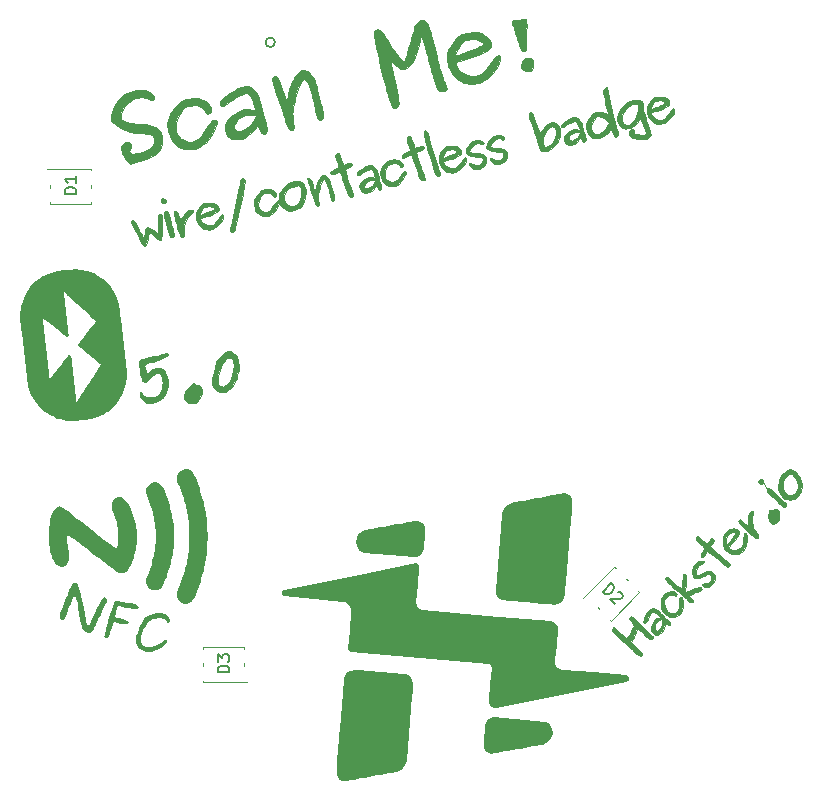
<source format=gbr>
%TF.GenerationSoftware,KiCad,Pcbnew,5.0.2-bee76a0~70~ubuntu18.04.1*%
%TF.CreationDate,2019-02-12T23:17:40+02:00*%
%TF.ProjectId,BLE-NFC-Badge,424c452d-4e46-4432-9d42-616467652e6b,rev?*%
%TF.SameCoordinates,Original*%
%TF.FileFunction,Legend,Top*%
%TF.FilePolarity,Positive*%
%FSLAX46Y46*%
G04 Gerber Fmt 4.6, Leading zero omitted, Abs format (unit mm)*
G04 Created by KiCad (PCBNEW 5.0.2-bee76a0~70~ubuntu18.04.1) date Tue 12 Feb 2019 11:17:40 PM EET*
%MOMM*%
%LPD*%
G01*
G04 APERTURE LIST*
%ADD10C,0.031221*%
%ADD11C,0.026458*%
%ADD12C,0.035370*%
%ADD13C,0.100000*%
%ADD14C,0.264583*%
%ADD15C,0.051482*%
%ADD16C,0.494881*%
%ADD17C,0.120000*%
%ADD18C,0.150000*%
G04 APERTURE END LIST*
D10*
G36*
X203619382Y-125537039D02*
X204379803Y-124642902D01*
X204339736Y-124694537D01*
X204267101Y-124789132D01*
X204159582Y-124918804D01*
X204049040Y-125100161D01*
X204004604Y-125339140D01*
X203995855Y-125612402D01*
X204022156Y-125828829D01*
X204088084Y-126000020D01*
X204198122Y-126148448D01*
X204334261Y-126258624D01*
X204485548Y-126322384D01*
X204651983Y-126339726D01*
X204819675Y-126309033D01*
X204978252Y-126232334D01*
X205127714Y-126109629D01*
X205127467Y-126109367D01*
X205239757Y-125934086D01*
X205283243Y-125703259D01*
X205257923Y-125416885D01*
X205196785Y-125185558D01*
X205102921Y-124968249D01*
X204976332Y-124764958D01*
X204817018Y-124575685D01*
X204750863Y-124523502D01*
X204708359Y-124506818D01*
X204652465Y-124509131D01*
X204501636Y-124555493D01*
X204379803Y-124642902D01*
X203619382Y-125537039D01*
X203649780Y-125276795D01*
X203694035Y-125061385D01*
X203752147Y-124890809D01*
X203834683Y-124738874D01*
X203948607Y-124582953D01*
X204093918Y-124423047D01*
X204275851Y-124266416D01*
X204448658Y-124171586D01*
X204612337Y-124138556D01*
X204766888Y-124167327D01*
X204937244Y-124261839D01*
X205108503Y-124412109D01*
X205236831Y-124562380D01*
X205349708Y-124730886D01*
X205447133Y-124917625D01*
X205529106Y-125122597D01*
X205603060Y-125394860D01*
X205623340Y-125644331D01*
X205589947Y-125871009D01*
X205515055Y-126069252D01*
X205410727Y-126247921D01*
X205276963Y-126407014D01*
X205111115Y-126549495D01*
X204940946Y-126647747D01*
X204766456Y-126701770D01*
X204587646Y-126711563D01*
X204365504Y-126685310D01*
X204204775Y-126637794D01*
X204065675Y-126546928D01*
X203908357Y-126401528D01*
X203766464Y-126219022D01*
X203671007Y-126014109D01*
X203621986Y-125786788D01*
X203619403Y-125537061D01*
X203619382Y-125537039D01*
X203619382Y-125537039D01*
G37*
X203619382Y-125537039D02*
X204379803Y-124642902D01*
X204339736Y-124694537D01*
X204267101Y-124789132D01*
X204159582Y-124918804D01*
X204049040Y-125100161D01*
X204004604Y-125339140D01*
X203995855Y-125612402D01*
X204022156Y-125828829D01*
X204088084Y-126000020D01*
X204198122Y-126148448D01*
X204334261Y-126258624D01*
X204485548Y-126322384D01*
X204651983Y-126339726D01*
X204819675Y-126309033D01*
X204978252Y-126232334D01*
X205127714Y-126109629D01*
X205127467Y-126109367D01*
X205239757Y-125934086D01*
X205283243Y-125703259D01*
X205257923Y-125416885D01*
X205196785Y-125185558D01*
X205102921Y-124968249D01*
X204976332Y-124764958D01*
X204817018Y-124575685D01*
X204750863Y-124523502D01*
X204708359Y-124506818D01*
X204652465Y-124509131D01*
X204501636Y-124555493D01*
X204379803Y-124642902D01*
X203619382Y-125537039D01*
X203649780Y-125276795D01*
X203694035Y-125061385D01*
X203752147Y-124890809D01*
X203834683Y-124738874D01*
X203948607Y-124582953D01*
X204093918Y-124423047D01*
X204275851Y-124266416D01*
X204448658Y-124171586D01*
X204612337Y-124138556D01*
X204766888Y-124167327D01*
X204937244Y-124261839D01*
X205108503Y-124412109D01*
X205236831Y-124562380D01*
X205349708Y-124730886D01*
X205447133Y-124917625D01*
X205529106Y-125122597D01*
X205603060Y-125394860D01*
X205623340Y-125644331D01*
X205589947Y-125871009D01*
X205515055Y-126069252D01*
X205410727Y-126247921D01*
X205276963Y-126407014D01*
X205111115Y-126549495D01*
X204940946Y-126647747D01*
X204766456Y-126701770D01*
X204587646Y-126711563D01*
X204365504Y-126685310D01*
X204204775Y-126637794D01*
X204065675Y-126546928D01*
X203908357Y-126401528D01*
X203766464Y-126219022D01*
X203671007Y-126014109D01*
X203621986Y-125786788D01*
X203619403Y-125537061D01*
X203619382Y-125537039D01*
G36*
X202634796Y-125884819D02*
X202358105Y-125159173D01*
X202322425Y-125297589D01*
X202164900Y-125353450D01*
X201987110Y-125273161D01*
X201987123Y-125273162D01*
X201948159Y-125145021D01*
X201994254Y-125033858D01*
X202125219Y-124972368D01*
X202276707Y-125008932D01*
X202358105Y-125159173D01*
X202634796Y-125884819D01*
X202691624Y-125762863D01*
X202798438Y-125725658D01*
X202911570Y-125788209D01*
X203088048Y-125923789D01*
X203327874Y-126132400D01*
X203527859Y-126313501D01*
X203717879Y-126491802D01*
X203897935Y-126667301D01*
X204068026Y-126840000D01*
X204250247Y-127037276D01*
X204321391Y-127135753D01*
X204248279Y-127295640D01*
X204077428Y-127354123D01*
X204019517Y-127309803D01*
X203901477Y-127207211D01*
X203723308Y-127046347D01*
X203485010Y-126827210D01*
X203239470Y-126596451D01*
X203039554Y-126406173D01*
X202885263Y-126256377D01*
X202776596Y-126147063D01*
X202660574Y-125997908D01*
X202634811Y-125884832D01*
X202634796Y-125884819D01*
X202634796Y-125884819D01*
G37*
X202634796Y-125884819D02*
X202358105Y-125159173D01*
X202322425Y-125297589D01*
X202164900Y-125353450D01*
X201987110Y-125273161D01*
X201987123Y-125273162D01*
X201948159Y-125145021D01*
X201994254Y-125033858D01*
X202125219Y-124972368D01*
X202276707Y-125008932D01*
X202358105Y-125159173D01*
X202634796Y-125884819D01*
X202691624Y-125762863D01*
X202798438Y-125725658D01*
X202911570Y-125788209D01*
X203088048Y-125923789D01*
X203327874Y-126132400D01*
X203527859Y-126313501D01*
X203717879Y-126491802D01*
X203897935Y-126667301D01*
X204068026Y-126840000D01*
X204250247Y-127037276D01*
X204321391Y-127135753D01*
X204248279Y-127295640D01*
X204077428Y-127354123D01*
X204019517Y-127309803D01*
X203901477Y-127207211D01*
X203723308Y-127046347D01*
X203485010Y-126827210D01*
X203239470Y-126596451D01*
X203039554Y-126406173D01*
X202885263Y-126256377D01*
X202776596Y-126147063D01*
X202660574Y-125997908D01*
X202634811Y-125884832D01*
X202634796Y-125884819D01*
G36*
X202898990Y-128609245D02*
X202815063Y-128441315D01*
X203294392Y-128065544D01*
X203253390Y-128203921D01*
X203253394Y-128203917D01*
X203256074Y-128201223D01*
X203294392Y-128065544D01*
X202815063Y-128441315D01*
X202785042Y-128189497D01*
X202798160Y-127953660D01*
X202843678Y-127833675D01*
X202859685Y-127811905D01*
X202849273Y-127784651D01*
X202833556Y-127746420D01*
X202882426Y-127621688D01*
X202970683Y-127576198D01*
X203053074Y-127595887D01*
X203109197Y-127566399D01*
X203328033Y-127502877D01*
X203453511Y-127546712D01*
X203564023Y-127632584D01*
X203652704Y-127758703D01*
X203707406Y-127917792D01*
X203728128Y-128109852D01*
X203713025Y-128304947D01*
X203653157Y-128473092D01*
X203548525Y-128614287D01*
X203355887Y-128732402D01*
X203161454Y-128739007D01*
X203004760Y-128686079D01*
X202898843Y-128609080D01*
X202898990Y-128609245D01*
X202898990Y-128609245D01*
G37*
X202898990Y-128609245D02*
X202815063Y-128441315D01*
X203294392Y-128065544D01*
X203253390Y-128203921D01*
X203253394Y-128203917D01*
X203256074Y-128201223D01*
X203294392Y-128065544D01*
X202815063Y-128441315D01*
X202785042Y-128189497D01*
X202798160Y-127953660D01*
X202843678Y-127833675D01*
X202859685Y-127811905D01*
X202849273Y-127784651D01*
X202833556Y-127746420D01*
X202882426Y-127621688D01*
X202970683Y-127576198D01*
X203053074Y-127595887D01*
X203109197Y-127566399D01*
X203328033Y-127502877D01*
X203453511Y-127546712D01*
X203564023Y-127632584D01*
X203652704Y-127758703D01*
X203707406Y-127917792D01*
X203728128Y-128109852D01*
X203713025Y-128304947D01*
X203653157Y-128473092D01*
X203548525Y-128614287D01*
X203355887Y-128732402D01*
X203161454Y-128739007D01*
X203004760Y-128686079D01*
X202898843Y-128609080D01*
X202898990Y-128609245D01*
G36*
X201233041Y-127736920D02*
X201345403Y-127672579D01*
X201435978Y-127667871D01*
X201486395Y-127692765D01*
X201460697Y-127918291D01*
X201408457Y-128093740D01*
X201388999Y-128316602D01*
X201402325Y-128586877D01*
X201447285Y-128858907D01*
X201519181Y-129090659D01*
X201618014Y-129282133D01*
X201792962Y-129559583D01*
X201886144Y-129735750D01*
X201873993Y-129931471D01*
X201817779Y-129971829D01*
X201761836Y-129979579D01*
X201708642Y-129968256D01*
X201650270Y-129940583D01*
X201597304Y-129902083D01*
X201541757Y-129855402D01*
X201494165Y-129811499D01*
X201273930Y-129623212D01*
X201068280Y-129442748D01*
X200877216Y-129270105D01*
X200700738Y-129105286D01*
X200538846Y-128948288D01*
X200391539Y-128799114D01*
X200267539Y-128648539D01*
X200234031Y-128504133D01*
X200269253Y-128420071D01*
X200357370Y-128390888D01*
X200452846Y-128440604D01*
X200577774Y-128556509D01*
X200757066Y-128701402D01*
X200943088Y-128836837D01*
X201088123Y-128935229D01*
X201060022Y-128779982D01*
X201031569Y-128593303D01*
X201028637Y-128396552D01*
X201051226Y-128189730D01*
X201121881Y-127916278D01*
X201233091Y-127736983D01*
X201233041Y-127736920D01*
X201233041Y-127736920D01*
G37*
X201233041Y-127736920D02*
X201345403Y-127672579D01*
X201435978Y-127667871D01*
X201486395Y-127692765D01*
X201460697Y-127918291D01*
X201408457Y-128093740D01*
X201388999Y-128316602D01*
X201402325Y-128586877D01*
X201447285Y-128858907D01*
X201519181Y-129090659D01*
X201618014Y-129282133D01*
X201792962Y-129559583D01*
X201886144Y-129735750D01*
X201873993Y-129931471D01*
X201817779Y-129971829D01*
X201761836Y-129979579D01*
X201708642Y-129968256D01*
X201650270Y-129940583D01*
X201597304Y-129902083D01*
X201541757Y-129855402D01*
X201494165Y-129811499D01*
X201273930Y-129623212D01*
X201068280Y-129442748D01*
X200877216Y-129270105D01*
X200700738Y-129105286D01*
X200538846Y-128948288D01*
X200391539Y-128799114D01*
X200267539Y-128648539D01*
X200234031Y-128504133D01*
X200269253Y-128420071D01*
X200357370Y-128390888D01*
X200452846Y-128440604D01*
X200577774Y-128556509D01*
X200757066Y-128701402D01*
X200943088Y-128836837D01*
X201088123Y-128935229D01*
X201060022Y-128779982D01*
X201031569Y-128593303D01*
X201028637Y-128396552D01*
X201051226Y-128189730D01*
X201121881Y-127916278D01*
X201233091Y-127736983D01*
X201233041Y-127736920D01*
G36*
X199987053Y-129470185D02*
X199252726Y-129415546D01*
X199388710Y-129304442D01*
X199485751Y-129240652D01*
X199691305Y-129168831D01*
X199840507Y-129156417D01*
X200005449Y-129176780D01*
X200152219Y-129222144D01*
X200252219Y-129290258D01*
X200318600Y-129401615D01*
X200316975Y-129527393D01*
X200250511Y-129687324D01*
X200122390Y-129901157D01*
X199976715Y-130108198D01*
X199819827Y-130310914D01*
X199651725Y-130509306D01*
X199428819Y-130755006D01*
X199497472Y-130826233D01*
X199712123Y-130961216D01*
X199847112Y-130980652D01*
X200012896Y-130977221D01*
X200243632Y-130923304D01*
X200418937Y-130806394D01*
X200523198Y-130666489D01*
X200599840Y-130484225D01*
X200646631Y-130284695D01*
X200666694Y-130098553D01*
X200678029Y-129922544D01*
X200693266Y-129758806D01*
X200750736Y-129555281D01*
X200750814Y-129555359D01*
X200854578Y-129564334D01*
X200909083Y-129660630D01*
X200951121Y-129823484D01*
X200973686Y-130005882D01*
X200975120Y-130166357D01*
X200934629Y-130433756D01*
X200860089Y-130670626D01*
X200751499Y-130876967D01*
X200608861Y-131052780D01*
X200416608Y-131199924D01*
X200190483Y-131288777D01*
X199930485Y-131319340D01*
X199726453Y-131297141D01*
X199529769Y-131228427D01*
X199340431Y-131113197D01*
X199158439Y-130951451D01*
X199067409Y-130841932D01*
X198995101Y-130721686D01*
X198937512Y-130553509D01*
X198907996Y-130351107D01*
X198906552Y-130114480D01*
X198935557Y-129881421D01*
X199000904Y-129693377D01*
X199102592Y-129550346D01*
X199252726Y-129415546D01*
X199987053Y-129470185D01*
X199760672Y-129476538D01*
X199557982Y-129518434D01*
X199440185Y-129604549D01*
X199328750Y-129727417D01*
X199262785Y-129826189D01*
X199215834Y-130046111D01*
X199223324Y-130371857D01*
X199262780Y-130522439D01*
X199311178Y-130479446D01*
X199448288Y-130330107D01*
X199599328Y-130143822D01*
X199764297Y-129920593D01*
X199943196Y-129660418D01*
X199987256Y-129470392D01*
X199987053Y-129470185D01*
X199987053Y-129470185D01*
G37*
X199987053Y-129470185D02*
X199252726Y-129415546D01*
X199388710Y-129304442D01*
X199485751Y-129240652D01*
X199691305Y-129168831D01*
X199840507Y-129156417D01*
X200005449Y-129176780D01*
X200152219Y-129222144D01*
X200252219Y-129290258D01*
X200318600Y-129401615D01*
X200316975Y-129527393D01*
X200250511Y-129687324D01*
X200122390Y-129901157D01*
X199976715Y-130108198D01*
X199819827Y-130310914D01*
X199651725Y-130509306D01*
X199428819Y-130755006D01*
X199497472Y-130826233D01*
X199712123Y-130961216D01*
X199847112Y-130980652D01*
X200012896Y-130977221D01*
X200243632Y-130923304D01*
X200418937Y-130806394D01*
X200523198Y-130666489D01*
X200599840Y-130484225D01*
X200646631Y-130284695D01*
X200666694Y-130098553D01*
X200678029Y-129922544D01*
X200693266Y-129758806D01*
X200750736Y-129555281D01*
X200750814Y-129555359D01*
X200854578Y-129564334D01*
X200909083Y-129660630D01*
X200951121Y-129823484D01*
X200973686Y-130005882D01*
X200975120Y-130166357D01*
X200934629Y-130433756D01*
X200860089Y-130670626D01*
X200751499Y-130876967D01*
X200608861Y-131052780D01*
X200416608Y-131199924D01*
X200190483Y-131288777D01*
X199930485Y-131319340D01*
X199726453Y-131297141D01*
X199529769Y-131228427D01*
X199340431Y-131113197D01*
X199158439Y-130951451D01*
X199067409Y-130841932D01*
X198995101Y-130721686D01*
X198937512Y-130553509D01*
X198907996Y-130351107D01*
X198906552Y-130114480D01*
X198935557Y-129881421D01*
X199000904Y-129693377D01*
X199102592Y-129550346D01*
X199252726Y-129415546D01*
X199987053Y-129470185D01*
X199760672Y-129476538D01*
X199557982Y-129518434D01*
X199440185Y-129604549D01*
X199328750Y-129727417D01*
X199262785Y-129826189D01*
X199215834Y-130046111D01*
X199223324Y-130371857D01*
X199262780Y-130522439D01*
X199311178Y-130479446D01*
X199448288Y-130330107D01*
X199599328Y-130143822D01*
X199764297Y-129920593D01*
X199943196Y-129660418D01*
X199987256Y-129470392D01*
X199987053Y-129470185D01*
G36*
X197635341Y-131036147D02*
X197544079Y-131149792D01*
X197430924Y-131306510D01*
X197325293Y-131449105D01*
X197256092Y-131530815D01*
X197147098Y-131594539D01*
X197050887Y-131553655D01*
X197044546Y-131338748D01*
X197122882Y-131192505D01*
X197227951Y-131035620D01*
X197323559Y-130896333D01*
X197368147Y-130808277D01*
X197276024Y-130668834D01*
X197160349Y-130561157D01*
X197003541Y-130435475D01*
X196839475Y-130302261D01*
X196702008Y-130171976D01*
X196623463Y-129997280D01*
X196680473Y-129853584D01*
X196811210Y-129819269D01*
X196935661Y-129911378D01*
X197202902Y-130132442D01*
X197468808Y-130354861D01*
X197594511Y-130456492D01*
X197715560Y-130291516D01*
X197808411Y-130165815D01*
X197882296Y-130080741D01*
X198040185Y-129981399D01*
X198141131Y-130009376D01*
X198155897Y-130167240D01*
X198094945Y-130304110D01*
X197982909Y-130503105D01*
X197853765Y-130681611D01*
X198276785Y-131076626D01*
X198472806Y-131253953D01*
X198666906Y-131421065D01*
X198859086Y-131577964D01*
X199049346Y-131724648D01*
X199265260Y-131887746D01*
X199408194Y-131999492D01*
X199478148Y-132059886D01*
X199534468Y-132181364D01*
X199470950Y-132304604D01*
X199337166Y-132385097D01*
X199166496Y-132331380D01*
X198958143Y-132156332D01*
X198862337Y-132062415D01*
X198759846Y-131972526D01*
X198620924Y-131858546D01*
X198421113Y-131697846D01*
X198266471Y-131569691D01*
X198109489Y-131437891D01*
X197950167Y-131302448D01*
X197720669Y-131106835D01*
X197635340Y-131036119D01*
X197635341Y-131036147D01*
X197635341Y-131036147D01*
G37*
X197635341Y-131036147D02*
X197544079Y-131149792D01*
X197430924Y-131306510D01*
X197325293Y-131449105D01*
X197256092Y-131530815D01*
X197147098Y-131594539D01*
X197050887Y-131553655D01*
X197044546Y-131338748D01*
X197122882Y-131192505D01*
X197227951Y-131035620D01*
X197323559Y-130896333D01*
X197368147Y-130808277D01*
X197276024Y-130668834D01*
X197160349Y-130561157D01*
X197003541Y-130435475D01*
X196839475Y-130302261D01*
X196702008Y-130171976D01*
X196623463Y-129997280D01*
X196680473Y-129853584D01*
X196811210Y-129819269D01*
X196935661Y-129911378D01*
X197202902Y-130132442D01*
X197468808Y-130354861D01*
X197594511Y-130456492D01*
X197715560Y-130291516D01*
X197808411Y-130165815D01*
X197882296Y-130080741D01*
X198040185Y-129981399D01*
X198141131Y-130009376D01*
X198155897Y-130167240D01*
X198094945Y-130304110D01*
X197982909Y-130503105D01*
X197853765Y-130681611D01*
X198276785Y-131076626D01*
X198472806Y-131253953D01*
X198666906Y-131421065D01*
X198859086Y-131577964D01*
X199049346Y-131724648D01*
X199265260Y-131887746D01*
X199408194Y-131999492D01*
X199478148Y-132059886D01*
X199534468Y-132181364D01*
X199470950Y-132304604D01*
X199337166Y-132385097D01*
X199166496Y-132331380D01*
X198958143Y-132156332D01*
X198862337Y-132062415D01*
X198759846Y-131972526D01*
X198620924Y-131858546D01*
X198421113Y-131697846D01*
X198266471Y-131569691D01*
X198109489Y-131437891D01*
X197950167Y-131302448D01*
X197720669Y-131106835D01*
X197635340Y-131036119D01*
X197635341Y-131036147D01*
G36*
X197239813Y-134024556D02*
X197187347Y-133920784D01*
X197212018Y-133825775D01*
X197422551Y-133802980D01*
X197657022Y-133783090D01*
X197788616Y-133723626D01*
X197889728Y-133646241D01*
X197963308Y-133512882D01*
X197969378Y-133328668D01*
X197932792Y-133150912D01*
X197878331Y-133047810D01*
X197841193Y-133025731D01*
X197740108Y-133014061D01*
X197598684Y-133053733D01*
X197473695Y-133118680D01*
X197334096Y-133184916D01*
X197122949Y-133289309D01*
X196994049Y-133346087D01*
X196800010Y-133387365D01*
X196603647Y-133385115D01*
X196467748Y-133311280D01*
X196385123Y-133147434D01*
X196348595Y-132875166D01*
X196360871Y-132663128D01*
X196415663Y-132462305D01*
X196512971Y-132272699D01*
X196757571Y-131978238D01*
X196886056Y-131886765D01*
X197059229Y-131874550D01*
X197301051Y-131939040D01*
X197297295Y-132077689D01*
X197115803Y-132136094D01*
X196904837Y-132218747D01*
X196798581Y-132360694D01*
X196721319Y-132543687D01*
X196673944Y-132730275D01*
X196657394Y-132894021D01*
X196685288Y-133076464D01*
X196764992Y-133098855D01*
X196933023Y-133059375D01*
X197049870Y-133013393D01*
X197176143Y-132949779D01*
X197398907Y-132836727D01*
X197582322Y-132762040D01*
X197726390Y-132725719D01*
X197901995Y-132743439D01*
X198055631Y-132848013D01*
X198162448Y-132982136D01*
X198234567Y-133126863D01*
X198267383Y-133274667D01*
X198266617Y-133461641D01*
X198226582Y-133647621D01*
X198136312Y-133786966D01*
X198034428Y-133877254D01*
X197895146Y-133980825D01*
X197754660Y-134073552D01*
X197638380Y-134131088D01*
X197430699Y-134129430D01*
X197239781Y-134024560D01*
X197239813Y-134024556D01*
X197239813Y-134024556D01*
G37*
X197239813Y-134024556D02*
X197187347Y-133920784D01*
X197212018Y-133825775D01*
X197422551Y-133802980D01*
X197657022Y-133783090D01*
X197788616Y-133723626D01*
X197889728Y-133646241D01*
X197963308Y-133512882D01*
X197969378Y-133328668D01*
X197932792Y-133150912D01*
X197878331Y-133047810D01*
X197841193Y-133025731D01*
X197740108Y-133014061D01*
X197598684Y-133053733D01*
X197473695Y-133118680D01*
X197334096Y-133184916D01*
X197122949Y-133289309D01*
X196994049Y-133346087D01*
X196800010Y-133387365D01*
X196603647Y-133385115D01*
X196467748Y-133311280D01*
X196385123Y-133147434D01*
X196348595Y-132875166D01*
X196360871Y-132663128D01*
X196415663Y-132462305D01*
X196512971Y-132272699D01*
X196757571Y-131978238D01*
X196886056Y-131886765D01*
X197059229Y-131874550D01*
X197301051Y-131939040D01*
X197297295Y-132077689D01*
X197115803Y-132136094D01*
X196904837Y-132218747D01*
X196798581Y-132360694D01*
X196721319Y-132543687D01*
X196673944Y-132730275D01*
X196657394Y-132894021D01*
X196685288Y-133076464D01*
X196764992Y-133098855D01*
X196933023Y-133059375D01*
X197049870Y-133013393D01*
X197176143Y-132949779D01*
X197398907Y-132836727D01*
X197582322Y-132762040D01*
X197726390Y-132725719D01*
X197901995Y-132743439D01*
X198055631Y-132848013D01*
X198162448Y-132982136D01*
X198234567Y-133126863D01*
X198267383Y-133274667D01*
X198266617Y-133461641D01*
X198226582Y-133647621D01*
X198136312Y-133786966D01*
X198034428Y-133877254D01*
X197895146Y-133980825D01*
X197754660Y-134073552D01*
X197638380Y-134131088D01*
X197430699Y-134129430D01*
X197239781Y-134024560D01*
X197239813Y-134024556D01*
G36*
X197116519Y-134359026D02*
X196894820Y-134452472D01*
X196729427Y-134494688D01*
X196670576Y-134532309D01*
X196630620Y-134529231D01*
X196614709Y-134523673D01*
X196465145Y-134585053D01*
X196144344Y-134748374D01*
X196010651Y-134817996D01*
X196185256Y-134966259D01*
X196325436Y-135089770D01*
X196406938Y-135226410D01*
X196366125Y-135340314D01*
X196243187Y-135399164D01*
X196099777Y-135349059D01*
X196001996Y-135273998D01*
X195862293Y-135153386D01*
X195680668Y-134987225D01*
X195457122Y-134775514D01*
X195192722Y-134529835D01*
X195002305Y-134359692D01*
X194885868Y-134265084D01*
X194744694Y-134160064D01*
X194594502Y-134036477D01*
X194435291Y-133894323D01*
X194267062Y-133733602D01*
X194089815Y-133554315D01*
X194010939Y-133423141D01*
X194049049Y-133314657D01*
X194238276Y-133291687D01*
X194334316Y-133355695D01*
X194510967Y-133497848D01*
X194660603Y-133623242D01*
X194820227Y-133757783D01*
X194989840Y-133901470D01*
X195214074Y-134088881D01*
X195362956Y-134206334D01*
X195460910Y-134280547D01*
X195499748Y-133728751D01*
X195505912Y-133620015D01*
X195514714Y-133514017D01*
X195520788Y-133416151D01*
X195529451Y-133326460D01*
X195538023Y-133247637D01*
X195551872Y-133174289D01*
X195562902Y-133119942D01*
X195581915Y-133073877D01*
X195600512Y-133043831D01*
X195709920Y-133014797D01*
X195808089Y-133056345D01*
X195839542Y-133121865D01*
X195836016Y-133233337D01*
X195842648Y-133410171D01*
X195853909Y-133569534D01*
X195844533Y-133772588D01*
X195814519Y-134019334D01*
X195763868Y-134309771D01*
X195759560Y-134524594D01*
X195823486Y-134525126D01*
X196274983Y-134330190D01*
X196304319Y-134322249D01*
X196365718Y-134298234D01*
X196448560Y-134263577D01*
X196550005Y-134231771D01*
X196659457Y-134197303D01*
X196774183Y-134168310D01*
X196880863Y-134147407D01*
X196979441Y-134140040D01*
X197061923Y-134148860D01*
X197117616Y-134179228D01*
X197156843Y-134269266D01*
X197116249Y-134358731D01*
X197116519Y-134359026D01*
X197116519Y-134359026D01*
G37*
X197116519Y-134359026D02*
X196894820Y-134452472D01*
X196729427Y-134494688D01*
X196670576Y-134532309D01*
X196630620Y-134529231D01*
X196614709Y-134523673D01*
X196465145Y-134585053D01*
X196144344Y-134748374D01*
X196010651Y-134817996D01*
X196185256Y-134966259D01*
X196325436Y-135089770D01*
X196406938Y-135226410D01*
X196366125Y-135340314D01*
X196243187Y-135399164D01*
X196099777Y-135349059D01*
X196001996Y-135273998D01*
X195862293Y-135153386D01*
X195680668Y-134987225D01*
X195457122Y-134775514D01*
X195192722Y-134529835D01*
X195002305Y-134359692D01*
X194885868Y-134265084D01*
X194744694Y-134160064D01*
X194594502Y-134036477D01*
X194435291Y-133894323D01*
X194267062Y-133733602D01*
X194089815Y-133554315D01*
X194010939Y-133423141D01*
X194049049Y-133314657D01*
X194238276Y-133291687D01*
X194334316Y-133355695D01*
X194510967Y-133497848D01*
X194660603Y-133623242D01*
X194820227Y-133757783D01*
X194989840Y-133901470D01*
X195214074Y-134088881D01*
X195362956Y-134206334D01*
X195460910Y-134280547D01*
X195499748Y-133728751D01*
X195505912Y-133620015D01*
X195514714Y-133514017D01*
X195520788Y-133416151D01*
X195529451Y-133326460D01*
X195538023Y-133247637D01*
X195551872Y-133174289D01*
X195562902Y-133119942D01*
X195581915Y-133073877D01*
X195600512Y-133043831D01*
X195709920Y-133014797D01*
X195808089Y-133056345D01*
X195839542Y-133121865D01*
X195836016Y-133233337D01*
X195842648Y-133410171D01*
X195853909Y-133569534D01*
X195844533Y-133772588D01*
X195814519Y-134019334D01*
X195763868Y-134309771D01*
X195759560Y-134524594D01*
X195823486Y-134525126D01*
X196274983Y-134330190D01*
X196304319Y-134322249D01*
X196365718Y-134298234D01*
X196448560Y-134263577D01*
X196550005Y-134231771D01*
X196659457Y-134197303D01*
X196774183Y-134168310D01*
X196880863Y-134147407D01*
X196979441Y-134140040D01*
X197061923Y-134148860D01*
X197117616Y-134179228D01*
X197156843Y-134269266D01*
X197116249Y-134358731D01*
X197116519Y-134359026D01*
G36*
X195306415Y-134937806D02*
X195452711Y-134958006D01*
X195507656Y-135083540D01*
X195545736Y-135328633D01*
X195557658Y-135597300D01*
X195539474Y-135799098D01*
X195472215Y-136043637D01*
X195381054Y-136241448D01*
X195265991Y-136392531D01*
X195103255Y-136519740D01*
X194894123Y-136620741D01*
X194669364Y-136675376D01*
X194465128Y-136658106D01*
X194328280Y-136602016D01*
X194179884Y-136508361D01*
X194019939Y-136377141D01*
X193945857Y-136311231D01*
X193874525Y-136242697D01*
X193761292Y-136077097D01*
X193692820Y-135861690D01*
X193669109Y-135596478D01*
X193682407Y-135328239D01*
X193724898Y-135111000D01*
X193796584Y-134944761D01*
X193869276Y-134843373D01*
X193974009Y-134728627D01*
X194136562Y-134596358D01*
X194316524Y-134508952D01*
X194513896Y-134466410D01*
X194781391Y-134480783D01*
X194965663Y-134584246D01*
X195025965Y-134707112D01*
X194995789Y-134823825D01*
X194968862Y-134845229D01*
X194896842Y-134858225D01*
X194790669Y-134813862D01*
X194695089Y-134780489D01*
X194570090Y-134760445D01*
X194471553Y-134762381D01*
X194345864Y-134829344D01*
X194237425Y-134910091D01*
X194110043Y-135028749D01*
X193988812Y-135215464D01*
X193977352Y-135322817D01*
X193986774Y-135481984D01*
X194032883Y-135758251D01*
X194111976Y-135977367D01*
X194224053Y-136139333D01*
X194419962Y-136287758D01*
X194550118Y-136329590D01*
X194688631Y-136319792D01*
X194885916Y-136288734D01*
X195014446Y-136191826D01*
X195114533Y-136052730D01*
X195184018Y-135867494D01*
X195222902Y-135636119D01*
X195231186Y-135358604D01*
X195245932Y-135084711D01*
X195306304Y-134937648D01*
X195306415Y-134937806D01*
X195306415Y-134937806D01*
G37*
X195306415Y-134937806D02*
X195452711Y-134958006D01*
X195507656Y-135083540D01*
X195545736Y-135328633D01*
X195557658Y-135597300D01*
X195539474Y-135799098D01*
X195472215Y-136043637D01*
X195381054Y-136241448D01*
X195265991Y-136392531D01*
X195103255Y-136519740D01*
X194894123Y-136620741D01*
X194669364Y-136675376D01*
X194465128Y-136658106D01*
X194328280Y-136602016D01*
X194179884Y-136508361D01*
X194019939Y-136377141D01*
X193945857Y-136311231D01*
X193874525Y-136242697D01*
X193761292Y-136077097D01*
X193692820Y-135861690D01*
X193669109Y-135596478D01*
X193682407Y-135328239D01*
X193724898Y-135111000D01*
X193796584Y-134944761D01*
X193869276Y-134843373D01*
X193974009Y-134728627D01*
X194136562Y-134596358D01*
X194316524Y-134508952D01*
X194513896Y-134466410D01*
X194781391Y-134480783D01*
X194965663Y-134584246D01*
X195025965Y-134707112D01*
X194995789Y-134823825D01*
X194968862Y-134845229D01*
X194896842Y-134858225D01*
X194790669Y-134813862D01*
X194695089Y-134780489D01*
X194570090Y-134760445D01*
X194471553Y-134762381D01*
X194345864Y-134829344D01*
X194237425Y-134910091D01*
X194110043Y-135028749D01*
X193988812Y-135215464D01*
X193977352Y-135322817D01*
X193986774Y-135481984D01*
X194032883Y-135758251D01*
X194111976Y-135977367D01*
X194224053Y-136139333D01*
X194419962Y-136287758D01*
X194550118Y-136329590D01*
X194688631Y-136319792D01*
X194885916Y-136288734D01*
X195014446Y-136191826D01*
X195114533Y-136052730D01*
X195184018Y-135867494D01*
X195222902Y-135636119D01*
X195231186Y-135358604D01*
X195245932Y-135084711D01*
X195306304Y-134937648D01*
X195306415Y-134937806D01*
G36*
X193785809Y-137238657D02*
X194012881Y-137123329D01*
X194002641Y-137330627D01*
X193948166Y-137577008D01*
X193861234Y-137802050D01*
X193753543Y-137956214D01*
X193550015Y-138112369D01*
X193338959Y-138205891D01*
X193181475Y-138169967D01*
X192996875Y-138020934D01*
X192905333Y-137891696D01*
X192863184Y-137745175D01*
X192872567Y-137563030D01*
X192935619Y-137326918D01*
X193009225Y-137141960D01*
X193099185Y-136984934D01*
X193205500Y-136855840D01*
X193347402Y-136750876D01*
X193470133Y-136719222D01*
X193526076Y-136711471D01*
X193635573Y-136671569D01*
X193471723Y-136509798D01*
X193328882Y-136386267D01*
X193114266Y-136245847D01*
X192983991Y-136220329D01*
X192898483Y-136263197D01*
X192776860Y-136411130D01*
X192669598Y-136595890D01*
X192579570Y-136790309D01*
X192504285Y-136972611D01*
X192382735Y-137197373D01*
X192254911Y-137201812D01*
X192204993Y-137117135D01*
X192189735Y-137024551D01*
X192219912Y-136907837D01*
X192274149Y-136777709D01*
X192355311Y-136609727D01*
X192444660Y-136417345D01*
X192554003Y-136222408D01*
X192670953Y-136076480D01*
X192825942Y-135966209D01*
X193001097Y-135926812D01*
X193196421Y-135958289D01*
X193416563Y-136071554D01*
X193503842Y-136148707D01*
X193652744Y-136292229D01*
X193863268Y-136502119D01*
X194075273Y-136711725D01*
X194256800Y-136883612D01*
X194407851Y-137017781D01*
X194408022Y-137017978D01*
X194465388Y-137176175D01*
X194440579Y-137287491D01*
X194402823Y-137314111D01*
X194357522Y-137321939D01*
X194309673Y-137316161D01*
X194256576Y-137293962D01*
X194208845Y-137266366D01*
X194153200Y-137230561D01*
X194102873Y-137194798D01*
X194055239Y-137156327D01*
X194012881Y-137123329D01*
X193785809Y-137238657D01*
X193768688Y-137039977D01*
X193764822Y-136849569D01*
X193719639Y-136835579D01*
X193591495Y-136878065D01*
X193390650Y-137031521D01*
X193288549Y-137151739D01*
X193218388Y-137274940D01*
X193174121Y-137492164D01*
X193204859Y-137650148D01*
X193260045Y-137745780D01*
X193336821Y-137808983D01*
X193419531Y-137790626D01*
X193542627Y-137715493D01*
X193661129Y-137536909D01*
X193755936Y-137328261D01*
X193785809Y-137238657D01*
X193785809Y-137238657D01*
G37*
X193785809Y-137238657D02*
X194012881Y-137123329D01*
X194002641Y-137330627D01*
X193948166Y-137577008D01*
X193861234Y-137802050D01*
X193753543Y-137956214D01*
X193550015Y-138112369D01*
X193338959Y-138205891D01*
X193181475Y-138169967D01*
X192996875Y-138020934D01*
X192905333Y-137891696D01*
X192863184Y-137745175D01*
X192872567Y-137563030D01*
X192935619Y-137326918D01*
X193009225Y-137141960D01*
X193099185Y-136984934D01*
X193205500Y-136855840D01*
X193347402Y-136750876D01*
X193470133Y-136719222D01*
X193526076Y-136711471D01*
X193635573Y-136671569D01*
X193471723Y-136509798D01*
X193328882Y-136386267D01*
X193114266Y-136245847D01*
X192983991Y-136220329D01*
X192898483Y-136263197D01*
X192776860Y-136411130D01*
X192669598Y-136595890D01*
X192579570Y-136790309D01*
X192504285Y-136972611D01*
X192382735Y-137197373D01*
X192254911Y-137201812D01*
X192204993Y-137117135D01*
X192189735Y-137024551D01*
X192219912Y-136907837D01*
X192274149Y-136777709D01*
X192355311Y-136609727D01*
X192444660Y-136417345D01*
X192554003Y-136222408D01*
X192670953Y-136076480D01*
X192825942Y-135966209D01*
X193001097Y-135926812D01*
X193196421Y-135958289D01*
X193416563Y-136071554D01*
X193503842Y-136148707D01*
X193652744Y-136292229D01*
X193863268Y-136502119D01*
X194075273Y-136711725D01*
X194256800Y-136883612D01*
X194407851Y-137017781D01*
X194408022Y-137017978D01*
X194465388Y-137176175D01*
X194440579Y-137287491D01*
X194402823Y-137314111D01*
X194357522Y-137321939D01*
X194309673Y-137316161D01*
X194256576Y-137293962D01*
X194208845Y-137266366D01*
X194153200Y-137230561D01*
X194102873Y-137194798D01*
X194055239Y-137156327D01*
X194012881Y-137123329D01*
X193785809Y-137238657D01*
X193768688Y-137039977D01*
X193764822Y-136849569D01*
X193719639Y-136835579D01*
X193591495Y-136878065D01*
X193390650Y-137031521D01*
X193288549Y-137151739D01*
X193218388Y-137274940D01*
X193174121Y-137492164D01*
X193204859Y-137650148D01*
X193260045Y-137745780D01*
X193336821Y-137808983D01*
X193419531Y-137790626D01*
X193542627Y-137715493D01*
X193661129Y-137536909D01*
X193755936Y-137328261D01*
X193785809Y-137238657D01*
G36*
X191881153Y-139504690D02*
X191991396Y-139625920D01*
X192063227Y-139721005D01*
X192110278Y-139835611D01*
X192072439Y-139905995D01*
X191916354Y-139946903D01*
X191689606Y-139826783D01*
X191587217Y-139742636D01*
X191454738Y-139627577D01*
X191292170Y-139481604D01*
X191099513Y-139304719D01*
X190876766Y-139096920D01*
X190623931Y-138858207D01*
X190430748Y-138673573D01*
X190255133Y-138503656D01*
X190097088Y-138348458D01*
X189956610Y-138207978D01*
X189833702Y-138082215D01*
X189656138Y-137885660D01*
X189577824Y-137767404D01*
X189603476Y-137547314D01*
X189656920Y-137520519D01*
X189767053Y-137586661D01*
X189966440Y-137744183D01*
X190255081Y-137993084D01*
X190543142Y-138239555D01*
X190740756Y-138397064D01*
X190847923Y-138465609D01*
X190937209Y-138281043D01*
X191034549Y-138087701D01*
X191139943Y-137885582D01*
X191253392Y-137674688D01*
X191358493Y-137509615D01*
X191415238Y-137404018D01*
X191362161Y-137292755D01*
X191217982Y-137084236D01*
X191068517Y-136868861D01*
X191004913Y-136742560D01*
X191053737Y-136623263D01*
X191179243Y-136578041D01*
X191262396Y-136629362D01*
X191397671Y-136741611D01*
X191585067Y-136914791D01*
X191824585Y-137148900D01*
X191935577Y-137258580D01*
X192067704Y-137390186D01*
X192203342Y-137527259D01*
X192328413Y-137653370D01*
X192442917Y-137768518D01*
X192587623Y-137909063D01*
X192694012Y-138012576D01*
X192842078Y-138149743D01*
X192921401Y-138221091D01*
X192958442Y-138254047D01*
X192987500Y-138278720D01*
X193016016Y-138385059D01*
X192951204Y-138498734D01*
X192846962Y-138555052D01*
X192712243Y-138501629D01*
X192526263Y-138359384D01*
X192379352Y-138226456D01*
X192224256Y-138080167D01*
X192060974Y-137920516D01*
X191842899Y-137712074D01*
X191690753Y-137585753D01*
X191650890Y-137680084D01*
X191557764Y-137913775D01*
X191476055Y-138114083D01*
X191390235Y-138310126D01*
X191300304Y-138501904D01*
X191159557Y-138799946D01*
X191627399Y-139252442D01*
X191788605Y-139411480D01*
X191881084Y-139504689D01*
X191881153Y-139504690D01*
X191881153Y-139504690D01*
G37*
X191881153Y-139504690D02*
X191991396Y-139625920D01*
X192063227Y-139721005D01*
X192110278Y-139835611D01*
X192072439Y-139905995D01*
X191916354Y-139946903D01*
X191689606Y-139826783D01*
X191587217Y-139742636D01*
X191454738Y-139627577D01*
X191292170Y-139481604D01*
X191099513Y-139304719D01*
X190876766Y-139096920D01*
X190623931Y-138858207D01*
X190430748Y-138673573D01*
X190255133Y-138503656D01*
X190097088Y-138348458D01*
X189956610Y-138207978D01*
X189833702Y-138082215D01*
X189656138Y-137885660D01*
X189577824Y-137767404D01*
X189603476Y-137547314D01*
X189656920Y-137520519D01*
X189767053Y-137586661D01*
X189966440Y-137744183D01*
X190255081Y-137993084D01*
X190543142Y-138239555D01*
X190740756Y-138397064D01*
X190847923Y-138465609D01*
X190937209Y-138281043D01*
X191034549Y-138087701D01*
X191139943Y-137885582D01*
X191253392Y-137674688D01*
X191358493Y-137509615D01*
X191415238Y-137404018D01*
X191362161Y-137292755D01*
X191217982Y-137084236D01*
X191068517Y-136868861D01*
X191004913Y-136742560D01*
X191053737Y-136623263D01*
X191179243Y-136578041D01*
X191262396Y-136629362D01*
X191397671Y-136741611D01*
X191585067Y-136914791D01*
X191824585Y-137148900D01*
X191935577Y-137258580D01*
X192067704Y-137390186D01*
X192203342Y-137527259D01*
X192328413Y-137653370D01*
X192442917Y-137768518D01*
X192587623Y-137909063D01*
X192694012Y-138012576D01*
X192842078Y-138149743D01*
X192921401Y-138221091D01*
X192958442Y-138254047D01*
X192987500Y-138278720D01*
X193016016Y-138385059D01*
X192951204Y-138498734D01*
X192846962Y-138555052D01*
X192712243Y-138501629D01*
X192526263Y-138359384D01*
X192379352Y-138226456D01*
X192224256Y-138080167D01*
X192060974Y-137920516D01*
X191842899Y-137712074D01*
X191690753Y-137585753D01*
X191650890Y-137680084D01*
X191557764Y-137913775D01*
X191476055Y-138114083D01*
X191390235Y-138310126D01*
X191300304Y-138501904D01*
X191159557Y-138799946D01*
X191627399Y-139252442D01*
X191788605Y-139411480D01*
X191881084Y-139504689D01*
X191881153Y-139504690D01*
D11*
G36*
X194075237Y-93085484D02*
X194112461Y-92720385D01*
X194253066Y-92831143D01*
X194363232Y-92954254D01*
X194417882Y-93071648D01*
X194417875Y-93209172D01*
X194347376Y-93321570D01*
X194198476Y-93428402D01*
X193963276Y-93549273D01*
X193778299Y-93628913D01*
X193588853Y-93702826D01*
X193394936Y-93771012D01*
X193196549Y-93833470D01*
X192856642Y-93929917D01*
X192880752Y-94032605D01*
X192928774Y-94166144D01*
X193004218Y-94274487D01*
X193117770Y-94367638D01*
X193272205Y-94457436D01*
X193514108Y-94538163D01*
X193739558Y-94531070D01*
X193912248Y-94463438D01*
X194082756Y-94342143D01*
X194235276Y-94188606D01*
X194355856Y-94032153D01*
X194462846Y-93879933D01*
X194566692Y-93740952D01*
X194731233Y-93589801D01*
X194731230Y-93589822D01*
X194821801Y-93656074D01*
X194819130Y-93773380D01*
X194768466Y-93943638D01*
X194689168Y-94120613D01*
X194602452Y-94265998D01*
X194456454Y-94444295D01*
X194301122Y-94592780D01*
X194136458Y-94711451D01*
X193962459Y-94800310D01*
X193779128Y-94859357D01*
X193585828Y-94884687D01*
X193392983Y-94869801D01*
X193200592Y-94814699D01*
X193008657Y-94719381D01*
X192833087Y-94585054D01*
X192689797Y-94412938D01*
X192578786Y-94203033D01*
X192500054Y-93955337D01*
X192476373Y-93805663D01*
X192475808Y-93656816D01*
X192515079Y-93473033D01*
X192598957Y-93274146D01*
X192727441Y-93060154D01*
X192881988Y-92866439D01*
X193045281Y-92733642D01*
X193217320Y-92661763D01*
X193429435Y-92624493D01*
X193615514Y-92600577D01*
X193739795Y-92597437D01*
X193968353Y-92647951D01*
X194112461Y-92720385D01*
X194075237Y-93085484D01*
X193863438Y-92964359D01*
X193653939Y-92888527D01*
X193498302Y-92900108D01*
X193328349Y-92948332D01*
X193213442Y-93000271D01*
X193049588Y-93172093D01*
X192877777Y-93469767D01*
X192831474Y-93627535D01*
X192899532Y-93615664D01*
X193063362Y-93571531D01*
X193248367Y-93511091D01*
X193454546Y-93434344D01*
X193681901Y-93341290D01*
X193930430Y-93231930D01*
X194075223Y-93085415D01*
X194075237Y-93085484D01*
X194075237Y-93085484D01*
G37*
X194075237Y-93085484D02*
X194112461Y-92720385D01*
X194253066Y-92831143D01*
X194363232Y-92954254D01*
X194417882Y-93071648D01*
X194417875Y-93209172D01*
X194347376Y-93321570D01*
X194198476Y-93428402D01*
X193963276Y-93549273D01*
X193778299Y-93628913D01*
X193588853Y-93702826D01*
X193394936Y-93771012D01*
X193196549Y-93833470D01*
X192856642Y-93929917D01*
X192880752Y-94032605D01*
X192928774Y-94166144D01*
X193004218Y-94274487D01*
X193117770Y-94367638D01*
X193272205Y-94457436D01*
X193514108Y-94538163D01*
X193739558Y-94531070D01*
X193912248Y-94463438D01*
X194082756Y-94342143D01*
X194235276Y-94188606D01*
X194355856Y-94032153D01*
X194462846Y-93879933D01*
X194566692Y-93740952D01*
X194731233Y-93589801D01*
X194731230Y-93589822D01*
X194821801Y-93656074D01*
X194819130Y-93773380D01*
X194768466Y-93943638D01*
X194689168Y-94120613D01*
X194602452Y-94265998D01*
X194456454Y-94444295D01*
X194301122Y-94592780D01*
X194136458Y-94711451D01*
X193962459Y-94800310D01*
X193779128Y-94859357D01*
X193585828Y-94884687D01*
X193392983Y-94869801D01*
X193200592Y-94814699D01*
X193008657Y-94719381D01*
X192833087Y-94585054D01*
X192689797Y-94412938D01*
X192578786Y-94203033D01*
X192500054Y-93955337D01*
X192476373Y-93805663D01*
X192475808Y-93656816D01*
X192515079Y-93473033D01*
X192598957Y-93274146D01*
X192727441Y-93060154D01*
X192881988Y-92866439D01*
X193045281Y-92733642D01*
X193217320Y-92661763D01*
X193429435Y-92624493D01*
X193615514Y-92600577D01*
X193739795Y-92597437D01*
X193968353Y-92647951D01*
X194112461Y-92720385D01*
X194075237Y-93085484D01*
X193863438Y-92964359D01*
X193653939Y-92888527D01*
X193498302Y-92900108D01*
X193328349Y-92948332D01*
X193213442Y-93000271D01*
X193049588Y-93172093D01*
X192877777Y-93469767D01*
X192831474Y-93627535D01*
X192899532Y-93615664D01*
X193063362Y-93571531D01*
X193248367Y-93511091D01*
X193454546Y-93434344D01*
X193681901Y-93341290D01*
X193930430Y-93231930D01*
X194075223Y-93085415D01*
X194075237Y-93085484D01*
G36*
X190357444Y-94570969D02*
X190574860Y-95279470D01*
X190434756Y-95219661D01*
X190305923Y-95145729D01*
X190212517Y-95071815D01*
X190078813Y-94857338D01*
X189992744Y-94615006D01*
X189986622Y-94424754D01*
X190042437Y-94169945D01*
X190125085Y-93914050D01*
X190201311Y-93728422D01*
X190305399Y-93572713D01*
X190483718Y-93387075D01*
X190688749Y-93208705D01*
X190874823Y-93082711D01*
X191078947Y-92984786D01*
X191318135Y-92911961D01*
X191522344Y-92876517D01*
X191708420Y-92870335D01*
X191876362Y-92893414D01*
X192071737Y-92993398D01*
X192173336Y-93182075D01*
X192190054Y-93319833D01*
X192182717Y-93488246D01*
X192177410Y-93652015D01*
X192194187Y-93785596D01*
X192250293Y-93989120D01*
X192306368Y-94161399D01*
X192389696Y-94423126D01*
X192455469Y-94624380D01*
X192519486Y-94826046D01*
X192581747Y-95028125D01*
X192832940Y-95831774D01*
X192704631Y-95995249D01*
X192597316Y-96101707D01*
X192472021Y-96158212D01*
X192300726Y-96185930D01*
X192102802Y-96194897D01*
X191878251Y-96185115D01*
X191651539Y-96158239D01*
X191441870Y-96117177D01*
X191249242Y-96061928D01*
X191038824Y-95964431D01*
X190951992Y-95860838D01*
X190950961Y-95710019D01*
X191012780Y-95534022D01*
X191110360Y-95386099D01*
X191208711Y-95321337D01*
X191327764Y-95322554D01*
X191384758Y-95396682D01*
X191373082Y-95524443D01*
X191363259Y-95660099D01*
X191533708Y-95782602D01*
X191783418Y-95798958D01*
X192023129Y-95825982D01*
X192170330Y-95853900D01*
X192282589Y-95848369D01*
X192282619Y-95848372D01*
X192385264Y-95793020D01*
X192400935Y-95695583D01*
X192330852Y-95419283D01*
X192263411Y-95198621D01*
X192198507Y-95024251D01*
X192134174Y-94878918D01*
X192046701Y-94666088D01*
X191995151Y-94504213D01*
X191951361Y-94384269D01*
X191845341Y-94571679D01*
X191679838Y-94789726D01*
X191494718Y-94986340D01*
X191331697Y-95117335D01*
X191141112Y-95215240D01*
X190924867Y-95283730D01*
X190684438Y-95306900D01*
X190574860Y-95279470D01*
X190357444Y-94570969D01*
X190430701Y-94763175D01*
X190554033Y-94929044D01*
X190709044Y-95030164D01*
X190871301Y-95037906D01*
X191029088Y-94976319D01*
X191186486Y-94865741D01*
X191343493Y-94706174D01*
X191487767Y-94512095D01*
X191601696Y-94299208D01*
X191685280Y-94067513D01*
X191732717Y-93848016D01*
X191756817Y-93608993D01*
X191761687Y-93390110D01*
X191743528Y-93232893D01*
X191722660Y-93179449D01*
X191612725Y-93177141D01*
X191441799Y-93207899D01*
X191276028Y-93256193D01*
X191134178Y-93317618D01*
X190976036Y-93421697D01*
X190826908Y-93557510D01*
X190686793Y-93725056D01*
X190555692Y-93924336D01*
X190422897Y-94187031D01*
X190356821Y-94402574D01*
X190357463Y-94570965D01*
X190357444Y-94570969D01*
X190357444Y-94570969D01*
G37*
X190357444Y-94570969D02*
X190574860Y-95279470D01*
X190434756Y-95219661D01*
X190305923Y-95145729D01*
X190212517Y-95071815D01*
X190078813Y-94857338D01*
X189992744Y-94615006D01*
X189986622Y-94424754D01*
X190042437Y-94169945D01*
X190125085Y-93914050D01*
X190201311Y-93728422D01*
X190305399Y-93572713D01*
X190483718Y-93387075D01*
X190688749Y-93208705D01*
X190874823Y-93082711D01*
X191078947Y-92984786D01*
X191318135Y-92911961D01*
X191522344Y-92876517D01*
X191708420Y-92870335D01*
X191876362Y-92893414D01*
X192071737Y-92993398D01*
X192173336Y-93182075D01*
X192190054Y-93319833D01*
X192182717Y-93488246D01*
X192177410Y-93652015D01*
X192194187Y-93785596D01*
X192250293Y-93989120D01*
X192306368Y-94161399D01*
X192389696Y-94423126D01*
X192455469Y-94624380D01*
X192519486Y-94826046D01*
X192581747Y-95028125D01*
X192832940Y-95831774D01*
X192704631Y-95995249D01*
X192597316Y-96101707D01*
X192472021Y-96158212D01*
X192300726Y-96185930D01*
X192102802Y-96194897D01*
X191878251Y-96185115D01*
X191651539Y-96158239D01*
X191441870Y-96117177D01*
X191249242Y-96061928D01*
X191038824Y-95964431D01*
X190951992Y-95860838D01*
X190950961Y-95710019D01*
X191012780Y-95534022D01*
X191110360Y-95386099D01*
X191208711Y-95321337D01*
X191327764Y-95322554D01*
X191384758Y-95396682D01*
X191373082Y-95524443D01*
X191363259Y-95660099D01*
X191533708Y-95782602D01*
X191783418Y-95798958D01*
X192023129Y-95825982D01*
X192170330Y-95853900D01*
X192282589Y-95848369D01*
X192282619Y-95848372D01*
X192385264Y-95793020D01*
X192400935Y-95695583D01*
X192330852Y-95419283D01*
X192263411Y-95198621D01*
X192198507Y-95024251D01*
X192134174Y-94878918D01*
X192046701Y-94666088D01*
X191995151Y-94504213D01*
X191951361Y-94384269D01*
X191845341Y-94571679D01*
X191679838Y-94789726D01*
X191494718Y-94986340D01*
X191331697Y-95117335D01*
X191141112Y-95215240D01*
X190924867Y-95283730D01*
X190684438Y-95306900D01*
X190574860Y-95279470D01*
X190357444Y-94570969D01*
X190430701Y-94763175D01*
X190554033Y-94929044D01*
X190709044Y-95030164D01*
X190871301Y-95037906D01*
X191029088Y-94976319D01*
X191186486Y-94865741D01*
X191343493Y-94706174D01*
X191487767Y-94512095D01*
X191601696Y-94299208D01*
X191685280Y-94067513D01*
X191732717Y-93848016D01*
X191756817Y-93608993D01*
X191761687Y-93390110D01*
X191743528Y-93232893D01*
X191722660Y-93179449D01*
X191612725Y-93177141D01*
X191441799Y-93207899D01*
X191276028Y-93256193D01*
X191134178Y-93317618D01*
X190976036Y-93421697D01*
X190826908Y-93557510D01*
X190686793Y-93725056D01*
X190555692Y-93924336D01*
X190422897Y-94187031D01*
X190356821Y-94402574D01*
X190357463Y-94570965D01*
X190357444Y-94570969D01*
G36*
X188634962Y-94308628D02*
X187863417Y-94088652D01*
X187996052Y-93983540D01*
X188121889Y-93907155D01*
X188234926Y-93865002D01*
X188402241Y-93863224D01*
X188659314Y-93915382D01*
X188921074Y-94000817D01*
X189102453Y-94098869D01*
X189221357Y-94179310D01*
X189207044Y-94090656D01*
X189177429Y-93938251D01*
X189132513Y-93722098D01*
X189072295Y-93442195D01*
X188996776Y-93098542D01*
X188922279Y-92754979D01*
X188865869Y-92478514D01*
X188827546Y-92269147D01*
X188807312Y-92126878D01*
X188805165Y-92051706D01*
X188859993Y-91916941D01*
X188970426Y-91850382D01*
X189128408Y-91813290D01*
X189489996Y-93495309D01*
X189538736Y-93722065D01*
X189586123Y-93938804D01*
X189632159Y-94145526D01*
X189676844Y-94342231D01*
X189720176Y-94528919D01*
X189788671Y-94812882D01*
X189850421Y-95052587D01*
X189905426Y-95248034D01*
X189953687Y-95399224D01*
X190021948Y-95596771D01*
X190049029Y-95681053D01*
X190045455Y-95861086D01*
X189919711Y-95982235D01*
X189803509Y-95970972D01*
X189707672Y-95877837D01*
X189626267Y-95721924D01*
X189551506Y-95514443D01*
X189493463Y-95324915D01*
X189454309Y-95224719D01*
X189454303Y-95224721D01*
X189391748Y-95331034D01*
X189259010Y-95528892D01*
X189177534Y-95634473D01*
X189077710Y-95750653D01*
X188959704Y-95864824D01*
X188815803Y-95966328D01*
X188654723Y-96047906D01*
X188485176Y-96102300D01*
X188324707Y-96124363D01*
X188143467Y-96120077D01*
X187921400Y-96075199D01*
X187736317Y-95987634D01*
X187588218Y-95857381D01*
X187477103Y-95684441D01*
X187402973Y-95468813D01*
X187368535Y-95228950D01*
X187378350Y-94991197D01*
X187428112Y-94763857D01*
X187507481Y-94564988D01*
X187612159Y-94385178D01*
X187731812Y-94224775D01*
X187863417Y-94088652D01*
X188634962Y-94308628D01*
X188418776Y-94253126D01*
X188291421Y-94247608D01*
X188192535Y-94332292D01*
X188006471Y-94560380D01*
X187826604Y-94819302D01*
X187746318Y-94996510D01*
X187745854Y-95114330D01*
X187782177Y-95308965D01*
X187845259Y-95524399D01*
X187910245Y-95641454D01*
X188125547Y-95724254D01*
X188288144Y-95742317D01*
X188434499Y-95726700D01*
X188571466Y-95671101D01*
X188717749Y-95566431D01*
X188873347Y-95412693D01*
X189038260Y-95209884D01*
X189218942Y-94945555D01*
X189285397Y-94789311D01*
X189214948Y-94675622D01*
X189049968Y-94532043D01*
X188842066Y-94396452D01*
X188634954Y-94308600D01*
X188634962Y-94308628D01*
X188634962Y-94308628D01*
G37*
X188634962Y-94308628D02*
X187863417Y-94088652D01*
X187996052Y-93983540D01*
X188121889Y-93907155D01*
X188234926Y-93865002D01*
X188402241Y-93863224D01*
X188659314Y-93915382D01*
X188921074Y-94000817D01*
X189102453Y-94098869D01*
X189221357Y-94179310D01*
X189207044Y-94090656D01*
X189177429Y-93938251D01*
X189132513Y-93722098D01*
X189072295Y-93442195D01*
X188996776Y-93098542D01*
X188922279Y-92754979D01*
X188865869Y-92478514D01*
X188827546Y-92269147D01*
X188807312Y-92126878D01*
X188805165Y-92051706D01*
X188859993Y-91916941D01*
X188970426Y-91850382D01*
X189128408Y-91813290D01*
X189489996Y-93495309D01*
X189538736Y-93722065D01*
X189586123Y-93938804D01*
X189632159Y-94145526D01*
X189676844Y-94342231D01*
X189720176Y-94528919D01*
X189788671Y-94812882D01*
X189850421Y-95052587D01*
X189905426Y-95248034D01*
X189953687Y-95399224D01*
X190021948Y-95596771D01*
X190049029Y-95681053D01*
X190045455Y-95861086D01*
X189919711Y-95982235D01*
X189803509Y-95970972D01*
X189707672Y-95877837D01*
X189626267Y-95721924D01*
X189551506Y-95514443D01*
X189493463Y-95324915D01*
X189454309Y-95224719D01*
X189454303Y-95224721D01*
X189391748Y-95331034D01*
X189259010Y-95528892D01*
X189177534Y-95634473D01*
X189077710Y-95750653D01*
X188959704Y-95864824D01*
X188815803Y-95966328D01*
X188654723Y-96047906D01*
X188485176Y-96102300D01*
X188324707Y-96124363D01*
X188143467Y-96120077D01*
X187921400Y-96075199D01*
X187736317Y-95987634D01*
X187588218Y-95857381D01*
X187477103Y-95684441D01*
X187402973Y-95468813D01*
X187368535Y-95228950D01*
X187378350Y-94991197D01*
X187428112Y-94763857D01*
X187507481Y-94564988D01*
X187612159Y-94385178D01*
X187731812Y-94224775D01*
X187863417Y-94088652D01*
X188634962Y-94308628D01*
X188418776Y-94253126D01*
X188291421Y-94247608D01*
X188192535Y-94332292D01*
X188006471Y-94560380D01*
X187826604Y-94819302D01*
X187746318Y-94996510D01*
X187745854Y-95114330D01*
X187782177Y-95308965D01*
X187845259Y-95524399D01*
X187910245Y-95641454D01*
X188125547Y-95724254D01*
X188288144Y-95742317D01*
X188434499Y-95726700D01*
X188571466Y-95671101D01*
X188717749Y-95566431D01*
X188873347Y-95412693D01*
X189038260Y-95209884D01*
X189218942Y-94945555D01*
X189285397Y-94789311D01*
X189214948Y-94675622D01*
X189049968Y-94532043D01*
X188842066Y-94396452D01*
X188634954Y-94308600D01*
X188634962Y-94308628D01*
G36*
X186633859Y-96016142D02*
X186906153Y-96039830D01*
X186783006Y-96220850D01*
X186597712Y-96412291D01*
X186394261Y-96566328D01*
X186210590Y-96644875D01*
X186087056Y-96664506D01*
X185937628Y-96671471D01*
X185692092Y-96637392D01*
X185566884Y-96516773D01*
X185478780Y-96279083D01*
X185465446Y-96111361D01*
X185507045Y-95955743D01*
X185615604Y-95796897D01*
X185803154Y-95619509D01*
X185972354Y-95494120D01*
X186141280Y-95403061D01*
X186309931Y-95346331D01*
X186498101Y-95331323D01*
X186628410Y-95371604D01*
X186684144Y-95396011D01*
X186806777Y-95421351D01*
X186744752Y-95183800D01*
X186681078Y-94992469D01*
X186620227Y-94844233D01*
X186560636Y-94745706D01*
X186454752Y-94649717D01*
X186352531Y-94640334D01*
X186159460Y-94705464D01*
X185959402Y-94811833D01*
X185769904Y-94936554D01*
X185600612Y-95058595D01*
X185463747Y-95150127D01*
X185365465Y-95193002D01*
X185245400Y-95125355D01*
X185245914Y-95021056D01*
X185282673Y-94929120D01*
X185374476Y-94840901D01*
X185495778Y-94754076D01*
X185662622Y-94648238D01*
X185850375Y-94524959D01*
X186057931Y-94410589D01*
X186245602Y-94344647D01*
X186448716Y-94332148D01*
X186631507Y-94394803D01*
X186793974Y-94532610D01*
X186880395Y-94647752D01*
X186934412Y-94758006D01*
X186972401Y-94876418D01*
X187030683Y-95089154D01*
X187109258Y-95396216D01*
X187170018Y-95631726D01*
X187226641Y-95838515D01*
X187279130Y-96016584D01*
X187327483Y-96165933D01*
X187327444Y-96165891D01*
X187293440Y-96340568D01*
X187209536Y-96426932D01*
X187160316Y-96430271D01*
X187114328Y-96411896D01*
X187073457Y-96379788D01*
X187036779Y-96330055D01*
X187007995Y-96278469D01*
X186976424Y-96215005D01*
X186949741Y-96154605D01*
X186927021Y-96093275D01*
X186906153Y-96039830D01*
X186633859Y-96016142D01*
X186727103Y-95827567D01*
X186828004Y-95653854D01*
X186794114Y-95615999D01*
X186652894Y-95582491D01*
X186532101Y-95582732D01*
X186383882Y-95608159D01*
X186223974Y-95659237D01*
X186091813Y-95730867D01*
X185931908Y-95901761D01*
X185873524Y-96061321D01*
X185871842Y-96178405D01*
X185907799Y-96278311D01*
X185993970Y-96308103D01*
X186148446Y-96309326D01*
X186355477Y-96214905D01*
X186557177Y-96080031D01*
X186633859Y-96016142D01*
X186633859Y-96016142D01*
G37*
X186633859Y-96016142D02*
X186906153Y-96039830D01*
X186783006Y-96220850D01*
X186597712Y-96412291D01*
X186394261Y-96566328D01*
X186210590Y-96644875D01*
X186087056Y-96664506D01*
X185937628Y-96671471D01*
X185692092Y-96637392D01*
X185566884Y-96516773D01*
X185478780Y-96279083D01*
X185465446Y-96111361D01*
X185507045Y-95955743D01*
X185615604Y-95796897D01*
X185803154Y-95619509D01*
X185972354Y-95494120D01*
X186141280Y-95403061D01*
X186309931Y-95346331D01*
X186498101Y-95331323D01*
X186628410Y-95371604D01*
X186684144Y-95396011D01*
X186806777Y-95421351D01*
X186744752Y-95183800D01*
X186681078Y-94992469D01*
X186620227Y-94844233D01*
X186560636Y-94745706D01*
X186454752Y-94649717D01*
X186352531Y-94640334D01*
X186159460Y-94705464D01*
X185959402Y-94811833D01*
X185769904Y-94936554D01*
X185600612Y-95058595D01*
X185463747Y-95150127D01*
X185365465Y-95193002D01*
X185245400Y-95125355D01*
X185245914Y-95021056D01*
X185282673Y-94929120D01*
X185374476Y-94840901D01*
X185495778Y-94754076D01*
X185662622Y-94648238D01*
X185850375Y-94524959D01*
X186057931Y-94410589D01*
X186245602Y-94344647D01*
X186448716Y-94332148D01*
X186631507Y-94394803D01*
X186793974Y-94532610D01*
X186880395Y-94647752D01*
X186934412Y-94758006D01*
X186972401Y-94876418D01*
X187030683Y-95089154D01*
X187109258Y-95396216D01*
X187170018Y-95631726D01*
X187226641Y-95838515D01*
X187279130Y-96016584D01*
X187327483Y-96165933D01*
X187327444Y-96165891D01*
X187293440Y-96340568D01*
X187209536Y-96426932D01*
X187160316Y-96430271D01*
X187114328Y-96411896D01*
X187073457Y-96379788D01*
X187036779Y-96330055D01*
X187007995Y-96278469D01*
X186976424Y-96215005D01*
X186949741Y-96154605D01*
X186927021Y-96093275D01*
X186906153Y-96039830D01*
X186633859Y-96016142D01*
X186727103Y-95827567D01*
X186828004Y-95653854D01*
X186794114Y-95615999D01*
X186652894Y-95582491D01*
X186532101Y-95582732D01*
X186383882Y-95608159D01*
X186223974Y-95659237D01*
X186091813Y-95730867D01*
X185931908Y-95901761D01*
X185873524Y-96061321D01*
X185871842Y-96178405D01*
X185907799Y-96278311D01*
X185993970Y-96308103D01*
X186148446Y-96309326D01*
X186355477Y-96214905D01*
X186557177Y-96080031D01*
X186633859Y-96016142D01*
G36*
X184405279Y-94759972D02*
X184714898Y-95232741D01*
X184611419Y-95129240D01*
X184476871Y-95118232D01*
X184284034Y-95184360D01*
X184194975Y-95253209D01*
X184056508Y-95404474D01*
X183950927Y-95538535D01*
X183851743Y-95684062D01*
X183758955Y-95841054D01*
X183699007Y-95989520D01*
X183666571Y-96175289D01*
X183666421Y-96374310D01*
X183695427Y-96564405D01*
X183783826Y-96781178D01*
X183884831Y-96874152D01*
X183961482Y-96881116D01*
X184146667Y-96800144D01*
X184278195Y-96703632D01*
X184444596Y-96542659D01*
X184559111Y-96403260D01*
X184658765Y-96247902D01*
X184743560Y-96076585D01*
X184804957Y-95874640D01*
X184819540Y-95658683D01*
X184787308Y-95428714D01*
X184787308Y-95428734D01*
X184714898Y-95232741D01*
X184405279Y-94759972D01*
X184571604Y-94758413D01*
X184775299Y-94827277D01*
X184879333Y-94897643D01*
X184976383Y-95009262D01*
X185056746Y-95151873D01*
X185112588Y-95323159D01*
X185142309Y-95514824D01*
X185143684Y-95715920D01*
X185116714Y-95926447D01*
X185061765Y-96136135D01*
X184979203Y-96334713D01*
X184869030Y-96522182D01*
X184762806Y-96655471D01*
X184627617Y-96795560D01*
X184463466Y-96942449D01*
X184224287Y-97117370D01*
X184036606Y-97201023D01*
X183842286Y-97216464D01*
X183648210Y-97179696D01*
X183493474Y-97110808D01*
X183418999Y-97037657D01*
X183395906Y-96971470D01*
X183350520Y-96821431D01*
X183282841Y-96587540D01*
X183192870Y-96269797D01*
X183115084Y-95998851D01*
X183043509Y-95761452D01*
X182978143Y-95557600D01*
X182918987Y-95387296D01*
X182866042Y-95250538D01*
X182768564Y-95007887D01*
X182684588Y-94784403D01*
X182614113Y-94580085D01*
X182557140Y-94394932D01*
X182513667Y-94228946D01*
X182506848Y-94035727D01*
X182590251Y-93898421D01*
X182641845Y-93869667D01*
X182791858Y-93976126D01*
X182865762Y-94157762D01*
X182963068Y-94456838D01*
X183035463Y-94684321D01*
X183107301Y-94889708D01*
X183178582Y-95072999D01*
X183271262Y-95304054D01*
X183338932Y-95479861D01*
X183381591Y-95600419D01*
X183415440Y-95709151D01*
X183610478Y-95421659D01*
X183751055Y-95226131D01*
X183869188Y-95085876D01*
X183979935Y-94980723D01*
X184100184Y-94898290D01*
X184283574Y-94805234D01*
X184405263Y-94759996D01*
X184405279Y-94759972D01*
X184405279Y-94759972D01*
G37*
X184405279Y-94759972D02*
X184714898Y-95232741D01*
X184611419Y-95129240D01*
X184476871Y-95118232D01*
X184284034Y-95184360D01*
X184194975Y-95253209D01*
X184056508Y-95404474D01*
X183950927Y-95538535D01*
X183851743Y-95684062D01*
X183758955Y-95841054D01*
X183699007Y-95989520D01*
X183666571Y-96175289D01*
X183666421Y-96374310D01*
X183695427Y-96564405D01*
X183783826Y-96781178D01*
X183884831Y-96874152D01*
X183961482Y-96881116D01*
X184146667Y-96800144D01*
X184278195Y-96703632D01*
X184444596Y-96542659D01*
X184559111Y-96403260D01*
X184658765Y-96247902D01*
X184743560Y-96076585D01*
X184804957Y-95874640D01*
X184819540Y-95658683D01*
X184787308Y-95428714D01*
X184787308Y-95428734D01*
X184714898Y-95232741D01*
X184405279Y-94759972D01*
X184571604Y-94758413D01*
X184775299Y-94827277D01*
X184879333Y-94897643D01*
X184976383Y-95009262D01*
X185056746Y-95151873D01*
X185112588Y-95323159D01*
X185142309Y-95514824D01*
X185143684Y-95715920D01*
X185116714Y-95926447D01*
X185061765Y-96136135D01*
X184979203Y-96334713D01*
X184869030Y-96522182D01*
X184762806Y-96655471D01*
X184627617Y-96795560D01*
X184463466Y-96942449D01*
X184224287Y-97117370D01*
X184036606Y-97201023D01*
X183842286Y-97216464D01*
X183648210Y-97179696D01*
X183493474Y-97110808D01*
X183418999Y-97037657D01*
X183395906Y-96971470D01*
X183350520Y-96821431D01*
X183282841Y-96587540D01*
X183192870Y-96269797D01*
X183115084Y-95998851D01*
X183043509Y-95761452D01*
X182978143Y-95557600D01*
X182918987Y-95387296D01*
X182866042Y-95250538D01*
X182768564Y-95007887D01*
X182684588Y-94784403D01*
X182614113Y-94580085D01*
X182557140Y-94394932D01*
X182513667Y-94228946D01*
X182506848Y-94035727D01*
X182590251Y-93898421D01*
X182641845Y-93869667D01*
X182791858Y-93976126D01*
X182865762Y-94157762D01*
X182963068Y-94456838D01*
X183035463Y-94684321D01*
X183107301Y-94889708D01*
X183178582Y-95072999D01*
X183271262Y-95304054D01*
X183338932Y-95479861D01*
X183381591Y-95600419D01*
X183415440Y-95709151D01*
X183610478Y-95421659D01*
X183751055Y-95226131D01*
X183869188Y-95085876D01*
X183979935Y-94980723D01*
X184100184Y-94898290D01*
X184283574Y-94805234D01*
X184405263Y-94759996D01*
X184405279Y-94759972D01*
G36*
X179235976Y-97953122D02*
X179244627Y-97830242D01*
X179319469Y-97758537D01*
X179525703Y-97855966D01*
X179613833Y-97920706D01*
X179752375Y-97969439D01*
X179906085Y-97989588D01*
X180041579Y-97976522D01*
X180182449Y-97897609D01*
X180289095Y-97735054D01*
X180352947Y-97554409D01*
X180359395Y-97431006D01*
X180337353Y-97390368D01*
X180250734Y-97323189D01*
X180098827Y-97279658D01*
X179948183Y-97268131D01*
X179783379Y-97249544D01*
X179531818Y-97225303D01*
X179382058Y-97204229D01*
X179180858Y-97132681D01*
X179001401Y-97020626D01*
X178916853Y-96877952D01*
X178930710Y-96684046D01*
X179046466Y-96418297D01*
X179174086Y-96234143D01*
X179334677Y-96083919D01*
X179528237Y-95967626D01*
X179914849Y-95839361D01*
X180083272Y-95828990D01*
X180249326Y-95915022D01*
X180381336Y-96024670D01*
X180436466Y-96108611D01*
X180356961Y-96231466D01*
X180157907Y-96182365D01*
X180043459Y-96134200D01*
X179918418Y-96138546D01*
X179742767Y-96206874D01*
X179571271Y-96328401D01*
X179425319Y-96469975D01*
X179320254Y-96608204D01*
X179245832Y-96788200D01*
X179306903Y-96853058D01*
X179483199Y-96911714D01*
X179615946Y-96935763D01*
X179767050Y-96949247D01*
X180034056Y-96972220D01*
X180243806Y-97007709D01*
X180396301Y-97055715D01*
X180548170Y-97170074D01*
X180632177Y-97350381D01*
X180656888Y-97531066D01*
X180643854Y-97701856D01*
X180592965Y-97853408D01*
X180489686Y-98021425D01*
X180350817Y-98166546D01*
X180191308Y-98241503D01*
X180048025Y-98265771D01*
X179863051Y-98281082D01*
X179682897Y-98285861D01*
X179544348Y-98272604D01*
X179354152Y-98154738D01*
X179236006Y-97953280D01*
X179235976Y-97953122D01*
X179235976Y-97953122D01*
G37*
X179235976Y-97953122D02*
X179244627Y-97830242D01*
X179319469Y-97758537D01*
X179525703Y-97855966D01*
X179613833Y-97920706D01*
X179752375Y-97969439D01*
X179906085Y-97989588D01*
X180041579Y-97976522D01*
X180182449Y-97897609D01*
X180289095Y-97735054D01*
X180352947Y-97554409D01*
X180359395Y-97431006D01*
X180337353Y-97390368D01*
X180250734Y-97323189D01*
X180098827Y-97279658D01*
X179948183Y-97268131D01*
X179783379Y-97249544D01*
X179531818Y-97225303D01*
X179382058Y-97204229D01*
X179180858Y-97132681D01*
X179001401Y-97020626D01*
X178916853Y-96877952D01*
X178930710Y-96684046D01*
X179046466Y-96418297D01*
X179174086Y-96234143D01*
X179334677Y-96083919D01*
X179528237Y-95967626D01*
X179914849Y-95839361D01*
X180083272Y-95828990D01*
X180249326Y-95915022D01*
X180381336Y-96024670D01*
X180436466Y-96108611D01*
X180356961Y-96231466D01*
X180157907Y-96182365D01*
X180043459Y-96134200D01*
X179918418Y-96138546D01*
X179742767Y-96206874D01*
X179571271Y-96328401D01*
X179425319Y-96469975D01*
X179320254Y-96608204D01*
X179245832Y-96788200D01*
X179306903Y-96853058D01*
X179483199Y-96911714D01*
X179615946Y-96935763D01*
X179767050Y-96949247D01*
X180034056Y-96972220D01*
X180243806Y-97007709D01*
X180396301Y-97055715D01*
X180548170Y-97170074D01*
X180632177Y-97350381D01*
X180656888Y-97531066D01*
X180643854Y-97701856D01*
X180592965Y-97853408D01*
X180489686Y-98021425D01*
X180350817Y-98166546D01*
X180191308Y-98241503D01*
X180048025Y-98265771D01*
X179863051Y-98281082D01*
X179682897Y-98285861D01*
X179544348Y-98272604D01*
X179354152Y-98154738D01*
X179236006Y-97953280D01*
X179235976Y-97953122D01*
G36*
X177470929Y-98367537D02*
X177479581Y-98244656D01*
X177554422Y-98172951D01*
X177760658Y-98270380D01*
X177848787Y-98335120D01*
X177987328Y-98383853D01*
X178141039Y-98404003D01*
X178276533Y-98390936D01*
X178417403Y-98312023D01*
X178524049Y-98149468D01*
X178587901Y-97968823D01*
X178594349Y-97845420D01*
X178572306Y-97804783D01*
X178485688Y-97737603D01*
X178333780Y-97694073D01*
X178183136Y-97682546D01*
X178018332Y-97663959D01*
X177766772Y-97639717D01*
X177617012Y-97618643D01*
X177415811Y-97547095D01*
X177236355Y-97435040D01*
X177151808Y-97292366D01*
X177165665Y-97098460D01*
X177281420Y-96832711D01*
X177409040Y-96648557D01*
X177569631Y-96498333D01*
X177763192Y-96382040D01*
X178149803Y-96253776D01*
X178318226Y-96243404D01*
X178484279Y-96329436D01*
X178616289Y-96439085D01*
X178671419Y-96523026D01*
X178591916Y-96645880D01*
X178392860Y-96596779D01*
X178278413Y-96548614D01*
X178153372Y-96552960D01*
X177977721Y-96621288D01*
X177806225Y-96742815D01*
X177660273Y-96884389D01*
X177555208Y-97022618D01*
X177480785Y-97202614D01*
X177541857Y-97267472D01*
X177718151Y-97326129D01*
X177850900Y-97350177D01*
X178002004Y-97363661D01*
X178269009Y-97386634D01*
X178478760Y-97422124D01*
X178631255Y-97470129D01*
X178783123Y-97584489D01*
X178867129Y-97764795D01*
X178891841Y-97945480D01*
X178878807Y-98116271D01*
X178827917Y-98267823D01*
X178724638Y-98435840D01*
X178585770Y-98580961D01*
X178426260Y-98655917D01*
X178282978Y-98680185D01*
X178098005Y-98695496D01*
X177917850Y-98700276D01*
X177779302Y-98687019D01*
X177589105Y-98569152D01*
X177470959Y-98367694D01*
X177470929Y-98367537D01*
X177470929Y-98367537D01*
G37*
X177470929Y-98367537D02*
X177479581Y-98244656D01*
X177554422Y-98172951D01*
X177760658Y-98270380D01*
X177848787Y-98335120D01*
X177987328Y-98383853D01*
X178141039Y-98404003D01*
X178276533Y-98390936D01*
X178417403Y-98312023D01*
X178524049Y-98149468D01*
X178587901Y-97968823D01*
X178594349Y-97845420D01*
X178572306Y-97804783D01*
X178485688Y-97737603D01*
X178333780Y-97694073D01*
X178183136Y-97682546D01*
X178018332Y-97663959D01*
X177766772Y-97639717D01*
X177617012Y-97618643D01*
X177415811Y-97547095D01*
X177236355Y-97435040D01*
X177151808Y-97292366D01*
X177165665Y-97098460D01*
X177281420Y-96832711D01*
X177409040Y-96648557D01*
X177569631Y-96498333D01*
X177763192Y-96382040D01*
X178149803Y-96253776D01*
X178318226Y-96243404D01*
X178484279Y-96329436D01*
X178616289Y-96439085D01*
X178671419Y-96523026D01*
X178591916Y-96645880D01*
X178392860Y-96596779D01*
X178278413Y-96548614D01*
X178153372Y-96552960D01*
X177977721Y-96621288D01*
X177806225Y-96742815D01*
X177660273Y-96884389D01*
X177555208Y-97022618D01*
X177480785Y-97202614D01*
X177541857Y-97267472D01*
X177718151Y-97326129D01*
X177850900Y-97350177D01*
X178002004Y-97363661D01*
X178269009Y-97386634D01*
X178478760Y-97422124D01*
X178631255Y-97470129D01*
X178783123Y-97584489D01*
X178867129Y-97764795D01*
X178891841Y-97945480D01*
X178878807Y-98116271D01*
X178827917Y-98267823D01*
X178724638Y-98435840D01*
X178585770Y-98580961D01*
X178426260Y-98655917D01*
X178282978Y-98680185D01*
X178098005Y-98695496D01*
X177917850Y-98700276D01*
X177779302Y-98687019D01*
X177589105Y-98569152D01*
X177470959Y-98367694D01*
X177470929Y-98367537D01*
G36*
X176460439Y-97221252D02*
X176497664Y-96856153D01*
X176638268Y-96966912D01*
X176748436Y-97090022D01*
X176803086Y-97207416D01*
X176803079Y-97344941D01*
X176732579Y-97457338D01*
X176583679Y-97564171D01*
X176348478Y-97685041D01*
X176163502Y-97764682D01*
X175974056Y-97838595D01*
X175780139Y-97906780D01*
X175581752Y-97969239D01*
X175241844Y-98065686D01*
X175265954Y-98168374D01*
X175313977Y-98301912D01*
X175389421Y-98410256D01*
X175502973Y-98503407D01*
X175657408Y-98593204D01*
X175899310Y-98673931D01*
X176124761Y-98666839D01*
X176297451Y-98599206D01*
X176467959Y-98477911D01*
X176620478Y-98324375D01*
X176741059Y-98167921D01*
X176848049Y-98015701D01*
X176951896Y-97876721D01*
X177116435Y-97725570D01*
X177116432Y-97725591D01*
X177207003Y-97791843D01*
X177204333Y-97909148D01*
X177153670Y-98079406D01*
X177074371Y-98256382D01*
X176987655Y-98401767D01*
X176841657Y-98580064D01*
X176686325Y-98728548D01*
X176521661Y-98847220D01*
X176347663Y-98936079D01*
X176164331Y-98995125D01*
X175971031Y-99020455D01*
X175778186Y-99005569D01*
X175585795Y-98950467D01*
X175393860Y-98855149D01*
X175218291Y-98720823D01*
X175075000Y-98548707D01*
X174963989Y-98338801D01*
X174885256Y-98091106D01*
X174861575Y-97941431D01*
X174861011Y-97792585D01*
X174900282Y-97608802D01*
X174984159Y-97409914D01*
X175112644Y-97195922D01*
X175267190Y-97002208D01*
X175430483Y-96869411D01*
X175602523Y-96797532D01*
X175814637Y-96760261D01*
X176000716Y-96736346D01*
X176124997Y-96733205D01*
X176353555Y-96783720D01*
X176497664Y-96856153D01*
X176460439Y-97221252D01*
X176248641Y-97100127D01*
X176039142Y-97024295D01*
X175883505Y-97035877D01*
X175713552Y-97084100D01*
X175598645Y-97136040D01*
X175434790Y-97307861D01*
X175262980Y-97605536D01*
X175216677Y-97763303D01*
X175284736Y-97751433D01*
X175448565Y-97707300D01*
X175633570Y-97646860D01*
X175839749Y-97570113D01*
X176067104Y-97477059D01*
X176315633Y-97367698D01*
X176460425Y-97221183D01*
X176460439Y-97221252D01*
X176460439Y-97221252D01*
G37*
X176460439Y-97221252D02*
X176497664Y-96856153D01*
X176638268Y-96966912D01*
X176748436Y-97090022D01*
X176803086Y-97207416D01*
X176803079Y-97344941D01*
X176732579Y-97457338D01*
X176583679Y-97564171D01*
X176348478Y-97685041D01*
X176163502Y-97764682D01*
X175974056Y-97838595D01*
X175780139Y-97906780D01*
X175581752Y-97969239D01*
X175241844Y-98065686D01*
X175265954Y-98168374D01*
X175313977Y-98301912D01*
X175389421Y-98410256D01*
X175502973Y-98503407D01*
X175657408Y-98593204D01*
X175899310Y-98673931D01*
X176124761Y-98666839D01*
X176297451Y-98599206D01*
X176467959Y-98477911D01*
X176620478Y-98324375D01*
X176741059Y-98167921D01*
X176848049Y-98015701D01*
X176951896Y-97876721D01*
X177116435Y-97725570D01*
X177116432Y-97725591D01*
X177207003Y-97791843D01*
X177204333Y-97909148D01*
X177153670Y-98079406D01*
X177074371Y-98256382D01*
X176987655Y-98401767D01*
X176841657Y-98580064D01*
X176686325Y-98728548D01*
X176521661Y-98847220D01*
X176347663Y-98936079D01*
X176164331Y-98995125D01*
X175971031Y-99020455D01*
X175778186Y-99005569D01*
X175585795Y-98950467D01*
X175393860Y-98855149D01*
X175218291Y-98720823D01*
X175075000Y-98548707D01*
X174963989Y-98338801D01*
X174885256Y-98091106D01*
X174861575Y-97941431D01*
X174861011Y-97792585D01*
X174900282Y-97608802D01*
X174984159Y-97409914D01*
X175112644Y-97195922D01*
X175267190Y-97002208D01*
X175430483Y-96869411D01*
X175602523Y-96797532D01*
X175814637Y-96760261D01*
X176000716Y-96736346D01*
X176124997Y-96733205D01*
X176353555Y-96783720D01*
X176497664Y-96856153D01*
X176460439Y-97221252D01*
X176248641Y-97100127D01*
X176039142Y-97024295D01*
X175883505Y-97035877D01*
X175713552Y-97084100D01*
X175598645Y-97136040D01*
X175434790Y-97307861D01*
X175262980Y-97605536D01*
X175216677Y-97763303D01*
X175284736Y-97751433D01*
X175448565Y-97707300D01*
X175633570Y-97646860D01*
X175839749Y-97570113D01*
X176067104Y-97477059D01*
X176315633Y-97367698D01*
X176460425Y-97221183D01*
X176460439Y-97221252D01*
G36*
X173683952Y-96172901D02*
X173630063Y-95916762D01*
X173603788Y-95724986D01*
X173613646Y-95518476D01*
X173698244Y-95452801D01*
X173831319Y-95504861D01*
X173865992Y-95595955D01*
X173930784Y-95790929D01*
X174025696Y-96089784D01*
X174150727Y-96492520D01*
X174231421Y-96751081D01*
X174311139Y-97007659D01*
X174389881Y-97262256D01*
X174467647Y-97514869D01*
X174544437Y-97765501D01*
X174620251Y-98014149D01*
X174695089Y-98260816D01*
X174810956Y-98637838D01*
X174894380Y-98909960D01*
X174945362Y-99077182D01*
X174963901Y-99139504D01*
X174950723Y-99251994D01*
X174846276Y-99312983D01*
X174726183Y-99298463D01*
X174634475Y-99191848D01*
X174586723Y-99073875D01*
X174517955Y-98877492D01*
X174428171Y-98602697D01*
X174317373Y-98249492D01*
X174232215Y-97979976D01*
X174150550Y-97722374D01*
X174072376Y-97476685D01*
X173997693Y-97242910D01*
X173926502Y-97021048D01*
X173858803Y-96811100D01*
X173794225Y-96595212D01*
X173735943Y-96382475D01*
X173683956Y-96172890D01*
X173683952Y-96172901D01*
X173683952Y-96172901D01*
G37*
X173683952Y-96172901D02*
X173630063Y-95916762D01*
X173603788Y-95724986D01*
X173613646Y-95518476D01*
X173698244Y-95452801D01*
X173831319Y-95504861D01*
X173865992Y-95595955D01*
X173930784Y-95790929D01*
X174025696Y-96089784D01*
X174150727Y-96492520D01*
X174231421Y-96751081D01*
X174311139Y-97007659D01*
X174389881Y-97262256D01*
X174467647Y-97514869D01*
X174544437Y-97765501D01*
X174620251Y-98014149D01*
X174695089Y-98260816D01*
X174810956Y-98637838D01*
X174894380Y-98909960D01*
X174945362Y-99077182D01*
X174963901Y-99139504D01*
X174950723Y-99251994D01*
X174846276Y-99312983D01*
X174726183Y-99298463D01*
X174634475Y-99191848D01*
X174586723Y-99073875D01*
X174517955Y-98877492D01*
X174428171Y-98602697D01*
X174317373Y-98249492D01*
X174232215Y-97979976D01*
X174150550Y-97722374D01*
X174072376Y-97476685D01*
X173997693Y-97242910D01*
X173926502Y-97021048D01*
X173858803Y-96811100D01*
X173794225Y-96595212D01*
X173735943Y-96382475D01*
X173683956Y-96172890D01*
X173683952Y-96172901D01*
G36*
X172563906Y-97519359D02*
X172417521Y-97570344D01*
X172227478Y-97648373D01*
X172052056Y-97717680D01*
X171943555Y-97752528D01*
X171808300Y-97748862D01*
X171742195Y-97658114D01*
X171757693Y-97555508D01*
X171854259Y-97460950D01*
X172006576Y-97373109D01*
X172189329Y-97290653D01*
X172353711Y-97218700D01*
X172443064Y-97164414D01*
X172434790Y-96987163D01*
X172387420Y-96825341D01*
X172312078Y-96624244D01*
X172234186Y-96412292D01*
X172179166Y-96217886D01*
X172202728Y-96016499D01*
X172334027Y-95919007D01*
X172473148Y-95961328D01*
X172509068Y-96041354D01*
X172571942Y-96208562D01*
X172661770Y-96462953D01*
X172750516Y-96716695D01*
X172811377Y-96887156D01*
X172844353Y-96974338D01*
X173046250Y-96893551D01*
X173200635Y-96832265D01*
X173315289Y-96796999D01*
X173515062Y-96795908D01*
X173592621Y-96877746D01*
X173519607Y-97028240D01*
X173388426Y-97117361D01*
X173176169Y-97233895D01*
X172959388Y-97322285D01*
X173131941Y-97915201D01*
X173198106Y-98131699D01*
X173266729Y-98341620D01*
X173337808Y-98544962D01*
X173411344Y-98741726D01*
X173487337Y-98931912D01*
X173596545Y-99199831D01*
X173666769Y-99380595D01*
X173698008Y-99474205D01*
X173683189Y-99615200D01*
X173557130Y-99690635D01*
X173389868Y-99688203D01*
X173262288Y-99544174D01*
X173166597Y-99269728D01*
X173129958Y-99131429D01*
X173084956Y-98993014D01*
X173019649Y-98812489D01*
X172923947Y-98555750D01*
X172851954Y-98353641D01*
X172779807Y-98146936D01*
X172707505Y-97935637D01*
X172603637Y-97630811D01*
X172563907Y-97519287D01*
X172563906Y-97519359D01*
X172563906Y-97519359D01*
G37*
X172563906Y-97519359D02*
X172417521Y-97570344D01*
X172227478Y-97648373D01*
X172052056Y-97717680D01*
X171943555Y-97752528D01*
X171808300Y-97748862D01*
X171742195Y-97658114D01*
X171757693Y-97555508D01*
X171854259Y-97460950D01*
X172006576Y-97373109D01*
X172189329Y-97290653D01*
X172353711Y-97218700D01*
X172443064Y-97164414D01*
X172434790Y-96987163D01*
X172387420Y-96825341D01*
X172312078Y-96624244D01*
X172234186Y-96412292D01*
X172179166Y-96217886D01*
X172202728Y-96016499D01*
X172334027Y-95919007D01*
X172473148Y-95961328D01*
X172509068Y-96041354D01*
X172571942Y-96208562D01*
X172661770Y-96462953D01*
X172750516Y-96716695D01*
X172811377Y-96887156D01*
X172844353Y-96974338D01*
X173046250Y-96893551D01*
X173200635Y-96832265D01*
X173315289Y-96796999D01*
X173515062Y-96795908D01*
X173592621Y-96877746D01*
X173519607Y-97028240D01*
X173388426Y-97117361D01*
X173176169Y-97233895D01*
X172959388Y-97322285D01*
X173131941Y-97915201D01*
X173198106Y-98131699D01*
X173266729Y-98341620D01*
X173337808Y-98544962D01*
X173411344Y-98741726D01*
X173487337Y-98931912D01*
X173596545Y-99199831D01*
X173666769Y-99380595D01*
X173698008Y-99474205D01*
X173683189Y-99615200D01*
X173557130Y-99690635D01*
X173389868Y-99688203D01*
X173262288Y-99544174D01*
X173166597Y-99269728D01*
X173129958Y-99131429D01*
X173084956Y-98993014D01*
X173019649Y-98812489D01*
X172923947Y-98555750D01*
X172851954Y-98353641D01*
X172779807Y-98146936D01*
X172707505Y-97935637D01*
X172603637Y-97630811D01*
X172563907Y-97519287D01*
X172563906Y-97519359D01*
G36*
X171970621Y-98862999D02*
X172094161Y-98963184D01*
X172075860Y-99107099D01*
X171976431Y-99349203D01*
X171840011Y-99597935D01*
X171712570Y-99769542D01*
X171516525Y-99952166D01*
X171324120Y-100079297D01*
X171135355Y-100150935D01*
X170915820Y-100174350D01*
X170667968Y-100148154D01*
X170431176Y-100071445D01*
X170252716Y-99941448D01*
X170157559Y-99814229D01*
X170072385Y-99646699D01*
X169997194Y-99438858D01*
X169965198Y-99338022D01*
X169937097Y-99236271D01*
X169923750Y-99023631D01*
X169978916Y-98791201D01*
X170102595Y-98538983D01*
X170261987Y-98304772D01*
X170420266Y-98132870D01*
X170577432Y-98023276D01*
X170699936Y-97972634D01*
X170859257Y-97927934D01*
X171081400Y-97899854D01*
X171294951Y-97921947D01*
X171499908Y-97994212D01*
X171672689Y-98099036D01*
X171789711Y-98218805D01*
X171850975Y-98353520D01*
X171839053Y-98498000D01*
X171747251Y-98586219D01*
X171710793Y-98590670D01*
X171637407Y-98562087D01*
X171564050Y-98462622D01*
X171494395Y-98378927D01*
X171390365Y-98290833D01*
X171298640Y-98237384D01*
X171146262Y-98227348D01*
X171002172Y-98239300D01*
X170819857Y-98274813D01*
X170605865Y-98375080D01*
X170536420Y-98465340D01*
X170457775Y-98614046D01*
X170348644Y-98888781D01*
X170301217Y-99130508D01*
X170315495Y-99339225D01*
X170357824Y-99475138D01*
X170414338Y-99582718D01*
X170511155Y-99693337D01*
X170644005Y-99762194D01*
X170842584Y-99844760D01*
X171014019Y-99829469D01*
X171182426Y-99760237D01*
X171347986Y-99632291D01*
X171510700Y-99445629D01*
X171670568Y-99200252D01*
X171834394Y-98961754D01*
X171970627Y-98863090D01*
X171970621Y-98862999D01*
X171970621Y-98862999D01*
G37*
X171970621Y-98862999D02*
X172094161Y-98963184D01*
X172075860Y-99107099D01*
X171976431Y-99349203D01*
X171840011Y-99597935D01*
X171712570Y-99769542D01*
X171516525Y-99952166D01*
X171324120Y-100079297D01*
X171135355Y-100150935D01*
X170915820Y-100174350D01*
X170667968Y-100148154D01*
X170431176Y-100071445D01*
X170252716Y-99941448D01*
X170157559Y-99814229D01*
X170072385Y-99646699D01*
X169997194Y-99438858D01*
X169965198Y-99338022D01*
X169937097Y-99236271D01*
X169923750Y-99023631D01*
X169978916Y-98791201D01*
X170102595Y-98538983D01*
X170261987Y-98304772D01*
X170420266Y-98132870D01*
X170577432Y-98023276D01*
X170699936Y-97972634D01*
X170859257Y-97927934D01*
X171081400Y-97899854D01*
X171294951Y-97921947D01*
X171499908Y-97994212D01*
X171672689Y-98099036D01*
X171789711Y-98218805D01*
X171850975Y-98353520D01*
X171839053Y-98498000D01*
X171747251Y-98586219D01*
X171710793Y-98590670D01*
X171637407Y-98562087D01*
X171564050Y-98462622D01*
X171494395Y-98378927D01*
X171390365Y-98290833D01*
X171298640Y-98237384D01*
X171146262Y-98227348D01*
X171002172Y-98239300D01*
X170819857Y-98274813D01*
X170605865Y-98375080D01*
X170536420Y-98465340D01*
X170457775Y-98614046D01*
X170348644Y-98888781D01*
X170301217Y-99130508D01*
X170315495Y-99339225D01*
X170357824Y-99475138D01*
X170414338Y-99582718D01*
X170511155Y-99693337D01*
X170644005Y-99762194D01*
X170842584Y-99844760D01*
X171014019Y-99829469D01*
X171182426Y-99760237D01*
X171347986Y-99632291D01*
X171510700Y-99445629D01*
X171670568Y-99200252D01*
X171834394Y-98961754D01*
X171970627Y-98863090D01*
X171970621Y-98862999D01*
G36*
X169329069Y-100079124D02*
X169601363Y-100102812D01*
X169478216Y-100283832D01*
X169292923Y-100475273D01*
X169089471Y-100629310D01*
X168905801Y-100707857D01*
X168782267Y-100727488D01*
X168632839Y-100734453D01*
X168387303Y-100700373D01*
X168262094Y-100579755D01*
X168173991Y-100342065D01*
X168160657Y-100174343D01*
X168202255Y-100018725D01*
X168310814Y-99859879D01*
X168498365Y-99682491D01*
X168667565Y-99557102D01*
X168836490Y-99466043D01*
X169005141Y-99409313D01*
X169193312Y-99394305D01*
X169323620Y-99434586D01*
X169379355Y-99458993D01*
X169501987Y-99484333D01*
X169439962Y-99246782D01*
X169376288Y-99055451D01*
X169315437Y-98907215D01*
X169255846Y-98808688D01*
X169149963Y-98712699D01*
X169047742Y-98703316D01*
X168854671Y-98768446D01*
X168654613Y-98874815D01*
X168465114Y-98999536D01*
X168295823Y-99121577D01*
X168158958Y-99213109D01*
X168060675Y-99255984D01*
X167940610Y-99188337D01*
X167941124Y-99084038D01*
X167977883Y-98992102D01*
X168069687Y-98903883D01*
X168190988Y-98817058D01*
X168357832Y-98711220D01*
X168545585Y-98587941D01*
X168753142Y-98473571D01*
X168940814Y-98407629D01*
X169143927Y-98395130D01*
X169326717Y-98457785D01*
X169489184Y-98595592D01*
X169575606Y-98710734D01*
X169629622Y-98820988D01*
X169667611Y-98939400D01*
X169725894Y-99152136D01*
X169804469Y-99459198D01*
X169865228Y-99694708D01*
X169921852Y-99901497D01*
X169974340Y-100079566D01*
X170022693Y-100228915D01*
X170022654Y-100228873D01*
X169988660Y-100403547D01*
X169904756Y-100489912D01*
X169855536Y-100493251D01*
X169809549Y-100474876D01*
X169768668Y-100442770D01*
X169731989Y-100393037D01*
X169703206Y-100341451D01*
X169671634Y-100277987D01*
X169644952Y-100217587D01*
X169622232Y-100156257D01*
X169601363Y-100102812D01*
X169329069Y-100079124D01*
X169422313Y-99890548D01*
X169523214Y-99716836D01*
X169489324Y-99678981D01*
X169348105Y-99645473D01*
X169227311Y-99645714D01*
X169079092Y-99671141D01*
X168919185Y-99722219D01*
X168787023Y-99793849D01*
X168627119Y-99964743D01*
X168568734Y-100124302D01*
X168567052Y-100241387D01*
X168603010Y-100341292D01*
X168689181Y-100371085D01*
X168843657Y-100372308D01*
X169050687Y-100277887D01*
X169252387Y-100143013D01*
X169329069Y-100079124D01*
X169329069Y-100079124D01*
G37*
X169329069Y-100079124D02*
X169601363Y-100102812D01*
X169478216Y-100283832D01*
X169292923Y-100475273D01*
X169089471Y-100629310D01*
X168905801Y-100707857D01*
X168782267Y-100727488D01*
X168632839Y-100734453D01*
X168387303Y-100700373D01*
X168262094Y-100579755D01*
X168173991Y-100342065D01*
X168160657Y-100174343D01*
X168202255Y-100018725D01*
X168310814Y-99859879D01*
X168498365Y-99682491D01*
X168667565Y-99557102D01*
X168836490Y-99466043D01*
X169005141Y-99409313D01*
X169193312Y-99394305D01*
X169323620Y-99434586D01*
X169379355Y-99458993D01*
X169501987Y-99484333D01*
X169439962Y-99246782D01*
X169376288Y-99055451D01*
X169315437Y-98907215D01*
X169255846Y-98808688D01*
X169149963Y-98712699D01*
X169047742Y-98703316D01*
X168854671Y-98768446D01*
X168654613Y-98874815D01*
X168465114Y-98999536D01*
X168295823Y-99121577D01*
X168158958Y-99213109D01*
X168060675Y-99255984D01*
X167940610Y-99188337D01*
X167941124Y-99084038D01*
X167977883Y-98992102D01*
X168069687Y-98903883D01*
X168190988Y-98817058D01*
X168357832Y-98711220D01*
X168545585Y-98587941D01*
X168753142Y-98473571D01*
X168940814Y-98407629D01*
X169143927Y-98395130D01*
X169326717Y-98457785D01*
X169489184Y-98595592D01*
X169575606Y-98710734D01*
X169629622Y-98820988D01*
X169667611Y-98939400D01*
X169725894Y-99152136D01*
X169804469Y-99459198D01*
X169865228Y-99694708D01*
X169921852Y-99901497D01*
X169974340Y-100079566D01*
X170022693Y-100228915D01*
X170022654Y-100228873D01*
X169988660Y-100403547D01*
X169904756Y-100489912D01*
X169855536Y-100493251D01*
X169809549Y-100474876D01*
X169768668Y-100442770D01*
X169731989Y-100393037D01*
X169703206Y-100341451D01*
X169671634Y-100277987D01*
X169644952Y-100217587D01*
X169622232Y-100156257D01*
X169601363Y-100102812D01*
X169329069Y-100079124D01*
X169422313Y-99890548D01*
X169523214Y-99716836D01*
X169489324Y-99678981D01*
X169348105Y-99645473D01*
X169227311Y-99645714D01*
X169079092Y-99671141D01*
X168919185Y-99722219D01*
X168787023Y-99793849D01*
X168627119Y-99964743D01*
X168568734Y-100124302D01*
X168567052Y-100241387D01*
X168603010Y-100341292D01*
X168689181Y-100371085D01*
X168843657Y-100372308D01*
X169050687Y-100277887D01*
X169252387Y-100143013D01*
X169329069Y-100079124D01*
G36*
X166512798Y-98940096D02*
X166366413Y-98991080D01*
X166176370Y-99069110D01*
X166000948Y-99138416D01*
X165892446Y-99173264D01*
X165757191Y-99169598D01*
X165691086Y-99078851D01*
X165706584Y-98976244D01*
X165803150Y-98881686D01*
X165955468Y-98793845D01*
X166138220Y-98711390D01*
X166302602Y-98639436D01*
X166391955Y-98585151D01*
X166383681Y-98407899D01*
X166336311Y-98246078D01*
X166260968Y-98044980D01*
X166183077Y-97833028D01*
X166128057Y-97638623D01*
X166151619Y-97437236D01*
X166282918Y-97339743D01*
X166422039Y-97382064D01*
X166457963Y-97462089D01*
X166520837Y-97629298D01*
X166610661Y-97883690D01*
X166699406Y-98137432D01*
X166760263Y-98307894D01*
X166793234Y-98395077D01*
X166995132Y-98314289D01*
X167149517Y-98253004D01*
X167264171Y-98217738D01*
X167463943Y-98216646D01*
X167541503Y-98298485D01*
X167468489Y-98448978D01*
X167337308Y-98538100D01*
X167125051Y-98654633D01*
X166908270Y-98743024D01*
X167080823Y-99335939D01*
X167146988Y-99552438D01*
X167215610Y-99762358D01*
X167286690Y-99965701D01*
X167360226Y-100162465D01*
X167436219Y-100352651D01*
X167545427Y-100620569D01*
X167615651Y-100801333D01*
X167646890Y-100894943D01*
X167632070Y-101035938D01*
X167506011Y-101111374D01*
X167338750Y-101108941D01*
X167211169Y-100964912D01*
X167115478Y-100690467D01*
X167078839Y-100552168D01*
X167033837Y-100413752D01*
X166968530Y-100233228D01*
X166872827Y-99976489D01*
X166800835Y-99774380D01*
X166728687Y-99567675D01*
X166656386Y-99356375D01*
X166552518Y-99051550D01*
X166512788Y-98940026D01*
X166512798Y-98940096D01*
X166512798Y-98940096D01*
G37*
X166512798Y-98940096D02*
X166366413Y-98991080D01*
X166176370Y-99069110D01*
X166000948Y-99138416D01*
X165892446Y-99173264D01*
X165757191Y-99169598D01*
X165691086Y-99078851D01*
X165706584Y-98976244D01*
X165803150Y-98881686D01*
X165955468Y-98793845D01*
X166138220Y-98711390D01*
X166302602Y-98639436D01*
X166391955Y-98585151D01*
X166383681Y-98407899D01*
X166336311Y-98246078D01*
X166260968Y-98044980D01*
X166183077Y-97833028D01*
X166128057Y-97638623D01*
X166151619Y-97437236D01*
X166282918Y-97339743D01*
X166422039Y-97382064D01*
X166457963Y-97462089D01*
X166520837Y-97629298D01*
X166610661Y-97883690D01*
X166699406Y-98137432D01*
X166760263Y-98307894D01*
X166793234Y-98395077D01*
X166995132Y-98314289D01*
X167149517Y-98253004D01*
X167264171Y-98217738D01*
X167463943Y-98216646D01*
X167541503Y-98298485D01*
X167468489Y-98448978D01*
X167337308Y-98538100D01*
X167125051Y-98654633D01*
X166908270Y-98743024D01*
X167080823Y-99335939D01*
X167146988Y-99552438D01*
X167215610Y-99762358D01*
X167286690Y-99965701D01*
X167360226Y-100162465D01*
X167436219Y-100352651D01*
X167545427Y-100620569D01*
X167615651Y-100801333D01*
X167646890Y-100894943D01*
X167632070Y-101035938D01*
X167506011Y-101111374D01*
X167338750Y-101108941D01*
X167211169Y-100964912D01*
X167115478Y-100690467D01*
X167078839Y-100552168D01*
X167033837Y-100413752D01*
X166968530Y-100233228D01*
X166872827Y-99976489D01*
X166800835Y-99774380D01*
X166728687Y-99567675D01*
X166656386Y-99356375D01*
X166552518Y-99051550D01*
X166512788Y-98940026D01*
X166512798Y-98940096D01*
G36*
X163770958Y-99683868D02*
X163767377Y-99522187D01*
X163853073Y-99447892D01*
X163992648Y-99527640D01*
X164039472Y-99632403D01*
X164110931Y-99818431D01*
X164207027Y-100085723D01*
X164224001Y-100140082D01*
X164243932Y-100189536D01*
X164265715Y-100246875D01*
X164426725Y-100684138D01*
X164439574Y-100543611D01*
X164464430Y-100303362D01*
X164493663Y-100135021D01*
X164548912Y-99970985D01*
X164643915Y-99745526D01*
X164791095Y-99463245D01*
X164938383Y-99280028D01*
X165085779Y-99195876D01*
X165231543Y-99204368D01*
X165376570Y-99298465D01*
X165519999Y-99452313D01*
X165614059Y-99617754D01*
X165656212Y-99731832D01*
X165709342Y-99903758D01*
X165773449Y-100133534D01*
X165848533Y-100421158D01*
X165930487Y-100743632D01*
X165971405Y-100909049D01*
X166013986Y-101130337D01*
X166019321Y-101272858D01*
X165894514Y-101397998D01*
X165786495Y-101381656D01*
X165722924Y-101217388D01*
X165673317Y-100970665D01*
X165639356Y-100799445D01*
X165608873Y-100660751D01*
X165554386Y-100442491D01*
X165496022Y-100235327D01*
X165433781Y-100039259D01*
X165348289Y-99808257D01*
X165284350Y-99686794D01*
X165230934Y-99636780D01*
X165176354Y-99599570D01*
X165148956Y-99589362D01*
X165067725Y-99678237D01*
X164950417Y-99915189D01*
X164869710Y-100121663D01*
X164802786Y-100327680D01*
X164749647Y-100533242D01*
X164693470Y-100813134D01*
X164664167Y-101003376D01*
X164661762Y-101170634D01*
X164678383Y-101383428D01*
X164705885Y-101678052D01*
X164702808Y-101806916D01*
X164664914Y-101840774D01*
X164519054Y-101787504D01*
X164440576Y-101701752D01*
X164368416Y-101518658D01*
X164326028Y-101386925D01*
X164283762Y-101246832D01*
X164229030Y-101066942D01*
X164151084Y-100823748D01*
X164088943Y-100635994D01*
X164023137Y-100444468D01*
X163953664Y-100249172D01*
X163862837Y-99980643D01*
X163801911Y-99792142D01*
X163770887Y-99683669D01*
X163770958Y-99683868D01*
X163770958Y-99683868D01*
G37*
X163770958Y-99683868D02*
X163767377Y-99522187D01*
X163853073Y-99447892D01*
X163992648Y-99527640D01*
X164039472Y-99632403D01*
X164110931Y-99818431D01*
X164207027Y-100085723D01*
X164224001Y-100140082D01*
X164243932Y-100189536D01*
X164265715Y-100246875D01*
X164426725Y-100684138D01*
X164439574Y-100543611D01*
X164464430Y-100303362D01*
X164493663Y-100135021D01*
X164548912Y-99970985D01*
X164643915Y-99745526D01*
X164791095Y-99463245D01*
X164938383Y-99280028D01*
X165085779Y-99195876D01*
X165231543Y-99204368D01*
X165376570Y-99298465D01*
X165519999Y-99452313D01*
X165614059Y-99617754D01*
X165656212Y-99731832D01*
X165709342Y-99903758D01*
X165773449Y-100133534D01*
X165848533Y-100421158D01*
X165930487Y-100743632D01*
X165971405Y-100909049D01*
X166013986Y-101130337D01*
X166019321Y-101272858D01*
X165894514Y-101397998D01*
X165786495Y-101381656D01*
X165722924Y-101217388D01*
X165673317Y-100970665D01*
X165639356Y-100799445D01*
X165608873Y-100660751D01*
X165554386Y-100442491D01*
X165496022Y-100235327D01*
X165433781Y-100039259D01*
X165348289Y-99808257D01*
X165284350Y-99686794D01*
X165230934Y-99636780D01*
X165176354Y-99599570D01*
X165148956Y-99589362D01*
X165067725Y-99678237D01*
X164950417Y-99915189D01*
X164869710Y-100121663D01*
X164802786Y-100327680D01*
X164749647Y-100533242D01*
X164693470Y-100813134D01*
X164664167Y-101003376D01*
X164661762Y-101170634D01*
X164678383Y-101383428D01*
X164705885Y-101678052D01*
X164702808Y-101806916D01*
X164664914Y-101840774D01*
X164519054Y-101787504D01*
X164440576Y-101701752D01*
X164368416Y-101518658D01*
X164326028Y-101386925D01*
X164283762Y-101246832D01*
X164229030Y-101066942D01*
X164151084Y-100823748D01*
X164088943Y-100635994D01*
X164023137Y-100444468D01*
X163953664Y-100249172D01*
X163862837Y-99980643D01*
X163801911Y-99792142D01*
X163770887Y-99683669D01*
X163770958Y-99683868D01*
G36*
X161578183Y-100498752D02*
X162768454Y-100119333D01*
X162703138Y-100142886D01*
X162584405Y-100187404D01*
X162414328Y-100243976D01*
X162213099Y-100345356D01*
X162041106Y-100535760D01*
X161883143Y-100777049D01*
X161788613Y-100986773D01*
X161755361Y-101177939D01*
X161775188Y-101373314D01*
X161840018Y-101548858D01*
X161944253Y-101691074D01*
X162087891Y-101799964D01*
X162259039Y-101866277D01*
X162447038Y-101886035D01*
X162651888Y-101859238D01*
X162651924Y-101859394D01*
X162804619Y-101796456D01*
X162938841Y-101683680D01*
X163054589Y-101521068D01*
X163151865Y-101308620D01*
X163222513Y-101065957D01*
X163255357Y-100817585D01*
X163250396Y-100563502D01*
X163207631Y-100303709D01*
X163175395Y-100219653D01*
X163145457Y-100180869D01*
X163092729Y-100151545D01*
X162928513Y-100108840D01*
X162768454Y-100119333D01*
X161578183Y-100498752D01*
X161748924Y-100281324D01*
X161907821Y-100112053D01*
X162054873Y-99990940D01*
X162214172Y-99900295D01*
X162404540Y-99823653D01*
X162625978Y-99761013D01*
X162879320Y-99721846D01*
X163090359Y-99733243D01*
X163259095Y-99795202D01*
X163385529Y-99907724D01*
X163490444Y-100088332D01*
X163565598Y-100319680D01*
X163601245Y-100526969D01*
X163612670Y-100742027D01*
X163599874Y-100964855D01*
X163562856Y-101195452D01*
X163505329Y-101415237D01*
X163427054Y-101606556D01*
X163328031Y-101769409D01*
X163208260Y-101903796D01*
X163030587Y-102040430D01*
X162836568Y-102142934D01*
X162626200Y-102211310D01*
X162395422Y-102246742D01*
X162184933Y-102239904D01*
X161994731Y-102190798D01*
X161824818Y-102099423D01*
X161634811Y-101951302D01*
X161512975Y-101818423D01*
X161434825Y-101658623D01*
X161369829Y-101439481D01*
X161341071Y-101243870D01*
X161347527Y-101051992D01*
X161389199Y-100863848D01*
X161466085Y-100679438D01*
X161578187Y-100498761D01*
X161578183Y-100498752D01*
X161578183Y-100498752D01*
G37*
X161578183Y-100498752D02*
X162768454Y-100119333D01*
X162703138Y-100142886D01*
X162584405Y-100187404D01*
X162414328Y-100243976D01*
X162213099Y-100345356D01*
X162041106Y-100535760D01*
X161883143Y-100777049D01*
X161788613Y-100986773D01*
X161755361Y-101177939D01*
X161775188Y-101373314D01*
X161840018Y-101548858D01*
X161944253Y-101691074D01*
X162087891Y-101799964D01*
X162259039Y-101866277D01*
X162447038Y-101886035D01*
X162651888Y-101859238D01*
X162651924Y-101859394D01*
X162804619Y-101796456D01*
X162938841Y-101683680D01*
X163054589Y-101521068D01*
X163151865Y-101308620D01*
X163222513Y-101065957D01*
X163255357Y-100817585D01*
X163250396Y-100563502D01*
X163207631Y-100303709D01*
X163175395Y-100219653D01*
X163145457Y-100180869D01*
X163092729Y-100151545D01*
X162928513Y-100108840D01*
X162768454Y-100119333D01*
X161578183Y-100498752D01*
X161748924Y-100281324D01*
X161907821Y-100112053D01*
X162054873Y-99990940D01*
X162214172Y-99900295D01*
X162404540Y-99823653D01*
X162625978Y-99761013D01*
X162879320Y-99721846D01*
X163090359Y-99733243D01*
X163259095Y-99795202D01*
X163385529Y-99907724D01*
X163490444Y-100088332D01*
X163565598Y-100319680D01*
X163601245Y-100526969D01*
X163612670Y-100742027D01*
X163599874Y-100964855D01*
X163562856Y-101195452D01*
X163505329Y-101415237D01*
X163427054Y-101606556D01*
X163328031Y-101769409D01*
X163208260Y-101903796D01*
X163030587Y-102040430D01*
X162836568Y-102142934D01*
X162626200Y-102211310D01*
X162395422Y-102246742D01*
X162184933Y-102239904D01*
X161994731Y-102190798D01*
X161824818Y-102099423D01*
X161634811Y-101951302D01*
X161512975Y-101818423D01*
X161434825Y-101658623D01*
X161369829Y-101439481D01*
X161341071Y-101243870D01*
X161347527Y-101051992D01*
X161389199Y-100863848D01*
X161466085Y-100679438D01*
X161578187Y-100498761D01*
X161578183Y-100498752D01*
G36*
X161263181Y-101376993D02*
X161386721Y-101477178D01*
X161368420Y-101621093D01*
X161268991Y-101863197D01*
X161132570Y-102111929D01*
X161005130Y-102283536D01*
X160809084Y-102466160D01*
X160616679Y-102593291D01*
X160427914Y-102664930D01*
X160208379Y-102688344D01*
X159960528Y-102662148D01*
X159723735Y-102585439D01*
X159545276Y-102455442D01*
X159450119Y-102328223D01*
X159364944Y-102160693D01*
X159289752Y-101952852D01*
X159257757Y-101852016D01*
X159229655Y-101750266D01*
X159216309Y-101537625D01*
X159271475Y-101305195D01*
X159395153Y-101052978D01*
X159554546Y-100818767D01*
X159712824Y-100646864D01*
X159869989Y-100537270D01*
X159992494Y-100486628D01*
X160151815Y-100441928D01*
X160373958Y-100413849D01*
X160587509Y-100435941D01*
X160792466Y-100508207D01*
X160965247Y-100613031D01*
X161082269Y-100732800D01*
X161143532Y-100867514D01*
X161131611Y-101011994D01*
X161039807Y-101100213D01*
X161003350Y-101104664D01*
X160929964Y-101076082D01*
X160856606Y-100976616D01*
X160786952Y-100892922D01*
X160682922Y-100804828D01*
X160591197Y-100751379D01*
X160438819Y-100741343D01*
X160294729Y-100753295D01*
X160112415Y-100788807D01*
X159898422Y-100889074D01*
X159828977Y-100979335D01*
X159750333Y-101128040D01*
X159641202Y-101402775D01*
X159593775Y-101644502D01*
X159608052Y-101853220D01*
X159650382Y-101989132D01*
X159706895Y-102096713D01*
X159803713Y-102207331D01*
X159936564Y-102276188D01*
X160135141Y-102358754D01*
X160306577Y-102343464D01*
X160474984Y-102274232D01*
X160640544Y-102146285D01*
X160803258Y-101959623D01*
X160963125Y-101714246D01*
X161126952Y-101475749D01*
X161263185Y-101377085D01*
X161263181Y-101376993D01*
X161263181Y-101376993D01*
G37*
X161263181Y-101376993D02*
X161386721Y-101477178D01*
X161368420Y-101621093D01*
X161268991Y-101863197D01*
X161132570Y-102111929D01*
X161005130Y-102283536D01*
X160809084Y-102466160D01*
X160616679Y-102593291D01*
X160427914Y-102664930D01*
X160208379Y-102688344D01*
X159960528Y-102662148D01*
X159723735Y-102585439D01*
X159545276Y-102455442D01*
X159450119Y-102328223D01*
X159364944Y-102160693D01*
X159289752Y-101952852D01*
X159257757Y-101852016D01*
X159229655Y-101750266D01*
X159216309Y-101537625D01*
X159271475Y-101305195D01*
X159395153Y-101052978D01*
X159554546Y-100818767D01*
X159712824Y-100646864D01*
X159869989Y-100537270D01*
X159992494Y-100486628D01*
X160151815Y-100441928D01*
X160373958Y-100413849D01*
X160587509Y-100435941D01*
X160792466Y-100508207D01*
X160965247Y-100613031D01*
X161082269Y-100732800D01*
X161143532Y-100867514D01*
X161131611Y-101011994D01*
X161039807Y-101100213D01*
X161003350Y-101104664D01*
X160929964Y-101076082D01*
X160856606Y-100976616D01*
X160786952Y-100892922D01*
X160682922Y-100804828D01*
X160591197Y-100751379D01*
X160438819Y-100741343D01*
X160294729Y-100753295D01*
X160112415Y-100788807D01*
X159898422Y-100889074D01*
X159828977Y-100979335D01*
X159750333Y-101128040D01*
X159641202Y-101402775D01*
X159593775Y-101644502D01*
X159608052Y-101853220D01*
X159650382Y-101989132D01*
X159706895Y-102096713D01*
X159803713Y-102207331D01*
X159936564Y-102276188D01*
X160135141Y-102358754D01*
X160306577Y-102343464D01*
X160474984Y-102274232D01*
X160640544Y-102146285D01*
X160803258Y-101959623D01*
X160963125Y-101714246D01*
X161126952Y-101475749D01*
X161263185Y-101377085D01*
X161263181Y-101376993D01*
G36*
X157422243Y-104070733D02*
X157291985Y-104061726D01*
X157225072Y-103958665D01*
X157232382Y-103723580D01*
X157273643Y-103539909D01*
X157340150Y-103277385D01*
X157391585Y-103076393D01*
X157436357Y-102882524D01*
X157474468Y-102695776D01*
X157990399Y-100278474D01*
X158013648Y-100115698D01*
X158020070Y-99925621D01*
X158029735Y-99749368D01*
X158054823Y-99629919D01*
X158209129Y-99506172D01*
X158368245Y-99527158D01*
X158469698Y-99657520D01*
X158465684Y-99800153D01*
X158415852Y-100049382D01*
X158387373Y-100216511D01*
X158367601Y-100394096D01*
X158348699Y-100518051D01*
X158315315Y-100691079D01*
X158267448Y-100913182D01*
X158205099Y-101184359D01*
X158128267Y-101504611D01*
X158037633Y-101884012D01*
X157972890Y-102165135D01*
X157934037Y-102347979D01*
X157921075Y-102432545D01*
X157898697Y-102603473D01*
X157822340Y-102934964D01*
X157642178Y-103694040D01*
X157595755Y-103860166D01*
X157548661Y-103970196D01*
X157422249Y-104070753D01*
X157422243Y-104070733D01*
X157422243Y-104070733D01*
G37*
X157422243Y-104070733D02*
X157291985Y-104061726D01*
X157225072Y-103958665D01*
X157232382Y-103723580D01*
X157273643Y-103539909D01*
X157340150Y-103277385D01*
X157391585Y-103076393D01*
X157436357Y-102882524D01*
X157474468Y-102695776D01*
X157990399Y-100278474D01*
X158013648Y-100115698D01*
X158020070Y-99925621D01*
X158029735Y-99749368D01*
X158054823Y-99629919D01*
X158209129Y-99506172D01*
X158368245Y-99527158D01*
X158469698Y-99657520D01*
X158465684Y-99800153D01*
X158415852Y-100049382D01*
X158387373Y-100216511D01*
X158367601Y-100394096D01*
X158348699Y-100518051D01*
X158315315Y-100691079D01*
X158267448Y-100913182D01*
X158205099Y-101184359D01*
X158128267Y-101504611D01*
X158037633Y-101884012D01*
X157972890Y-102165135D01*
X157934037Y-102347979D01*
X157921075Y-102432545D01*
X157898697Y-102603473D01*
X157822340Y-102934964D01*
X157642178Y-103694040D01*
X157595755Y-103860166D01*
X157548661Y-103970196D01*
X157422249Y-104070753D01*
X157422243Y-104070733D01*
G36*
X155901810Y-102048201D02*
X155939025Y-101683105D01*
X156079630Y-101793863D01*
X156189796Y-101916974D01*
X156244446Y-102034367D01*
X156244439Y-102171892D01*
X156173940Y-102284289D01*
X156025040Y-102391122D01*
X155789840Y-102511993D01*
X155604863Y-102591633D01*
X155415416Y-102665546D01*
X155221500Y-102733732D01*
X155023113Y-102796190D01*
X154683206Y-102892637D01*
X154707316Y-102995325D01*
X154755338Y-103128863D01*
X154830782Y-103237207D01*
X154944334Y-103330358D01*
X155098769Y-103420156D01*
X155340671Y-103500883D01*
X155566122Y-103493790D01*
X155738812Y-103426157D01*
X155909320Y-103304863D01*
X156061840Y-103151326D01*
X156182420Y-102994873D01*
X156289409Y-102842653D01*
X156393256Y-102703672D01*
X156557797Y-102552521D01*
X156557803Y-102552540D01*
X156648365Y-102618794D01*
X156645694Y-102736100D01*
X156595030Y-102906358D01*
X156515732Y-103083333D01*
X156429016Y-103228718D01*
X156283018Y-103407015D01*
X156127687Y-103555499D01*
X155963022Y-103674171D01*
X155789024Y-103763030D01*
X155605692Y-103822076D01*
X155412392Y-103847407D01*
X155219547Y-103832521D01*
X155027156Y-103777419D01*
X154835221Y-103682100D01*
X154659651Y-103547774D01*
X154516361Y-103375658D01*
X154405350Y-103165752D01*
X154326618Y-102918057D01*
X154302937Y-102768382D01*
X154302372Y-102619536D01*
X154341643Y-102435753D01*
X154425521Y-102236866D01*
X154554005Y-102022874D01*
X154708552Y-101829159D01*
X154871845Y-101696362D01*
X155043884Y-101624483D01*
X155255999Y-101587213D01*
X155442078Y-101563297D01*
X155566359Y-101560156D01*
X155794917Y-101610671D01*
X155939025Y-101683105D01*
X155901810Y-102048201D01*
X155690011Y-101927076D01*
X155480513Y-101851245D01*
X155324876Y-101862826D01*
X155154922Y-101911049D01*
X155040015Y-101962989D01*
X154876161Y-102134810D01*
X154704351Y-102432485D01*
X154658047Y-102590253D01*
X154726106Y-102578382D01*
X154889936Y-102534249D01*
X155074940Y-102473809D01*
X155281120Y-102397062D01*
X155508474Y-102304008D01*
X155757003Y-102194647D01*
X155901796Y-102048133D01*
X155901810Y-102048201D01*
X155901810Y-102048201D01*
G37*
X155901810Y-102048201D02*
X155939025Y-101683105D01*
X156079630Y-101793863D01*
X156189796Y-101916974D01*
X156244446Y-102034367D01*
X156244439Y-102171892D01*
X156173940Y-102284289D01*
X156025040Y-102391122D01*
X155789840Y-102511993D01*
X155604863Y-102591633D01*
X155415416Y-102665546D01*
X155221500Y-102733732D01*
X155023113Y-102796190D01*
X154683206Y-102892637D01*
X154707316Y-102995325D01*
X154755338Y-103128863D01*
X154830782Y-103237207D01*
X154944334Y-103330358D01*
X155098769Y-103420156D01*
X155340671Y-103500883D01*
X155566122Y-103493790D01*
X155738812Y-103426157D01*
X155909320Y-103304863D01*
X156061840Y-103151326D01*
X156182420Y-102994873D01*
X156289409Y-102842653D01*
X156393256Y-102703672D01*
X156557797Y-102552521D01*
X156557803Y-102552540D01*
X156648365Y-102618794D01*
X156645694Y-102736100D01*
X156595030Y-102906358D01*
X156515732Y-103083333D01*
X156429016Y-103228718D01*
X156283018Y-103407015D01*
X156127687Y-103555499D01*
X155963022Y-103674171D01*
X155789024Y-103763030D01*
X155605692Y-103822076D01*
X155412392Y-103847407D01*
X155219547Y-103832521D01*
X155027156Y-103777419D01*
X154835221Y-103682100D01*
X154659651Y-103547774D01*
X154516361Y-103375658D01*
X154405350Y-103165752D01*
X154326618Y-102918057D01*
X154302937Y-102768382D01*
X154302372Y-102619536D01*
X154341643Y-102435753D01*
X154425521Y-102236866D01*
X154554005Y-102022874D01*
X154708552Y-101829159D01*
X154871845Y-101696362D01*
X155043884Y-101624483D01*
X155255999Y-101587213D01*
X155442078Y-101563297D01*
X155566359Y-101560156D01*
X155794917Y-101610671D01*
X155939025Y-101683105D01*
X155901810Y-102048201D01*
X155690011Y-101927076D01*
X155480513Y-101851245D01*
X155324876Y-101862826D01*
X155154922Y-101911049D01*
X155040015Y-101962989D01*
X154876161Y-102134810D01*
X154704351Y-102432485D01*
X154658047Y-102590253D01*
X154726106Y-102578382D01*
X154889936Y-102534249D01*
X155074940Y-102473809D01*
X155281120Y-102397062D01*
X155508474Y-102304008D01*
X155757003Y-102194647D01*
X155901796Y-102048133D01*
X155901810Y-102048201D01*
G36*
X153824357Y-102165077D02*
X153963034Y-102170009D01*
X154048956Y-102216501D01*
X154081682Y-102267161D01*
X154054108Y-102353836D01*
X153934314Y-102455954D01*
X153789993Y-102584756D01*
X153649826Y-102774635D01*
X153513812Y-103025590D01*
X153405946Y-103295855D01*
X153344964Y-103544928D01*
X153330866Y-103772808D01*
X153338904Y-104020030D01*
X153338196Y-104206334D01*
X153328740Y-104331720D01*
X153210187Y-104501246D01*
X153136301Y-104506062D01*
X153080567Y-104481655D01*
X153037835Y-104441664D01*
X152999305Y-104384045D01*
X152971685Y-104319654D01*
X152946177Y-104246446D01*
X152926414Y-104180210D01*
X152840687Y-103928106D01*
X152761668Y-103687184D01*
X152689357Y-103457443D01*
X152623753Y-103238884D01*
X152564857Y-103031506D01*
X152512669Y-102835310D01*
X152467188Y-102650295D01*
X152435696Y-102445163D01*
X152484087Y-102296281D01*
X152562631Y-102240347D01*
X152659713Y-102263366D01*
X152720294Y-102361661D01*
X152771666Y-102536086D01*
X152857158Y-102767090D01*
X152954037Y-102993336D01*
X153033518Y-103163247D01*
X153092828Y-103007630D01*
X153169059Y-102823505D01*
X153274299Y-102644607D01*
X153408548Y-102470937D01*
X153553497Y-102321145D01*
X153692074Y-102219153D01*
X153824279Y-102164961D01*
X153824357Y-102165077D01*
X153824357Y-102165077D01*
G37*
X153824357Y-102165077D02*
X153963034Y-102170009D01*
X154048956Y-102216501D01*
X154081682Y-102267161D01*
X154054108Y-102353836D01*
X153934314Y-102455954D01*
X153789993Y-102584756D01*
X153649826Y-102774635D01*
X153513812Y-103025590D01*
X153405946Y-103295855D01*
X153344964Y-103544928D01*
X153330866Y-103772808D01*
X153338904Y-104020030D01*
X153338196Y-104206334D01*
X153328740Y-104331720D01*
X153210187Y-104501246D01*
X153136301Y-104506062D01*
X153080567Y-104481655D01*
X153037835Y-104441664D01*
X152999305Y-104384045D01*
X152971685Y-104319654D01*
X152946177Y-104246446D01*
X152926414Y-104180210D01*
X152840687Y-103928106D01*
X152761668Y-103687184D01*
X152689357Y-103457443D01*
X152623753Y-103238884D01*
X152564857Y-103031506D01*
X152512669Y-102835310D01*
X152467188Y-102650295D01*
X152435696Y-102445163D01*
X152484087Y-102296281D01*
X152562631Y-102240347D01*
X152659713Y-102263366D01*
X152720294Y-102361661D01*
X152771666Y-102536086D01*
X152857158Y-102767090D01*
X152954037Y-102993336D01*
X153033518Y-103163247D01*
X153092828Y-103007630D01*
X153169059Y-102823505D01*
X153274299Y-102644607D01*
X153408548Y-102470937D01*
X153553497Y-102321145D01*
X153692074Y-102219153D01*
X153824279Y-102164961D01*
X153824357Y-102165077D01*
G36*
X151360218Y-101426779D02*
X151394663Y-101289501D01*
X151498068Y-101215199D01*
X151652297Y-101233120D01*
X151771640Y-101350951D01*
X151764123Y-101531910D01*
X151655360Y-101636643D01*
X151479756Y-101598676D01*
X151360204Y-101426720D01*
X151360218Y-101426779D01*
X151360218Y-101426779D01*
G37*
X151360218Y-101426779D02*
X151394663Y-101289501D01*
X151498068Y-101215199D01*
X151652297Y-101233120D01*
X151771640Y-101350951D01*
X151764123Y-101531910D01*
X151655360Y-101636643D01*
X151479756Y-101598676D01*
X151360204Y-101426720D01*
X151360218Y-101426779D01*
G36*
X151620652Y-102340767D02*
X151739856Y-102262755D01*
X151858540Y-102289022D01*
X151928327Y-102408768D01*
X152016340Y-102629806D01*
X152122580Y-102952134D01*
X152190929Y-103172954D01*
X152254394Y-103388587D01*
X152312973Y-103599032D01*
X152366667Y-103804291D01*
X152415475Y-104004362D01*
X152474926Y-104284194D01*
X152486366Y-104412781D01*
X152331369Y-104515837D01*
X152142065Y-104472767D01*
X152113092Y-104400396D01*
X152060756Y-104241828D01*
X151985056Y-103997064D01*
X151885993Y-103666103D01*
X151786646Y-103320626D01*
X151707074Y-103037182D01*
X151647275Y-102815772D01*
X151607251Y-102656396D01*
X151582315Y-102457007D01*
X151620641Y-102340697D01*
X151620652Y-102340767D01*
X151620652Y-102340767D01*
G37*
X151620652Y-102340767D02*
X151739856Y-102262755D01*
X151858540Y-102289022D01*
X151928327Y-102408768D01*
X152016340Y-102629806D01*
X152122580Y-102952134D01*
X152190929Y-103172954D01*
X152254394Y-103388587D01*
X152312973Y-103599032D01*
X152366667Y-103804291D01*
X152415475Y-104004362D01*
X152474926Y-104284194D01*
X152486366Y-104412781D01*
X152331369Y-104515837D01*
X152142065Y-104472767D01*
X152113092Y-104400396D01*
X152060756Y-104241828D01*
X151985056Y-103997064D01*
X151885993Y-103666103D01*
X151786646Y-103320626D01*
X151707074Y-103037182D01*
X151647275Y-102815772D01*
X151607251Y-102656396D01*
X151582315Y-102457007D01*
X151620641Y-102340697D01*
X151620652Y-102340767D01*
G36*
X148828336Y-103263084D02*
X148845129Y-103121620D01*
X148930885Y-103043141D01*
X149011480Y-103049179D01*
X149116270Y-103118328D01*
X149199790Y-103230003D01*
X149265465Y-103367731D01*
X149316733Y-103515091D01*
X149407469Y-103706313D01*
X149461437Y-103785301D01*
X149543953Y-103932638D01*
X149644798Y-104122537D01*
X149755618Y-104337176D01*
X149855183Y-104530501D01*
X149922258Y-104656439D01*
X149952478Y-104447923D01*
X149975099Y-104266199D01*
X149990118Y-104111265D01*
X150030184Y-103879602D01*
X150100565Y-103729724D01*
X150201261Y-103661630D01*
X150340517Y-103677901D01*
X150545010Y-103776787D01*
X150748962Y-103913298D01*
X150886595Y-104042463D01*
X150986142Y-104151403D01*
X151095339Y-104239321D01*
X151099913Y-104147871D01*
X151101271Y-103980601D01*
X151099412Y-103737511D01*
X151094337Y-103418603D01*
X151093547Y-103096868D01*
X151101520Y-102850170D01*
X151118256Y-102678509D01*
X151143754Y-102581887D01*
X151231361Y-102511293D01*
X151353079Y-102532739D01*
X151428533Y-102623372D01*
X151428018Y-102727671D01*
X151413493Y-102985291D01*
X151415426Y-103193198D01*
X151424657Y-103441065D01*
X151432798Y-103688726D01*
X151432674Y-103948515D01*
X151424284Y-104220432D01*
X151399447Y-104545059D01*
X151364357Y-104692898D01*
X151262112Y-104754397D01*
X151043786Y-104676467D01*
X150933958Y-104573534D01*
X150763920Y-104399537D01*
X150533673Y-104154477D01*
X150340694Y-104024763D01*
X150311364Y-104148328D01*
X150292892Y-104269329D01*
X150263594Y-104459587D01*
X150223878Y-104689782D01*
X150176021Y-104938554D01*
X150113559Y-105125117D01*
X150005849Y-105207706D01*
X149874379Y-105180229D01*
X149784590Y-105077349D01*
X149667079Y-104883025D01*
X149576486Y-104712137D01*
X149481100Y-104524779D01*
X149380922Y-104320953D01*
X149249915Y-104055836D01*
X149164621Y-103896671D01*
X149052289Y-103684467D01*
X149003099Y-103563706D01*
X148910027Y-103398034D01*
X148828322Y-103263026D01*
X148828336Y-103263084D01*
X148828336Y-103263084D01*
G37*
X148828336Y-103263084D02*
X148845129Y-103121620D01*
X148930885Y-103043141D01*
X149011480Y-103049179D01*
X149116270Y-103118328D01*
X149199790Y-103230003D01*
X149265465Y-103367731D01*
X149316733Y-103515091D01*
X149407469Y-103706313D01*
X149461437Y-103785301D01*
X149543953Y-103932638D01*
X149644798Y-104122537D01*
X149755618Y-104337176D01*
X149855183Y-104530501D01*
X149922258Y-104656439D01*
X149952478Y-104447923D01*
X149975099Y-104266199D01*
X149990118Y-104111265D01*
X150030184Y-103879602D01*
X150100565Y-103729724D01*
X150201261Y-103661630D01*
X150340517Y-103677901D01*
X150545010Y-103776787D01*
X150748962Y-103913298D01*
X150886595Y-104042463D01*
X150986142Y-104151403D01*
X151095339Y-104239321D01*
X151099913Y-104147871D01*
X151101271Y-103980601D01*
X151099412Y-103737511D01*
X151094337Y-103418603D01*
X151093547Y-103096868D01*
X151101520Y-102850170D01*
X151118256Y-102678509D01*
X151143754Y-102581887D01*
X151231361Y-102511293D01*
X151353079Y-102532739D01*
X151428533Y-102623372D01*
X151428018Y-102727671D01*
X151413493Y-102985291D01*
X151415426Y-103193198D01*
X151424657Y-103441065D01*
X151432798Y-103688726D01*
X151432674Y-103948515D01*
X151424284Y-104220432D01*
X151399447Y-104545059D01*
X151364357Y-104692898D01*
X151262112Y-104754397D01*
X151043786Y-104676467D01*
X150933958Y-104573534D01*
X150763920Y-104399537D01*
X150533673Y-104154477D01*
X150340694Y-104024763D01*
X150311364Y-104148328D01*
X150292892Y-104269329D01*
X150263594Y-104459587D01*
X150223878Y-104689782D01*
X150176021Y-104938554D01*
X150113559Y-105125117D01*
X150005849Y-105207706D01*
X149874379Y-105180229D01*
X149784590Y-105077349D01*
X149667079Y-104883025D01*
X149576486Y-104712137D01*
X149481100Y-104524779D01*
X149380922Y-104320953D01*
X149249915Y-104055836D01*
X149164621Y-103896671D01*
X149052289Y-103684467D01*
X149003099Y-103563706D01*
X148910027Y-103398034D01*
X148828322Y-103263026D01*
X148828336Y-103263084D01*
D12*
G36*
X157262910Y-116518481D02*
X157872602Y-114858226D01*
X157922398Y-115084955D01*
X157942835Y-115283690D01*
X157945007Y-115489361D01*
X157928914Y-115701969D01*
X157894554Y-115921514D01*
X157841929Y-116147994D01*
X157771039Y-116381412D01*
X157681883Y-116621766D01*
X157569358Y-116857101D01*
X157441562Y-117061165D01*
X157298494Y-117233957D01*
X157140155Y-117375479D01*
X156966544Y-117485729D01*
X156777661Y-117564709D01*
X156573507Y-117612417D01*
X156367464Y-117612361D01*
X156175165Y-117547707D01*
X155996612Y-117418454D01*
X155831805Y-117224604D01*
X155709073Y-117026735D01*
X155655956Y-116880167D01*
X155652462Y-116732807D01*
X155677808Y-116527303D01*
X155731993Y-116263654D01*
X155815018Y-115941861D01*
X155901884Y-115629906D01*
X155962339Y-115396566D01*
X155996383Y-115241840D01*
X156004016Y-115165730D01*
X156041901Y-115043027D01*
X156181032Y-114843150D01*
X156315658Y-114686526D01*
X156466534Y-114534612D01*
X156633659Y-114387410D01*
X156870243Y-114218482D01*
X157054248Y-114146250D01*
X157213820Y-114154351D01*
X157384113Y-114225362D01*
X157565129Y-114359281D01*
X157693968Y-114495389D01*
X157796459Y-114661704D01*
X157872602Y-114858226D01*
X157262910Y-116518481D01*
X157279420Y-116423207D01*
X157335894Y-116254675D01*
X157387946Y-116105178D01*
X157435114Y-115931325D01*
X157477399Y-115733114D01*
X157504941Y-115520409D01*
X157507878Y-115303063D01*
X157486212Y-115081076D01*
X157435449Y-114879030D01*
X157356402Y-114756557D01*
X157249113Y-114696167D01*
X157115216Y-114690898D01*
X156983944Y-114729606D01*
X156863506Y-114804332D01*
X156761369Y-114902617D01*
X156659396Y-115041748D01*
X156557585Y-115221724D01*
X156455936Y-115442548D01*
X156354450Y-115704217D01*
X156267594Y-115974426D01*
X156205629Y-116221507D01*
X156168557Y-116445458D01*
X156156377Y-116646281D01*
X156169089Y-116823974D01*
X156218184Y-116961738D01*
X156319295Y-117070111D01*
X156454065Y-117134405D01*
X156604131Y-117139913D01*
X156731085Y-117094396D01*
X156873619Y-116993936D01*
X157031734Y-116838534D01*
X157197549Y-116637305D01*
X157262914Y-116518504D01*
X157262910Y-116518481D01*
X157262910Y-116518481D01*
G37*
X157262910Y-116518481D02*
X157872602Y-114858226D01*
X157922398Y-115084955D01*
X157942835Y-115283690D01*
X157945007Y-115489361D01*
X157928914Y-115701969D01*
X157894554Y-115921514D01*
X157841929Y-116147994D01*
X157771039Y-116381412D01*
X157681883Y-116621766D01*
X157569358Y-116857101D01*
X157441562Y-117061165D01*
X157298494Y-117233957D01*
X157140155Y-117375479D01*
X156966544Y-117485729D01*
X156777661Y-117564709D01*
X156573507Y-117612417D01*
X156367464Y-117612361D01*
X156175165Y-117547707D01*
X155996612Y-117418454D01*
X155831805Y-117224604D01*
X155709073Y-117026735D01*
X155655956Y-116880167D01*
X155652462Y-116732807D01*
X155677808Y-116527303D01*
X155731993Y-116263654D01*
X155815018Y-115941861D01*
X155901884Y-115629906D01*
X155962339Y-115396566D01*
X155996383Y-115241840D01*
X156004016Y-115165730D01*
X156041901Y-115043027D01*
X156181032Y-114843150D01*
X156315658Y-114686526D01*
X156466534Y-114534612D01*
X156633659Y-114387410D01*
X156870243Y-114218482D01*
X157054248Y-114146250D01*
X157213820Y-114154351D01*
X157384113Y-114225362D01*
X157565129Y-114359281D01*
X157693968Y-114495389D01*
X157796459Y-114661704D01*
X157872602Y-114858226D01*
X157262910Y-116518481D01*
X157279420Y-116423207D01*
X157335894Y-116254675D01*
X157387946Y-116105178D01*
X157435114Y-115931325D01*
X157477399Y-115733114D01*
X157504941Y-115520409D01*
X157507878Y-115303063D01*
X157486212Y-115081076D01*
X157435449Y-114879030D01*
X157356402Y-114756557D01*
X157249113Y-114696167D01*
X157115216Y-114690898D01*
X156983944Y-114729606D01*
X156863506Y-114804332D01*
X156761369Y-114902617D01*
X156659396Y-115041748D01*
X156557585Y-115221724D01*
X156455936Y-115442548D01*
X156354450Y-115704217D01*
X156267594Y-115974426D01*
X156205629Y-116221507D01*
X156168557Y-116445458D01*
X156156377Y-116646281D01*
X156169089Y-116823974D01*
X156218184Y-116961738D01*
X156319295Y-117070111D01*
X156454065Y-117134405D01*
X156604131Y-117139913D01*
X156731085Y-117094396D01*
X156873619Y-116993936D01*
X157031734Y-116838534D01*
X157197549Y-116637305D01*
X157262914Y-116518504D01*
X157262910Y-116518481D01*
G36*
X153296226Y-118001130D02*
X153308699Y-117834922D01*
X154030309Y-117841474D01*
X154035596Y-117840673D01*
X154189495Y-117720568D01*
X154030338Y-117841469D01*
X154030309Y-117841474D01*
X153308699Y-117834922D01*
X153378809Y-117646839D01*
X153506555Y-117436880D01*
X153712918Y-117183799D01*
X153862316Y-117087232D01*
X153898303Y-117076296D01*
X153908501Y-117037132D01*
X153921573Y-116981388D01*
X154078653Y-116882284D01*
X154216453Y-116904443D01*
X154294665Y-116994775D01*
X154382760Y-117008316D01*
X154542304Y-117023144D01*
X154684478Y-117118580D01*
X154792357Y-117271642D01*
X154849015Y-117459346D01*
X154848061Y-117674007D01*
X154781507Y-117897405D01*
X154649352Y-118129541D01*
X154520420Y-118290231D01*
X154375003Y-118413084D01*
X154213101Y-118498102D01*
X154034713Y-118545282D01*
X153871581Y-118551157D01*
X153718646Y-118517829D01*
X153590447Y-118452529D01*
X153491009Y-118364080D01*
X153354815Y-118174969D01*
X153296203Y-118001000D01*
X153296226Y-118001130D01*
X153296226Y-118001130D01*
G37*
X153296226Y-118001130D02*
X153308699Y-117834922D01*
X154030309Y-117841474D01*
X154035596Y-117840673D01*
X154189495Y-117720568D01*
X154030338Y-117841469D01*
X154030309Y-117841474D01*
X153308699Y-117834922D01*
X153378809Y-117646839D01*
X153506555Y-117436880D01*
X153712918Y-117183799D01*
X153862316Y-117087232D01*
X153898303Y-117076296D01*
X153908501Y-117037132D01*
X153921573Y-116981388D01*
X154078653Y-116882284D01*
X154216453Y-116904443D01*
X154294665Y-116994775D01*
X154382760Y-117008316D01*
X154542304Y-117023144D01*
X154684478Y-117118580D01*
X154792357Y-117271642D01*
X154849015Y-117459346D01*
X154848061Y-117674007D01*
X154781507Y-117897405D01*
X154649352Y-118129541D01*
X154520420Y-118290231D01*
X154375003Y-118413084D01*
X154213101Y-118498102D01*
X154034713Y-118545282D01*
X153871581Y-118551157D01*
X153718646Y-118517829D01*
X153590447Y-118452529D01*
X153491009Y-118364080D01*
X153354815Y-118174969D01*
X153296203Y-118001000D01*
X153296226Y-118001130D01*
D13*
G36*
X151473018Y-116598202D02*
X151421043Y-116375483D01*
X151339778Y-116200336D01*
X151249265Y-116084644D01*
X151158552Y-116055249D01*
X150990186Y-116115582D01*
X150757535Y-116255325D01*
X150534417Y-116425145D01*
X150383635Y-116590642D01*
X150223958Y-116774082D01*
X150097215Y-116846361D01*
X149988759Y-116831266D01*
X149857997Y-116756508D01*
X149791964Y-116667504D01*
X149729254Y-116523320D01*
X149669867Y-116323954D01*
X149613802Y-116069408D01*
X149561059Y-115759681D01*
X149515606Y-115402021D01*
X149501056Y-115133409D01*
X149517410Y-114953844D01*
X149564667Y-114863326D01*
X149655855Y-114824643D01*
X149833483Y-114776181D01*
X150097554Y-114717940D01*
X150448065Y-114649921D01*
X150808346Y-114577953D01*
X151096214Y-114515285D01*
X151311670Y-114461918D01*
X151454713Y-114417851D01*
X151607599Y-114364839D01*
X151766675Y-114330795D01*
X151962064Y-114339363D01*
X152042257Y-114441687D01*
X152018071Y-114544884D01*
X151902938Y-114646367D01*
X151696990Y-114761606D01*
X151400226Y-114890598D01*
X151152543Y-114980362D01*
X150923731Y-115052337D01*
X150713791Y-115106525D01*
X150522723Y-115142924D01*
X150405960Y-115160606D01*
X150182631Y-115219494D01*
X150057540Y-115313642D01*
X150030688Y-115443049D01*
X150086696Y-115593823D01*
X150160981Y-115821455D01*
X150168043Y-115999548D01*
X150228007Y-115957315D01*
X150453643Y-115804121D01*
X150677827Y-115685153D01*
X150900559Y-115600413D01*
X151121838Y-115549900D01*
X151380719Y-115550510D01*
X151527267Y-115617528D01*
X151663152Y-115740721D01*
X151788375Y-115920089D01*
X151893633Y-116128288D01*
X151970933Y-116346619D01*
X152020276Y-116575080D01*
X152036481Y-116736858D01*
X152037943Y-116910821D01*
X152012838Y-117200751D01*
X151962103Y-117461648D01*
X151885737Y-117693514D01*
X151783741Y-117896348D01*
X151656115Y-118070151D01*
X151502732Y-118217598D01*
X151318278Y-118342146D01*
X151102752Y-118443795D01*
X150856154Y-118522546D01*
X150578484Y-118578397D01*
X150360832Y-118598092D01*
X150213852Y-118580556D01*
X150086429Y-118516894D01*
X149925500Y-118385341D01*
X149733642Y-118189519D01*
X149608049Y-118002834D01*
X149548721Y-117825286D01*
X149555517Y-117640116D01*
X149648598Y-117564641D01*
X149675476Y-117566840D01*
X149703387Y-117575859D01*
X149718319Y-117586842D01*
X149747216Y-117602373D01*
X149770610Y-117625399D01*
X149810897Y-117672357D01*
X149859645Y-117731357D01*
X150021604Y-117902580D01*
X150205192Y-117997539D01*
X150351569Y-118019610D01*
X150532806Y-118018706D01*
X150748903Y-117994829D01*
X151021795Y-117923643D01*
X151204761Y-117806355D01*
X151294777Y-117685078D01*
X151373483Y-117518327D01*
X151440879Y-117306103D01*
X151484033Y-117079856D01*
X151494732Y-116843779D01*
X151472976Y-116597872D01*
X151473018Y-116598202D01*
X151473018Y-116598202D01*
G37*
D14*
G36*
X143962699Y-107307306D02*
X142931564Y-108728868D01*
X143125103Y-108907136D01*
X143318627Y-109085420D01*
X143512139Y-109263717D01*
X143705641Y-109442025D01*
X143899135Y-109620341D01*
X144092625Y-109798663D01*
X144286112Y-109976987D01*
X144479598Y-110155311D01*
X144673087Y-110333634D01*
X144866580Y-110511951D01*
X145060080Y-110690261D01*
X145253590Y-110868560D01*
X145447111Y-111046847D01*
X145640646Y-111225119D01*
X145834198Y-111403372D01*
X146027769Y-111581605D01*
X145865155Y-111781982D01*
X145702521Y-111982343D01*
X145539871Y-112182690D01*
X145377208Y-112383027D01*
X145214536Y-112583357D01*
X145051860Y-112783683D01*
X144889182Y-112984009D01*
X144726507Y-113184336D01*
X144563839Y-113384669D01*
X144401181Y-113585010D01*
X144604320Y-113747754D01*
X144807475Y-113910478D01*
X145010639Y-114073191D01*
X145213809Y-114235897D01*
X145416977Y-114398605D01*
X145620139Y-114561320D01*
X145823290Y-114724051D01*
X146026423Y-114886803D01*
X146229533Y-115049583D01*
X146432614Y-115212399D01*
X146294249Y-115424938D01*
X146155881Y-115637475D01*
X146017509Y-115850010D01*
X145879136Y-116062543D01*
X145740760Y-116275075D01*
X145602384Y-116487606D01*
X145464009Y-116700138D01*
X145325634Y-116912671D01*
X145187260Y-117125204D01*
X145048890Y-117337739D01*
X144910522Y-117550276D01*
X144772158Y-117762816D01*
X144633800Y-117975359D01*
X144495447Y-118187905D01*
X144357100Y-118400456D01*
X144218760Y-118613011D01*
X144080429Y-118825572D01*
X144051973Y-118575556D01*
X144023518Y-118325540D01*
X143995063Y-118075524D01*
X143966608Y-117825508D01*
X143938153Y-117575492D01*
X143909698Y-117325476D01*
X143881243Y-117075460D01*
X143852788Y-116825444D01*
X143824333Y-116575428D01*
X143795878Y-116325411D01*
X143767423Y-116075395D01*
X143738968Y-115825379D01*
X143710514Y-115575363D01*
X143682059Y-115325347D01*
X143653604Y-115075331D01*
X143625150Y-114825315D01*
X143596695Y-114575299D01*
X143433971Y-114775702D01*
X143271251Y-114976108D01*
X143108534Y-115176516D01*
X142945817Y-115376925D01*
X142783101Y-115577333D01*
X142620383Y-115777741D01*
X142457662Y-115978146D01*
X142294938Y-116178548D01*
X142132208Y-116378945D01*
X141969471Y-116579337D01*
X141806726Y-116779723D01*
X141778034Y-116527463D01*
X141749342Y-116275203D01*
X141720649Y-116022943D01*
X141691957Y-115770683D01*
X141663265Y-115518423D01*
X141634573Y-115266163D01*
X141605880Y-115013903D01*
X141577188Y-114761643D01*
X141548496Y-114509382D01*
X141519803Y-114257122D01*
X141491111Y-114004862D01*
X141462418Y-113752602D01*
X141433726Y-113500342D01*
X141405034Y-113248082D01*
X141376341Y-112995822D01*
X141347649Y-112743562D01*
X141318956Y-112491302D01*
X141290264Y-112239042D01*
X141261571Y-111986782D01*
X141232879Y-111734522D01*
X141204186Y-111482262D01*
X141175494Y-111230002D01*
X141146801Y-110977742D01*
X141350898Y-111141326D01*
X141555000Y-111304904D01*
X141759108Y-111468476D01*
X141963219Y-111632043D01*
X142167334Y-111795605D01*
X142371453Y-111959163D01*
X142575573Y-112122717D01*
X142779696Y-112286270D01*
X142983820Y-112449821D01*
X143187945Y-112613370D01*
X143392070Y-112776920D01*
X143363286Y-112523917D01*
X143334498Y-112270915D01*
X143305708Y-112017912D01*
X143276917Y-111764910D01*
X143248124Y-111511908D01*
X143219331Y-111258906D01*
X143190539Y-111005904D01*
X143161748Y-110752902D01*
X143132960Y-110499900D01*
X143104174Y-110246897D01*
X143075391Y-109993894D01*
X143046613Y-109740890D01*
X143017840Y-109487886D01*
X142989073Y-109234881D01*
X142960312Y-108981876D01*
X142931558Y-108728869D01*
X142931564Y-108728868D01*
X143962699Y-107307306D01*
X143723633Y-107324725D01*
X143483083Y-107343802D01*
X143241948Y-107366294D01*
X143001131Y-107393961D01*
X142761533Y-107428563D01*
X142524056Y-107471858D01*
X142289600Y-107525606D01*
X142059068Y-107591565D01*
X141833362Y-107671496D01*
X141613382Y-107767157D01*
X141400030Y-107880307D01*
X141194207Y-108012706D01*
X140994381Y-108151679D01*
X140805799Y-108303818D01*
X140628781Y-108468222D01*
X140463649Y-108643987D01*
X140310724Y-108830212D01*
X140170327Y-109025993D01*
X140042778Y-109230428D01*
X139928400Y-109442615D01*
X139827512Y-109661651D01*
X139740436Y-109886633D01*
X139667493Y-110116659D01*
X139609005Y-110350826D01*
X139565291Y-110588233D01*
X139536673Y-110827975D01*
X139523473Y-111069151D01*
X139526010Y-111310858D01*
X139544607Y-111552193D01*
X139579584Y-111792255D01*
X139609206Y-112045494D01*
X139638476Y-112298783D01*
X139667449Y-112552112D01*
X139696178Y-112805476D01*
X139724717Y-113058865D01*
X139753121Y-113312274D01*
X139781442Y-113565694D01*
X139809734Y-113819118D01*
X139838053Y-114072538D01*
X139866450Y-114325947D01*
X139894981Y-114579338D01*
X139923698Y-114832703D01*
X139952657Y-115086035D01*
X139981910Y-115339325D01*
X140011511Y-115592568D01*
X140041515Y-115845755D01*
X140071975Y-116098878D01*
X140102945Y-116351931D01*
X140134478Y-116604906D01*
X140166629Y-116857795D01*
X140216892Y-117097750D01*
X140284203Y-117332214D01*
X140367792Y-117560540D01*
X140466890Y-117782085D01*
X140580728Y-117996202D01*
X140708536Y-118202248D01*
X140849545Y-118399576D01*
X141002986Y-118587543D01*
X141168090Y-118765502D01*
X141344086Y-118932810D01*
X141530206Y-119088821D01*
X141725680Y-119232890D01*
X141929740Y-119364373D01*
X142141615Y-119482624D01*
X142360536Y-119586998D01*
X142585734Y-119676850D01*
X142816440Y-119751536D01*
X143051884Y-119810411D01*
X143291297Y-119852829D01*
X143533910Y-119878145D01*
X143778953Y-119885715D01*
X144018317Y-119871217D01*
X144259241Y-119855054D01*
X144500871Y-119835533D01*
X144742349Y-119810961D01*
X144982818Y-119779642D01*
X145221423Y-119739884D01*
X145457306Y-119689993D01*
X145689611Y-119628273D01*
X145917483Y-119553033D01*
X146140063Y-119462577D01*
X146356496Y-119355211D01*
X146565926Y-119229242D01*
X146773337Y-119092276D01*
X146969308Y-118941308D01*
X147153482Y-118777293D01*
X147325500Y-118601185D01*
X147485004Y-118413939D01*
X147631636Y-118216509D01*
X147765039Y-118009852D01*
X147884854Y-117794921D01*
X147990723Y-117572670D01*
X148082288Y-117344056D01*
X148159190Y-117110031D01*
X148221073Y-116871552D01*
X148267577Y-116629573D01*
X148298345Y-116385049D01*
X148313019Y-116138933D01*
X148311241Y-115892182D01*
X148292651Y-115645749D01*
X148256894Y-115400590D01*
X148227446Y-115148226D01*
X148198308Y-114895818D01*
X148169433Y-114643375D01*
X148140775Y-114390902D01*
X148112284Y-114138406D01*
X148083914Y-113885893D01*
X148055617Y-113633371D01*
X148027346Y-113380844D01*
X147999052Y-113128321D01*
X147970689Y-112875808D01*
X147942210Y-112623310D01*
X147913565Y-112370835D01*
X147884709Y-112118389D01*
X147855593Y-111865979D01*
X147826170Y-111613611D01*
X147796392Y-111361291D01*
X147766212Y-111109027D01*
X147735583Y-110856824D01*
X147704456Y-110604689D01*
X147672785Y-110352629D01*
X147624426Y-110117177D01*
X147559997Y-109887169D01*
X147480192Y-109663175D01*
X147385701Y-109445765D01*
X147277218Y-109235507D01*
X147155433Y-109032972D01*
X147021039Y-108838728D01*
X146874729Y-108653345D01*
X146717194Y-108477394D01*
X146549126Y-108311442D01*
X146371218Y-108156060D01*
X146184162Y-108011817D01*
X145988649Y-107879282D01*
X145785372Y-107759025D01*
X145575023Y-107651615D01*
X145358294Y-107557622D01*
X145135877Y-107477616D01*
X144908465Y-107412165D01*
X144676749Y-107361839D01*
X144441421Y-107327207D01*
X144203173Y-107308840D01*
X143962699Y-107307306D01*
X143962699Y-107307306D01*
G37*
X143962699Y-107307306D02*
X142931564Y-108728868D01*
X143125103Y-108907136D01*
X143318627Y-109085420D01*
X143512139Y-109263717D01*
X143705641Y-109442025D01*
X143899135Y-109620341D01*
X144092625Y-109798663D01*
X144286112Y-109976987D01*
X144479598Y-110155311D01*
X144673087Y-110333634D01*
X144866580Y-110511951D01*
X145060080Y-110690261D01*
X145253590Y-110868560D01*
X145447111Y-111046847D01*
X145640646Y-111225119D01*
X145834198Y-111403372D01*
X146027769Y-111581605D01*
X145865155Y-111781982D01*
X145702521Y-111982343D01*
X145539871Y-112182690D01*
X145377208Y-112383027D01*
X145214536Y-112583357D01*
X145051860Y-112783683D01*
X144889182Y-112984009D01*
X144726507Y-113184336D01*
X144563839Y-113384669D01*
X144401181Y-113585010D01*
X144604320Y-113747754D01*
X144807475Y-113910478D01*
X145010639Y-114073191D01*
X145213809Y-114235897D01*
X145416977Y-114398605D01*
X145620139Y-114561320D01*
X145823290Y-114724051D01*
X146026423Y-114886803D01*
X146229533Y-115049583D01*
X146432614Y-115212399D01*
X146294249Y-115424938D01*
X146155881Y-115637475D01*
X146017509Y-115850010D01*
X145879136Y-116062543D01*
X145740760Y-116275075D01*
X145602384Y-116487606D01*
X145464009Y-116700138D01*
X145325634Y-116912671D01*
X145187260Y-117125204D01*
X145048890Y-117337739D01*
X144910522Y-117550276D01*
X144772158Y-117762816D01*
X144633800Y-117975359D01*
X144495447Y-118187905D01*
X144357100Y-118400456D01*
X144218760Y-118613011D01*
X144080429Y-118825572D01*
X144051973Y-118575556D01*
X144023518Y-118325540D01*
X143995063Y-118075524D01*
X143966608Y-117825508D01*
X143938153Y-117575492D01*
X143909698Y-117325476D01*
X143881243Y-117075460D01*
X143852788Y-116825444D01*
X143824333Y-116575428D01*
X143795878Y-116325411D01*
X143767423Y-116075395D01*
X143738968Y-115825379D01*
X143710514Y-115575363D01*
X143682059Y-115325347D01*
X143653604Y-115075331D01*
X143625150Y-114825315D01*
X143596695Y-114575299D01*
X143433971Y-114775702D01*
X143271251Y-114976108D01*
X143108534Y-115176516D01*
X142945817Y-115376925D01*
X142783101Y-115577333D01*
X142620383Y-115777741D01*
X142457662Y-115978146D01*
X142294938Y-116178548D01*
X142132208Y-116378945D01*
X141969471Y-116579337D01*
X141806726Y-116779723D01*
X141778034Y-116527463D01*
X141749342Y-116275203D01*
X141720649Y-116022943D01*
X141691957Y-115770683D01*
X141663265Y-115518423D01*
X141634573Y-115266163D01*
X141605880Y-115013903D01*
X141577188Y-114761643D01*
X141548496Y-114509382D01*
X141519803Y-114257122D01*
X141491111Y-114004862D01*
X141462418Y-113752602D01*
X141433726Y-113500342D01*
X141405034Y-113248082D01*
X141376341Y-112995822D01*
X141347649Y-112743562D01*
X141318956Y-112491302D01*
X141290264Y-112239042D01*
X141261571Y-111986782D01*
X141232879Y-111734522D01*
X141204186Y-111482262D01*
X141175494Y-111230002D01*
X141146801Y-110977742D01*
X141350898Y-111141326D01*
X141555000Y-111304904D01*
X141759108Y-111468476D01*
X141963219Y-111632043D01*
X142167334Y-111795605D01*
X142371453Y-111959163D01*
X142575573Y-112122717D01*
X142779696Y-112286270D01*
X142983820Y-112449821D01*
X143187945Y-112613370D01*
X143392070Y-112776920D01*
X143363286Y-112523917D01*
X143334498Y-112270915D01*
X143305708Y-112017912D01*
X143276917Y-111764910D01*
X143248124Y-111511908D01*
X143219331Y-111258906D01*
X143190539Y-111005904D01*
X143161748Y-110752902D01*
X143132960Y-110499900D01*
X143104174Y-110246897D01*
X143075391Y-109993894D01*
X143046613Y-109740890D01*
X143017840Y-109487886D01*
X142989073Y-109234881D01*
X142960312Y-108981876D01*
X142931558Y-108728869D01*
X142931564Y-108728868D01*
X143962699Y-107307306D01*
X143723633Y-107324725D01*
X143483083Y-107343802D01*
X143241948Y-107366294D01*
X143001131Y-107393961D01*
X142761533Y-107428563D01*
X142524056Y-107471858D01*
X142289600Y-107525606D01*
X142059068Y-107591565D01*
X141833362Y-107671496D01*
X141613382Y-107767157D01*
X141400030Y-107880307D01*
X141194207Y-108012706D01*
X140994381Y-108151679D01*
X140805799Y-108303818D01*
X140628781Y-108468222D01*
X140463649Y-108643987D01*
X140310724Y-108830212D01*
X140170327Y-109025993D01*
X140042778Y-109230428D01*
X139928400Y-109442615D01*
X139827512Y-109661651D01*
X139740436Y-109886633D01*
X139667493Y-110116659D01*
X139609005Y-110350826D01*
X139565291Y-110588233D01*
X139536673Y-110827975D01*
X139523473Y-111069151D01*
X139526010Y-111310858D01*
X139544607Y-111552193D01*
X139579584Y-111792255D01*
X139609206Y-112045494D01*
X139638476Y-112298783D01*
X139667449Y-112552112D01*
X139696178Y-112805476D01*
X139724717Y-113058865D01*
X139753121Y-113312274D01*
X139781442Y-113565694D01*
X139809734Y-113819118D01*
X139838053Y-114072538D01*
X139866450Y-114325947D01*
X139894981Y-114579338D01*
X139923698Y-114832703D01*
X139952657Y-115086035D01*
X139981910Y-115339325D01*
X140011511Y-115592568D01*
X140041515Y-115845755D01*
X140071975Y-116098878D01*
X140102945Y-116351931D01*
X140134478Y-116604906D01*
X140166629Y-116857795D01*
X140216892Y-117097750D01*
X140284203Y-117332214D01*
X140367792Y-117560540D01*
X140466890Y-117782085D01*
X140580728Y-117996202D01*
X140708536Y-118202248D01*
X140849545Y-118399576D01*
X141002986Y-118587543D01*
X141168090Y-118765502D01*
X141344086Y-118932810D01*
X141530206Y-119088821D01*
X141725680Y-119232890D01*
X141929740Y-119364373D01*
X142141615Y-119482624D01*
X142360536Y-119586998D01*
X142585734Y-119676850D01*
X142816440Y-119751536D01*
X143051884Y-119810411D01*
X143291297Y-119852829D01*
X143533910Y-119878145D01*
X143778953Y-119885715D01*
X144018317Y-119871217D01*
X144259241Y-119855054D01*
X144500871Y-119835533D01*
X144742349Y-119810961D01*
X144982818Y-119779642D01*
X145221423Y-119739884D01*
X145457306Y-119689993D01*
X145689611Y-119628273D01*
X145917483Y-119553033D01*
X146140063Y-119462577D01*
X146356496Y-119355211D01*
X146565926Y-119229242D01*
X146773337Y-119092276D01*
X146969308Y-118941308D01*
X147153482Y-118777293D01*
X147325500Y-118601185D01*
X147485004Y-118413939D01*
X147631636Y-118216509D01*
X147765039Y-118009852D01*
X147884854Y-117794921D01*
X147990723Y-117572670D01*
X148082288Y-117344056D01*
X148159190Y-117110031D01*
X148221073Y-116871552D01*
X148267577Y-116629573D01*
X148298345Y-116385049D01*
X148313019Y-116138933D01*
X148311241Y-115892182D01*
X148292651Y-115645749D01*
X148256894Y-115400590D01*
X148227446Y-115148226D01*
X148198308Y-114895818D01*
X148169433Y-114643375D01*
X148140775Y-114390902D01*
X148112284Y-114138406D01*
X148083914Y-113885893D01*
X148055617Y-113633371D01*
X148027346Y-113380844D01*
X147999052Y-113128321D01*
X147970689Y-112875808D01*
X147942210Y-112623310D01*
X147913565Y-112370835D01*
X147884709Y-112118389D01*
X147855593Y-111865979D01*
X147826170Y-111613611D01*
X147796392Y-111361291D01*
X147766212Y-111109027D01*
X147735583Y-110856824D01*
X147704456Y-110604689D01*
X147672785Y-110352629D01*
X147624426Y-110117177D01*
X147559997Y-109887169D01*
X147480192Y-109663175D01*
X147385701Y-109445765D01*
X147277218Y-109235507D01*
X147155433Y-109032972D01*
X147021039Y-108838728D01*
X146874729Y-108653345D01*
X146717194Y-108477394D01*
X146549126Y-108311442D01*
X146371218Y-108156060D01*
X146184162Y-108011817D01*
X145988649Y-107879282D01*
X145785372Y-107759025D01*
X145575023Y-107651615D01*
X145358294Y-107557622D01*
X145135877Y-107477616D01*
X144908465Y-107412165D01*
X144676749Y-107361839D01*
X144441421Y-107327207D01*
X144203173Y-107308840D01*
X143962699Y-107307306D01*
D13*
G36*
X147883363Y-132935589D02*
X147675079Y-132858025D01*
X147601569Y-132807805D01*
X147450182Y-132696644D01*
X147237406Y-132536918D01*
X146979730Y-132341005D01*
X146693641Y-132121281D01*
X146520634Y-131987760D01*
X146332419Y-131842489D01*
X146133878Y-131689237D01*
X145929892Y-131531772D01*
X145725343Y-131373863D01*
X145525112Y-131219277D01*
X145334080Y-131071783D01*
X145157128Y-130935150D01*
X144999138Y-130813145D01*
X144775071Y-130641481D01*
X144550826Y-130472191D01*
X144337367Y-130313369D01*
X144145658Y-130173107D01*
X143986665Y-130059501D01*
X143871352Y-129980642D01*
X143621894Y-129829669D01*
X143480780Y-129766875D01*
X143429089Y-129822314D01*
X143417137Y-130057301D01*
X143430971Y-130269341D01*
X143466953Y-130546056D01*
X143517284Y-130827539D01*
X143567568Y-131107410D01*
X143603433Y-131379902D01*
X143617113Y-131586021D01*
X143597893Y-131840292D01*
X143533557Y-132037294D01*
X143439704Y-132184005D01*
X143331388Y-132294357D01*
X143203133Y-132359974D01*
X143061338Y-132399129D01*
X142907322Y-132394909D01*
X142747623Y-132336652D01*
X142584904Y-132223527D01*
X142421566Y-132067802D01*
X142282264Y-131873226D01*
X142177329Y-131666693D01*
X142124479Y-131501947D01*
X142063268Y-131276762D01*
X142006950Y-131039891D01*
X141969972Y-130871948D01*
X141937814Y-130712113D01*
X141911353Y-130539321D01*
X141891467Y-130332504D01*
X141879036Y-130070599D01*
X141874936Y-129732539D01*
X141881661Y-129341085D01*
X141899962Y-129054991D01*
X141928312Y-128835865D01*
X141965183Y-128645312D01*
X142009049Y-128444938D01*
X142068298Y-128202896D01*
X142136759Y-127972675D01*
X142199611Y-127804117D01*
X142296170Y-127620968D01*
X142387623Y-127489856D01*
X142583612Y-127339518D01*
X142808360Y-127283236D01*
X142935191Y-127313435D01*
X143076426Y-127386040D01*
X143154821Y-127443083D01*
X143298797Y-127551622D01*
X143496517Y-127702582D01*
X143736146Y-127886891D01*
X144005850Y-128095476D01*
X144293791Y-128319264D01*
X144478732Y-128463263D01*
X144678979Y-128619020D01*
X144890274Y-128783231D01*
X145108360Y-128952594D01*
X145328979Y-129123807D01*
X145547875Y-129293566D01*
X145760790Y-129458569D01*
X145963466Y-129615513D01*
X146151647Y-129761095D01*
X146321075Y-129892012D01*
X146580460Y-130092080D01*
X146822784Y-130278591D01*
X147037463Y-130443432D01*
X147213912Y-130578485D01*
X147341547Y-130675635D01*
X147409782Y-130726766D01*
X147594915Y-130796999D01*
X147648703Y-130711119D01*
X147695881Y-130521208D01*
X147732815Y-130275490D01*
X147761045Y-130040839D01*
X147766429Y-129870929D01*
X147759364Y-129643475D01*
X147741378Y-129407718D01*
X147707202Y-129152559D01*
X147657688Y-128874242D01*
X147603557Y-128633020D01*
X147538103Y-128406319D01*
X147458905Y-128166070D01*
X147383109Y-127964288D01*
X147314513Y-127777293D01*
X147254189Y-127575812D01*
X147215198Y-127403466D01*
X147191652Y-127162094D01*
X147219444Y-126969562D01*
X147291490Y-126805296D01*
X147397540Y-126653950D01*
X147542158Y-126534561D01*
X147735164Y-126491883D01*
X147918427Y-126491611D01*
X148063843Y-126522210D01*
X148207982Y-126621663D01*
X148384167Y-126790205D01*
X148503191Y-126939467D01*
X148623931Y-127121469D01*
X148720247Y-127296808D01*
X148808453Y-127499812D01*
X148907927Y-127754340D01*
X148997134Y-128005289D01*
X149077682Y-128263314D01*
X149154452Y-128536394D01*
X149210826Y-128765408D01*
X149245106Y-128925559D01*
X149276839Y-129099476D01*
X149303113Y-129305480D01*
X149321013Y-129561898D01*
X149327628Y-129887051D01*
X149321016Y-130212441D01*
X149303116Y-130468834D01*
X149276828Y-130674696D01*
X149245056Y-130848494D01*
X149210700Y-131008695D01*
X149159816Y-131223466D01*
X149097560Y-131459207D01*
X149037410Y-131664880D01*
X148968358Y-131865679D01*
X148882767Y-132088642D01*
X148799166Y-132285499D01*
X148675180Y-132528570D01*
X148572224Y-132684770D01*
X148382745Y-132851871D01*
X148142393Y-132945222D01*
X147883364Y-132935589D01*
X147883363Y-132935589D01*
X147883363Y-132935589D01*
G37*
G36*
X150603162Y-134372483D02*
X150461612Y-134288087D01*
X150295936Y-134138805D01*
X150144453Y-133944051D01*
X150084305Y-133751431D01*
X150083695Y-133539628D01*
X150185300Y-133255543D01*
X150249443Y-133097832D01*
X150328162Y-132893149D01*
X150411478Y-132667967D01*
X150489411Y-132448758D01*
X150565058Y-132214188D01*
X150642145Y-131947179D01*
X150711647Y-131680593D01*
X150764534Y-131447291D01*
X150798601Y-131260708D01*
X150832653Y-131042107D01*
X150864243Y-130809511D01*
X150890922Y-130580945D01*
X150910243Y-130374433D01*
X150926203Y-130133442D01*
X150934161Y-129912699D01*
X150934116Y-129700286D01*
X150926064Y-129484288D01*
X150910003Y-129252789D01*
X150884647Y-129001444D01*
X150849001Y-128721795D01*
X150807799Y-128447930D01*
X150765772Y-128213937D01*
X150717482Y-127992462D01*
X150659227Y-127752682D01*
X150598342Y-127523480D01*
X150542166Y-127333737D01*
X150458584Y-127089825D01*
X150359188Y-126824135D01*
X150265496Y-126594187D01*
X150149989Y-126309735D01*
X150085898Y-126118356D01*
X150081025Y-125978054D01*
X150107951Y-125816359D01*
X150186612Y-125644778D01*
X150314715Y-125482225D01*
X150467638Y-125357358D01*
X150614507Y-125277942D01*
X150768074Y-125250675D01*
X150937101Y-125251186D01*
X151113196Y-125297851D01*
X151282865Y-125387502D01*
X151440144Y-125538345D01*
X151578889Y-125765577D01*
X151666678Y-125956372D01*
X151771577Y-126204664D01*
X151870875Y-126456699D01*
X151944324Y-126665058D01*
X152024784Y-126915188D01*
X152102512Y-127175646D01*
X152167767Y-127414987D01*
X152225999Y-127656822D01*
X152284605Y-127924070D01*
X152336763Y-128184249D01*
X152375652Y-128404879D01*
X152404710Y-128575076D01*
X152434133Y-128742500D01*
X152461364Y-128925270D01*
X152483846Y-129141506D01*
X152499020Y-129409325D01*
X152504331Y-129746846D01*
X152499783Y-130075988D01*
X152487767Y-130353670D01*
X152469374Y-130591224D01*
X152445698Y-130799982D01*
X152417830Y-130991274D01*
X152386861Y-131176434D01*
X152353885Y-131366792D01*
X152307692Y-131613950D01*
X152249920Y-131888930D01*
X152187945Y-132158216D01*
X152129140Y-132388288D01*
X152064654Y-132609070D01*
X151987209Y-132853059D01*
X151906544Y-133090600D01*
X151832395Y-133292040D01*
X151734630Y-133533910D01*
X151635962Y-133763678D01*
X151557751Y-133931600D01*
X151432468Y-134123968D01*
X151280411Y-134267695D01*
X151107397Y-134359863D01*
X150920631Y-134397759D01*
X150747724Y-134395662D01*
X150603166Y-134372483D01*
X150603162Y-134372483D01*
X150603162Y-134372483D01*
G37*
G36*
X153119184Y-135452340D02*
X152969847Y-135353833D01*
X152852480Y-135239801D01*
X152772482Y-135101886D01*
X152712989Y-134945962D01*
X152689137Y-134793983D01*
X152694828Y-134665552D01*
X152731689Y-134554068D01*
X152802629Y-134369137D01*
X152892290Y-134150794D01*
X152972965Y-133949612D01*
X153066414Y-133699822D01*
X153161053Y-133433225D01*
X153245300Y-133181620D01*
X153307939Y-132978637D01*
X153372375Y-132755009D01*
X153433847Y-132528305D01*
X153487590Y-132316091D01*
X153528841Y-132135936D01*
X153573316Y-131909148D01*
X153619554Y-131646198D01*
X153662089Y-131379691D01*
X153695454Y-131142233D01*
X153718038Y-130929636D01*
X153736218Y-130684699D01*
X153749642Y-130414533D01*
X153757955Y-130126251D01*
X153760805Y-129826963D01*
X153757961Y-129529897D01*
X153749704Y-129242367D01*
X153736447Y-128972758D01*
X153718602Y-128729454D01*
X153696581Y-128520841D01*
X153665281Y-128293503D01*
X153627534Y-128047787D01*
X153588093Y-127813268D01*
X153551712Y-127619521D01*
X153510659Y-127430847D01*
X153458498Y-127210143D01*
X153401924Y-126984873D01*
X153347634Y-126782502D01*
X153295120Y-126609769D01*
X153223403Y-126394734D01*
X153139021Y-126155904D01*
X153048513Y-125911786D01*
X152958418Y-125680888D01*
X152833913Y-125361470D01*
X152752064Y-125125932D01*
X152707365Y-124956660D01*
X152694310Y-124836044D01*
X152719004Y-124661535D01*
X152787127Y-124504702D01*
X152892412Y-124369344D01*
X153017564Y-124250988D01*
X153174787Y-124165506D01*
X153372444Y-124126862D01*
X153554958Y-124121831D01*
X153691034Y-124134838D01*
X153809460Y-124194363D01*
X153949538Y-124301173D01*
X154058079Y-124424227D01*
X154167024Y-124604253D01*
X154289631Y-124863159D01*
X154373715Y-125062807D01*
X154466195Y-125294813D01*
X154555857Y-125530382D01*
X154631482Y-125740720D01*
X154703497Y-125961453D01*
X154783331Y-126225326D01*
X154861267Y-126499221D01*
X154927589Y-126750022D01*
X154975597Y-126950041D01*
X155025494Y-127173156D01*
X155073556Y-127401658D01*
X155116059Y-127617842D01*
X155149278Y-127803999D01*
X155184650Y-128036355D01*
X155219723Y-128298849D01*
X155250447Y-128559278D01*
X155272770Y-128785437D01*
X155288555Y-129016338D01*
X155301482Y-129289676D01*
X155310217Y-129571276D01*
X155313425Y-129826963D01*
X155310217Y-130082650D01*
X155301482Y-130364250D01*
X155288555Y-130637588D01*
X155272770Y-130868489D01*
X155250475Y-131094649D01*
X155219824Y-131355077D01*
X155184860Y-131617571D01*
X155149622Y-131849927D01*
X155115794Y-132038524D01*
X155071390Y-132261490D01*
X155020364Y-132500320D01*
X154966670Y-132736506D01*
X154914262Y-132951541D01*
X154856431Y-133167602D01*
X154787654Y-133406640D01*
X154713665Y-133649812D01*
X154640196Y-133878275D01*
X154572981Y-134073185D01*
X154486719Y-134302179D01*
X154391128Y-134540711D01*
X154297839Y-134760554D01*
X154218486Y-134933476D01*
X154109065Y-135136500D01*
X154004112Y-135288228D01*
X153901568Y-135391639D01*
X153734509Y-135488913D01*
X153521010Y-135525035D01*
X153303387Y-135518328D01*
X153119184Y-135452340D01*
X153119184Y-135452340D01*
G37*
G36*
X152125935Y-137070629D02*
X151967941Y-137137167D01*
X151840010Y-137042734D01*
X151785314Y-136917723D01*
X151775395Y-136866333D01*
X151719840Y-136822184D01*
X151559354Y-136780630D01*
X151364520Y-136760507D01*
X151135337Y-136761816D01*
X150904004Y-136783570D01*
X150702721Y-136824774D01*
X150531488Y-136885428D01*
X150403596Y-136964015D01*
X150278645Y-137084002D01*
X150156635Y-137245389D01*
X150063983Y-137402029D01*
X149966836Y-137598817D01*
X149865194Y-137835753D01*
X149759058Y-138112837D01*
X149686070Y-138375145D01*
X149673108Y-138597265D01*
X149712318Y-138781109D01*
X149798115Y-138948512D01*
X149918924Y-139082119D01*
X150063165Y-139164577D01*
X150194524Y-139187415D01*
X150394717Y-139185213D01*
X150599046Y-139161836D01*
X150742829Y-139121152D01*
X151053060Y-138990740D01*
X151201668Y-138917189D01*
X151366022Y-138813566D01*
X151526929Y-138706298D01*
X151653692Y-138627168D01*
X151830824Y-138586705D01*
X151868373Y-138614732D01*
X151889404Y-138674951D01*
X151868978Y-138796442D01*
X151794988Y-138904370D01*
X151637585Y-139051123D01*
X151496889Y-139158998D01*
X151338218Y-139266686D01*
X151161573Y-139374188D01*
X150968885Y-139468936D01*
X150760033Y-139543992D01*
X150535015Y-139599356D01*
X150309851Y-139626013D01*
X150100569Y-139614950D01*
X149907167Y-139566166D01*
X149725441Y-139479190D01*
X149570855Y-139360723D01*
X149443408Y-139210764D01*
X149343100Y-139029314D01*
X149269932Y-138816373D01*
X149223902Y-138571941D01*
X149236570Y-138457167D01*
X149291317Y-138259042D01*
X149388141Y-137977567D01*
X149509706Y-137654744D01*
X149621042Y-137380915D01*
X149722149Y-137156081D01*
X149813028Y-136980242D01*
X149893678Y-136853396D01*
X150040931Y-136691896D01*
X150225916Y-136557888D01*
X150448631Y-136451373D01*
X150709077Y-136372350D01*
X150981400Y-136325419D01*
X151235528Y-136313638D01*
X151471462Y-136337010D01*
X151689201Y-136395533D01*
X151898478Y-136512456D01*
X152054223Y-136691041D01*
X152139509Y-136889302D01*
X152125916Y-137070600D01*
X152125935Y-137070629D01*
X152125935Y-137070629D01*
G37*
G36*
X147045633Y-138130880D02*
X146973401Y-138302727D01*
X146910437Y-138396769D01*
X146746746Y-138413479D01*
X146619549Y-138343207D01*
X146566737Y-138252309D01*
X146586198Y-138140012D01*
X146642905Y-137964890D01*
X146681785Y-137843559D01*
X146727708Y-137673457D01*
X146780673Y-137454584D01*
X146840681Y-137186941D01*
X146896428Y-136953967D01*
X146958645Y-136721062D01*
X147027332Y-136488223D01*
X147102489Y-136255452D01*
X147184117Y-136022748D01*
X147439318Y-135323055D01*
X147833744Y-135328421D01*
X148074196Y-135347138D01*
X148275792Y-135379277D01*
X148438532Y-135424836D01*
X148583292Y-135463304D01*
X148739387Y-135477242D01*
X148921831Y-135500791D01*
X149145624Y-135568084D01*
X149348570Y-135659085D01*
X149457219Y-135749652D01*
X149471571Y-135839787D01*
X149433927Y-135916801D01*
X149384422Y-135960848D01*
X149316910Y-135988774D01*
X149224517Y-135993292D01*
X149104167Y-135982837D01*
X148941661Y-135957006D01*
X148743893Y-135923091D01*
X148496689Y-135880699D01*
X148346260Y-135854496D01*
X148200044Y-135829829D01*
X147749334Y-135756178D01*
X147661704Y-135996436D01*
X147588287Y-136207912D01*
X147536118Y-136381506D01*
X147505198Y-136517218D01*
X147481301Y-136661321D01*
X147730780Y-136723651D01*
X147925418Y-136773410D01*
X148116386Y-136830323D01*
X148303683Y-136894390D01*
X148514335Y-136986080D01*
X148629247Y-137072567D01*
X148648419Y-137153852D01*
X148486955Y-137243002D01*
X148343676Y-137252840D01*
X148176081Y-137244240D01*
X148018361Y-137224932D01*
X147893218Y-137207951D01*
X147726502Y-137180584D01*
X147360877Y-137109332D01*
X147172832Y-137742781D01*
X147089693Y-138000196D01*
X147045582Y-138130962D01*
X147045633Y-138130880D01*
X147045633Y-138130880D01*
G37*
G36*
X143594967Y-135802539D02*
X143530002Y-135993755D01*
X143482693Y-136162756D01*
X143427304Y-136367009D01*
X143323199Y-136600062D01*
X143195365Y-136793419D01*
X143065302Y-136914328D01*
X142954508Y-136930033D01*
X142820618Y-136845381D01*
X142773013Y-136720564D01*
X142788121Y-136591823D01*
X142839413Y-136398805D01*
X142926887Y-136141510D01*
X142991006Y-135967897D01*
X143064473Y-135773018D01*
X143147288Y-135556875D01*
X143239453Y-135319466D01*
X143340965Y-135060792D01*
X143451826Y-134780853D01*
X143610038Y-134392922D01*
X143732313Y-134103516D01*
X143818654Y-133912636D01*
X143869059Y-133820281D01*
X143899764Y-133788486D01*
X143994489Y-133751378D01*
X144148960Y-133759946D01*
X144301785Y-133877790D01*
X144348583Y-133974993D01*
X144414467Y-134156622D01*
X144499437Y-134422676D01*
X144579000Y-134684645D01*
X144620998Y-134857561D01*
X144625432Y-134941427D01*
X144668565Y-135124316D01*
X144700767Y-135252802D01*
X144740848Y-135426611D01*
X144788805Y-135645745D01*
X144829665Y-135830783D01*
X144868648Y-136025882D01*
X144905752Y-136231042D01*
X144940977Y-136446263D01*
X144995933Y-136774821D01*
X145049263Y-137039746D01*
X145100970Y-137241038D01*
X145151052Y-137378698D01*
X145199510Y-137452725D01*
X145251249Y-137389453D01*
X145326352Y-137262112D01*
X145424820Y-137070701D01*
X145546654Y-136815220D01*
X145691852Y-136495669D01*
X145842939Y-136157441D01*
X145974026Y-135868961D01*
X146085110Y-135630228D01*
X146176193Y-135441244D01*
X146247274Y-135302007D01*
X146298354Y-135212518D01*
X146439297Y-135045437D01*
X146582604Y-134996223D01*
X146675734Y-135015859D01*
X146791471Y-135140455D01*
X146759330Y-135375881D01*
X146709477Y-135496193D01*
X146630634Y-135663243D01*
X146557743Y-135810706D01*
X146461470Y-136004827D01*
X146341815Y-136245604D01*
X146245187Y-136445866D01*
X146146592Y-136653170D01*
X146046029Y-136867516D01*
X145943498Y-137088905D01*
X145853124Y-137287570D01*
X145784845Y-137432206D01*
X145724736Y-137551166D01*
X145655798Y-137681236D01*
X145539843Y-137868176D01*
X145434694Y-137973097D01*
X145318504Y-138016686D01*
X145192797Y-137994722D01*
X144998891Y-137896405D01*
X144838672Y-137755188D01*
X144712140Y-137571070D01*
X144637800Y-137400085D01*
X144573551Y-137198157D01*
X144519393Y-136965285D01*
X144475326Y-136701470D01*
X144437806Y-136457359D01*
X144401399Y-136249468D01*
X144350279Y-135996814D01*
X144326611Y-135878335D01*
X144333644Y-135728074D01*
X144328857Y-135620070D01*
X144301315Y-135463172D01*
X144252068Y-135257761D01*
X144182165Y-135004222D01*
X144122292Y-134785384D01*
X144094701Y-134681000D01*
X144003329Y-134841952D01*
X143907664Y-135034577D01*
X143807706Y-135258875D01*
X143703456Y-135514846D01*
X143594913Y-135802490D01*
X143594967Y-135802539D01*
X143594967Y-135802539D01*
G37*
D15*
G36*
X182238885Y-90382249D02*
X182110646Y-90372367D01*
X181990685Y-90312608D01*
X181895803Y-90214960D01*
X181846385Y-90106638D01*
X181838115Y-89926697D01*
X181891581Y-89720269D01*
X181984038Y-89526676D01*
X182081140Y-89403947D01*
X182291985Y-89314485D01*
X182513240Y-89288519D01*
X182684496Y-89326259D01*
X182805750Y-89427704D01*
X182877005Y-89592854D01*
X182903627Y-89842444D01*
X182869631Y-90106261D01*
X182774604Y-90314445D01*
X182621695Y-90412305D01*
X182416267Y-90388633D01*
X182273217Y-90358226D01*
X182238893Y-90382309D01*
X182238885Y-90382249D01*
X182238885Y-90382249D01*
G37*
X182238885Y-90382249D02*
X182110646Y-90372367D01*
X181990685Y-90312608D01*
X181895803Y-90214960D01*
X181846385Y-90106638D01*
X181838115Y-89926697D01*
X181891581Y-89720269D01*
X181984038Y-89526676D01*
X182081140Y-89403947D01*
X182291985Y-89314485D01*
X182513240Y-89288519D01*
X182684496Y-89326259D01*
X182805750Y-89427704D01*
X182877005Y-89592854D01*
X182903627Y-89842444D01*
X182869631Y-90106261D01*
X182774604Y-90314445D01*
X182621695Y-90412305D01*
X182416267Y-90388633D01*
X182273217Y-90358226D01*
X182238893Y-90382309D01*
X182238885Y-90382249D01*
G36*
X181221880Y-86663605D02*
X181153289Y-86575778D01*
X181066906Y-86412171D01*
X181061580Y-86389488D01*
X181088067Y-86221379D01*
X181263592Y-86126204D01*
X181361980Y-86111090D01*
X181535899Y-86094215D01*
X181727884Y-86069143D01*
X181868824Y-86047993D01*
X182243199Y-86008064D01*
X182300066Y-86386463D01*
X182313425Y-86524234D01*
X182317066Y-86714255D01*
X182310990Y-86956525D01*
X182295197Y-87251044D01*
X182280816Y-87500339D01*
X182272144Y-87741258D01*
X182269180Y-87973801D01*
X182271925Y-88197970D01*
X182280378Y-88413763D01*
X182245839Y-88649724D01*
X182113091Y-88756842D01*
X181954886Y-88729993D01*
X181821729Y-88537401D01*
X181757851Y-88384507D01*
X181701547Y-88229839D01*
X181636347Y-88037279D01*
X181545783Y-87770728D01*
X181481556Y-87569061D01*
X181418808Y-87381259D01*
X181357539Y-87207321D01*
X181306245Y-87065470D01*
X181261869Y-86902006D01*
X181240996Y-86778980D01*
X181221906Y-86663547D01*
X181221880Y-86663605D01*
X181221880Y-86663605D01*
G37*
X181221880Y-86663605D02*
X181153289Y-86575778D01*
X181066906Y-86412171D01*
X181061580Y-86389488D01*
X181088067Y-86221379D01*
X181263592Y-86126204D01*
X181361980Y-86111090D01*
X181535899Y-86094215D01*
X181727884Y-86069143D01*
X181868824Y-86047993D01*
X182243199Y-86008064D01*
X182300066Y-86386463D01*
X182313425Y-86524234D01*
X182317066Y-86714255D01*
X182310990Y-86956525D01*
X182295197Y-87251044D01*
X182280816Y-87500339D01*
X182272144Y-87741258D01*
X182269180Y-87973801D01*
X182271925Y-88197970D01*
X182280378Y-88413763D01*
X182245839Y-88649724D01*
X182113091Y-88756842D01*
X181954886Y-88729993D01*
X181821729Y-88537401D01*
X181757851Y-88384507D01*
X181701547Y-88229839D01*
X181636347Y-88037279D01*
X181545783Y-87770728D01*
X181481556Y-87569061D01*
X181418808Y-87381259D01*
X181357539Y-87207321D01*
X181306245Y-87065470D01*
X181261869Y-86902006D01*
X181240996Y-86778980D01*
X181221906Y-86663547D01*
X181221880Y-86663605D01*
G36*
X178653674Y-88066067D02*
X177665922Y-87146922D01*
X177864397Y-87129631D01*
X178010179Y-87130054D01*
X178212274Y-87156557D01*
X178448664Y-87226973D01*
X178633723Y-87311442D01*
X178815794Y-87428590D01*
X178994878Y-87578417D01*
X179147615Y-87737096D01*
X179253014Y-87890900D01*
X179311077Y-88039828D01*
X179326093Y-88221071D01*
X179281005Y-88380895D01*
X179175813Y-88519299D01*
X179053682Y-88618429D01*
X178890157Y-88724278D01*
X178685238Y-88836848D01*
X178438924Y-88956137D01*
X178203293Y-89059207D01*
X177963851Y-89157398D01*
X177720599Y-89250710D01*
X177473536Y-89339143D01*
X177222663Y-89422696D01*
X176967979Y-89501370D01*
X176315880Y-89686422D01*
X176362136Y-89883435D01*
X176417710Y-90059593D01*
X176496666Y-90214274D01*
X176599006Y-90347477D01*
X176735519Y-90467328D01*
X176906895Y-90584323D01*
X177113133Y-90698463D01*
X177349120Y-90796956D01*
X177577216Y-90853331D01*
X177797422Y-90867586D01*
X178009737Y-90839722D01*
X178231069Y-90764659D01*
X178450540Y-90643838D01*
X178668151Y-90477261D01*
X178822114Y-90330686D01*
X178960759Y-90182711D01*
X179084084Y-90033335D01*
X179192089Y-89882558D01*
X179329596Y-89685048D01*
X179464424Y-89498827D01*
X179596573Y-89323894D01*
X179776494Y-89119752D01*
X179912239Y-89033915D01*
X179912263Y-89034001D01*
X180023894Y-89049765D01*
X180086012Y-89161102D01*
X180092828Y-89299852D01*
X180058721Y-89483743D01*
X179983690Y-89712774D01*
X179883850Y-89945861D01*
X179777684Y-90152006D01*
X179665192Y-90331207D01*
X179492233Y-90551698D01*
X179312278Y-90749848D01*
X179125330Y-90925655D01*
X178931386Y-91079120D01*
X178730448Y-91210243D01*
X178522516Y-91319025D01*
X178307589Y-91405464D01*
X178085668Y-91469561D01*
X177873651Y-91506777D01*
X177661920Y-91518799D01*
X177450473Y-91505629D01*
X177239311Y-91467265D01*
X177028435Y-91403708D01*
X176817843Y-91314957D01*
X176607536Y-91201013D01*
X176431383Y-91081228D01*
X176270711Y-90943316D01*
X176125521Y-90787279D01*
X175995813Y-90613116D01*
X175881585Y-90420828D01*
X175782839Y-90210414D01*
X175699575Y-89981874D01*
X175631792Y-89735208D01*
X175596577Y-89543606D01*
X175581068Y-89352707D01*
X175585267Y-89162511D01*
X175620199Y-88954441D01*
X175685941Y-88735938D01*
X175782492Y-88507002D01*
X175909851Y-88267634D01*
X176068019Y-88017833D01*
X176243902Y-87780827D01*
X176425826Y-87585893D01*
X176613790Y-87433033D01*
X176807795Y-87322245D01*
X177007841Y-87253531D01*
X177177763Y-87219618D01*
X177414754Y-87181926D01*
X177665922Y-87146922D01*
X178653674Y-88066067D01*
X178544970Y-87977646D01*
X178247341Y-87833682D01*
X178004281Y-87734856D01*
X177845425Y-87688209D01*
X177716185Y-87682575D01*
X177546820Y-87710348D01*
X177317722Y-87771248D01*
X177135567Y-87835348D01*
X177000355Y-87902646D01*
X176840860Y-88032043D01*
X176686006Y-88232285D01*
X176491098Y-88551367D01*
X176356387Y-88803350D01*
X176281873Y-88988235D01*
X176267555Y-89106023D01*
X176398195Y-89083567D01*
X176567793Y-89040392D01*
X176749929Y-88987561D01*
X176944603Y-88925075D01*
X177151815Y-88852933D01*
X177371566Y-88771136D01*
X177603855Y-88679684D01*
X177848682Y-88578576D01*
X178106047Y-88467814D01*
X178375950Y-88347395D01*
X178601183Y-88208550D01*
X178653731Y-88066311D01*
X178653674Y-88066067D01*
X178653674Y-88066067D01*
G37*
X178653674Y-88066067D02*
X177665922Y-87146922D01*
X177864397Y-87129631D01*
X178010179Y-87130054D01*
X178212274Y-87156557D01*
X178448664Y-87226973D01*
X178633723Y-87311442D01*
X178815794Y-87428590D01*
X178994878Y-87578417D01*
X179147615Y-87737096D01*
X179253014Y-87890900D01*
X179311077Y-88039828D01*
X179326093Y-88221071D01*
X179281005Y-88380895D01*
X179175813Y-88519299D01*
X179053682Y-88618429D01*
X178890157Y-88724278D01*
X178685238Y-88836848D01*
X178438924Y-88956137D01*
X178203293Y-89059207D01*
X177963851Y-89157398D01*
X177720599Y-89250710D01*
X177473536Y-89339143D01*
X177222663Y-89422696D01*
X176967979Y-89501370D01*
X176315880Y-89686422D01*
X176362136Y-89883435D01*
X176417710Y-90059593D01*
X176496666Y-90214274D01*
X176599006Y-90347477D01*
X176735519Y-90467328D01*
X176906895Y-90584323D01*
X177113133Y-90698463D01*
X177349120Y-90796956D01*
X177577216Y-90853331D01*
X177797422Y-90867586D01*
X178009737Y-90839722D01*
X178231069Y-90764659D01*
X178450540Y-90643838D01*
X178668151Y-90477261D01*
X178822114Y-90330686D01*
X178960759Y-90182711D01*
X179084084Y-90033335D01*
X179192089Y-89882558D01*
X179329596Y-89685048D01*
X179464424Y-89498827D01*
X179596573Y-89323894D01*
X179776494Y-89119752D01*
X179912239Y-89033915D01*
X179912263Y-89034001D01*
X180023894Y-89049765D01*
X180086012Y-89161102D01*
X180092828Y-89299852D01*
X180058721Y-89483743D01*
X179983690Y-89712774D01*
X179883850Y-89945861D01*
X179777684Y-90152006D01*
X179665192Y-90331207D01*
X179492233Y-90551698D01*
X179312278Y-90749848D01*
X179125330Y-90925655D01*
X178931386Y-91079120D01*
X178730448Y-91210243D01*
X178522516Y-91319025D01*
X178307589Y-91405464D01*
X178085668Y-91469561D01*
X177873651Y-91506777D01*
X177661920Y-91518799D01*
X177450473Y-91505629D01*
X177239311Y-91467265D01*
X177028435Y-91403708D01*
X176817843Y-91314957D01*
X176607536Y-91201013D01*
X176431383Y-91081228D01*
X176270711Y-90943316D01*
X176125521Y-90787279D01*
X175995813Y-90613116D01*
X175881585Y-90420828D01*
X175782839Y-90210414D01*
X175699575Y-89981874D01*
X175631792Y-89735208D01*
X175596577Y-89543606D01*
X175581068Y-89352707D01*
X175585267Y-89162511D01*
X175620199Y-88954441D01*
X175685941Y-88735938D01*
X175782492Y-88507002D01*
X175909851Y-88267634D01*
X176068019Y-88017833D01*
X176243902Y-87780827D01*
X176425826Y-87585893D01*
X176613790Y-87433033D01*
X176807795Y-87322245D01*
X177007841Y-87253531D01*
X177177763Y-87219618D01*
X177414754Y-87181926D01*
X177665922Y-87146922D01*
X178653674Y-88066067D01*
X178544970Y-87977646D01*
X178247341Y-87833682D01*
X178004281Y-87734856D01*
X177845425Y-87688209D01*
X177716185Y-87682575D01*
X177546820Y-87710348D01*
X177317722Y-87771248D01*
X177135567Y-87835348D01*
X177000355Y-87902646D01*
X176840860Y-88032043D01*
X176686006Y-88232285D01*
X176491098Y-88551367D01*
X176356387Y-88803350D01*
X176281873Y-88988235D01*
X176267555Y-89106023D01*
X176398195Y-89083567D01*
X176567793Y-89040392D01*
X176749929Y-88987561D01*
X176944603Y-88925075D01*
X177151815Y-88852933D01*
X177371566Y-88771136D01*
X177603855Y-88679684D01*
X177848682Y-88578576D01*
X178106047Y-88467814D01*
X178375950Y-88347395D01*
X178601183Y-88208550D01*
X178653731Y-88066311D01*
X178653674Y-88066067D01*
G36*
X171239889Y-93564301D02*
X171096225Y-93552562D01*
X170960738Y-93447963D01*
X170833430Y-93250503D01*
X170714299Y-92960184D01*
X170679399Y-92853758D01*
X170640439Y-92726912D01*
X170597419Y-92579646D01*
X170550338Y-92411958D01*
X170499197Y-92223851D01*
X170443996Y-92015323D01*
X170384735Y-91786374D01*
X170321413Y-91537005D01*
X170254031Y-91267215D01*
X170182589Y-90977005D01*
X170107086Y-90666375D01*
X170027523Y-90335324D01*
X169943900Y-89983852D01*
X169856217Y-89611960D01*
X169781352Y-89291506D01*
X169713313Y-88996932D01*
X169652101Y-88728238D01*
X169597714Y-88485424D01*
X169550153Y-88268490D01*
X169509418Y-88077435D01*
X169475509Y-87912261D01*
X169448425Y-87772966D01*
X169401028Y-87480291D01*
X169385082Y-87276168D01*
X169400588Y-87160599D01*
X169525789Y-86987293D01*
X169698859Y-86898689D01*
X169865194Y-86917599D01*
X170030806Y-87052609D01*
X170124173Y-87165096D01*
X170233230Y-87318871D01*
X170357978Y-87513935D01*
X170498416Y-87750286D01*
X170642049Y-87995048D01*
X170784402Y-88226787D01*
X170925473Y-88445501D01*
X171065263Y-88651191D01*
X171203772Y-88843857D01*
X171340999Y-89023499D01*
X171529766Y-89255003D01*
X171686305Y-89430113D01*
X171810616Y-89548831D01*
X171902699Y-89611157D01*
X171984757Y-89483950D01*
X172089159Y-89247582D01*
X172154168Y-89075419D01*
X172227833Y-88859252D01*
X172310154Y-88599079D01*
X172401131Y-88294903D01*
X172457977Y-88103388D01*
X172515263Y-87902633D01*
X172572991Y-87692638D01*
X172631159Y-87473401D01*
X172689769Y-87244923D01*
X172748819Y-87007204D01*
X172808310Y-86760245D01*
X172889532Y-86527313D01*
X173024221Y-86317800D01*
X173198329Y-86157001D01*
X173382651Y-86073752D01*
X173514904Y-86066685D01*
X173638889Y-86109529D01*
X173754078Y-86197908D01*
X173861723Y-86335028D01*
X173961824Y-86520888D01*
X174054382Y-86755489D01*
X174096229Y-86882859D01*
X174143643Y-87038138D01*
X174196622Y-87221325D01*
X174255167Y-87432421D01*
X174319278Y-87671425D01*
X174388954Y-87938338D01*
X174464196Y-88233159D01*
X174545004Y-88555890D01*
X174631378Y-88906528D01*
X174698936Y-89181742D01*
X174764100Y-89441202D01*
X174826869Y-89684909D01*
X174887243Y-89912862D01*
X174945222Y-90125062D01*
X175000806Y-90321509D01*
X175053995Y-90502202D01*
X175138318Y-90776211D01*
X175209297Y-90993393D01*
X175266933Y-91153748D01*
X175311225Y-91257276D01*
X175387591Y-91395245D01*
X175451039Y-91512258D01*
X175534717Y-91732461D01*
X175543686Y-91925784D01*
X175466225Y-92061229D01*
X175302333Y-92138795D01*
X175147348Y-92151199D01*
X174985477Y-92117249D01*
X174845019Y-92038299D01*
X174739120Y-91919259D01*
X174697073Y-91834152D01*
X174640404Y-91684044D01*
X174569111Y-91468933D01*
X174483196Y-91188819D01*
X174382659Y-90843703D01*
X174321980Y-90630246D01*
X174260566Y-90412816D01*
X174198417Y-90191414D01*
X174135533Y-89966039D01*
X174071914Y-89736691D01*
X174007560Y-89503371D01*
X173942470Y-89266078D01*
X173876645Y-89024812D01*
X173810085Y-88779574D01*
X173714731Y-88430202D01*
X173629458Y-88123768D01*
X173554267Y-87860270D01*
X173489157Y-87639709D01*
X173434129Y-87462084D01*
X173389183Y-87327397D01*
X173361352Y-87439645D01*
X173317736Y-87628439D01*
X173258335Y-87893779D01*
X173221305Y-88054817D01*
X173173642Y-88240559D01*
X173115345Y-88451007D01*
X173046415Y-88686160D01*
X172966851Y-88946018D01*
X172876654Y-89230581D01*
X172810451Y-89395528D01*
X172718509Y-89561520D01*
X172600830Y-89728558D01*
X172457414Y-89896641D01*
X172254151Y-90086495D01*
X172053391Y-90218909D01*
X171855134Y-90293883D01*
X171710527Y-90273872D01*
X171504018Y-90160467D01*
X171348440Y-90038874D01*
X171190594Y-89900049D01*
X171030478Y-89743990D01*
X170736483Y-89445251D01*
X171110078Y-91036441D01*
X171176281Y-91322581D01*
X171235619Y-91587816D01*
X171288090Y-91832147D01*
X171333695Y-92055573D01*
X171372435Y-92258095D01*
X171404308Y-92439713D01*
X171429315Y-92600426D01*
X171469916Y-92913349D01*
X171480943Y-93153270D01*
X171462395Y-93320189D01*
X171382654Y-93482814D01*
X171239892Y-93564300D01*
X171239889Y-93564301D01*
X171239889Y-93564301D01*
G37*
X171239889Y-93564301D02*
X171096225Y-93552562D01*
X170960738Y-93447963D01*
X170833430Y-93250503D01*
X170714299Y-92960184D01*
X170679399Y-92853758D01*
X170640439Y-92726912D01*
X170597419Y-92579646D01*
X170550338Y-92411958D01*
X170499197Y-92223851D01*
X170443996Y-92015323D01*
X170384735Y-91786374D01*
X170321413Y-91537005D01*
X170254031Y-91267215D01*
X170182589Y-90977005D01*
X170107086Y-90666375D01*
X170027523Y-90335324D01*
X169943900Y-89983852D01*
X169856217Y-89611960D01*
X169781352Y-89291506D01*
X169713313Y-88996932D01*
X169652101Y-88728238D01*
X169597714Y-88485424D01*
X169550153Y-88268490D01*
X169509418Y-88077435D01*
X169475509Y-87912261D01*
X169448425Y-87772966D01*
X169401028Y-87480291D01*
X169385082Y-87276168D01*
X169400588Y-87160599D01*
X169525789Y-86987293D01*
X169698859Y-86898689D01*
X169865194Y-86917599D01*
X170030806Y-87052609D01*
X170124173Y-87165096D01*
X170233230Y-87318871D01*
X170357978Y-87513935D01*
X170498416Y-87750286D01*
X170642049Y-87995048D01*
X170784402Y-88226787D01*
X170925473Y-88445501D01*
X171065263Y-88651191D01*
X171203772Y-88843857D01*
X171340999Y-89023499D01*
X171529766Y-89255003D01*
X171686305Y-89430113D01*
X171810616Y-89548831D01*
X171902699Y-89611157D01*
X171984757Y-89483950D01*
X172089159Y-89247582D01*
X172154168Y-89075419D01*
X172227833Y-88859252D01*
X172310154Y-88599079D01*
X172401131Y-88294903D01*
X172457977Y-88103388D01*
X172515263Y-87902633D01*
X172572991Y-87692638D01*
X172631159Y-87473401D01*
X172689769Y-87244923D01*
X172748819Y-87007204D01*
X172808310Y-86760245D01*
X172889532Y-86527313D01*
X173024221Y-86317800D01*
X173198329Y-86157001D01*
X173382651Y-86073752D01*
X173514904Y-86066685D01*
X173638889Y-86109529D01*
X173754078Y-86197908D01*
X173861723Y-86335028D01*
X173961824Y-86520888D01*
X174054382Y-86755489D01*
X174096229Y-86882859D01*
X174143643Y-87038138D01*
X174196622Y-87221325D01*
X174255167Y-87432421D01*
X174319278Y-87671425D01*
X174388954Y-87938338D01*
X174464196Y-88233159D01*
X174545004Y-88555890D01*
X174631378Y-88906528D01*
X174698936Y-89181742D01*
X174764100Y-89441202D01*
X174826869Y-89684909D01*
X174887243Y-89912862D01*
X174945222Y-90125062D01*
X175000806Y-90321509D01*
X175053995Y-90502202D01*
X175138318Y-90776211D01*
X175209297Y-90993393D01*
X175266933Y-91153748D01*
X175311225Y-91257276D01*
X175387591Y-91395245D01*
X175451039Y-91512258D01*
X175534717Y-91732461D01*
X175543686Y-91925784D01*
X175466225Y-92061229D01*
X175302333Y-92138795D01*
X175147348Y-92151199D01*
X174985477Y-92117249D01*
X174845019Y-92038299D01*
X174739120Y-91919259D01*
X174697073Y-91834152D01*
X174640404Y-91684044D01*
X174569111Y-91468933D01*
X174483196Y-91188819D01*
X174382659Y-90843703D01*
X174321980Y-90630246D01*
X174260566Y-90412816D01*
X174198417Y-90191414D01*
X174135533Y-89966039D01*
X174071914Y-89736691D01*
X174007560Y-89503371D01*
X173942470Y-89266078D01*
X173876645Y-89024812D01*
X173810085Y-88779574D01*
X173714731Y-88430202D01*
X173629458Y-88123768D01*
X173554267Y-87860270D01*
X173489157Y-87639709D01*
X173434129Y-87462084D01*
X173389183Y-87327397D01*
X173361352Y-87439645D01*
X173317736Y-87628439D01*
X173258335Y-87893779D01*
X173221305Y-88054817D01*
X173173642Y-88240559D01*
X173115345Y-88451007D01*
X173046415Y-88686160D01*
X172966851Y-88946018D01*
X172876654Y-89230581D01*
X172810451Y-89395528D01*
X172718509Y-89561520D01*
X172600830Y-89728558D01*
X172457414Y-89896641D01*
X172254151Y-90086495D01*
X172053391Y-90218909D01*
X171855134Y-90293883D01*
X171710527Y-90273872D01*
X171504018Y-90160467D01*
X171348440Y-90038874D01*
X171190594Y-89900049D01*
X171030478Y-89743990D01*
X170736483Y-89445251D01*
X171110078Y-91036441D01*
X171176281Y-91322581D01*
X171235619Y-91587816D01*
X171288090Y-91832147D01*
X171333695Y-92055573D01*
X171372435Y-92258095D01*
X171404308Y-92439713D01*
X171429315Y-92600426D01*
X171469916Y-92913349D01*
X171480943Y-93153270D01*
X171462395Y-93320189D01*
X171382654Y-93482814D01*
X171239892Y-93564300D01*
X171239889Y-93564301D01*
G36*
X160792397Y-91268352D02*
X160768786Y-91042937D01*
X160821298Y-90892032D01*
X160949933Y-90815638D01*
X161101138Y-90838210D01*
X161217702Y-90968624D01*
X161265928Y-91070510D01*
X161331168Y-91228521D01*
X161413424Y-91442656D01*
X161512695Y-91712916D01*
X161628982Y-92039300D01*
X161661483Y-92143603D01*
X161699768Y-92238545D01*
X161741612Y-92348645D01*
X162050498Y-93187520D01*
X162075144Y-92917909D01*
X162106000Y-92595316D01*
X162140589Y-92334026D01*
X162178912Y-92134039D01*
X162222377Y-91991421D01*
X162284908Y-91819342D01*
X162366505Y-91617802D01*
X162467167Y-91386799D01*
X162608323Y-91092274D01*
X162749531Y-90845261D01*
X162890790Y-90645760D01*
X163032100Y-90493771D01*
X163173462Y-90389294D01*
X163314876Y-90332330D01*
X163501463Y-90324942D01*
X163687422Y-90390543D01*
X163872751Y-90529134D01*
X164066719Y-90723435D01*
X164218592Y-90927620D01*
X164328369Y-91141688D01*
X164372001Y-91253160D01*
X164422509Y-91400871D01*
X164479893Y-91584820D01*
X164544153Y-91805008D01*
X164615290Y-92061435D01*
X164693303Y-92354100D01*
X164778192Y-92683004D01*
X164866659Y-93029994D01*
X164935440Y-93301657D01*
X164984537Y-93497994D01*
X165013949Y-93619006D01*
X165076346Y-93918818D01*
X165106985Y-94151467D01*
X165105865Y-94316953D01*
X165032366Y-94472118D01*
X164866429Y-94557048D01*
X164659218Y-94525783D01*
X164596213Y-94410670D01*
X164537258Y-94210648D01*
X164500129Y-94035482D01*
X164442115Y-93737304D01*
X164397956Y-93511381D01*
X164356754Y-93313192D01*
X164318510Y-93142736D01*
X164256685Y-92888946D01*
X164192182Y-92642820D01*
X164125001Y-92404359D01*
X164055143Y-92173563D01*
X163982608Y-91950430D01*
X163868671Y-91631625D01*
X163773109Y-91406220D01*
X163695923Y-91274217D01*
X163593470Y-91178358D01*
X163488777Y-91106999D01*
X163436205Y-91087396D01*
X163340002Y-91169501D01*
X163213037Y-91377861D01*
X163055311Y-91712477D01*
X162959237Y-91950253D01*
X162872683Y-92187714D01*
X162795648Y-92424858D01*
X162728133Y-92661686D01*
X162670137Y-92898197D01*
X162609806Y-93188182D01*
X162562364Y-93435167D01*
X162527811Y-93639152D01*
X162506148Y-93800139D01*
X162499020Y-94004344D01*
X162508114Y-94247382D01*
X162533431Y-94529255D01*
X162567145Y-94851623D01*
X162586191Y-95094489D01*
X162590570Y-95257852D01*
X162580281Y-95341714D01*
X162507602Y-95406749D01*
X162379034Y-95386949D01*
X162227774Y-95304554D01*
X162077221Y-95140042D01*
X162013228Y-94995169D01*
X161938789Y-94788785D01*
X161884548Y-94622083D01*
X161830411Y-94448249D01*
X161776377Y-94267282D01*
X161729433Y-94109913D01*
X161671363Y-93922179D01*
X161602166Y-93704079D01*
X161521843Y-93455614D01*
X161451156Y-93240360D01*
X161377940Y-93022503D01*
X161302194Y-92802042D01*
X161223918Y-92578978D01*
X161143112Y-92353310D01*
X161031674Y-92025784D01*
X160940888Y-91753530D01*
X160870755Y-91536549D01*
X160821275Y-91374839D01*
X160792447Y-91268402D01*
X160792397Y-91268352D01*
X160792397Y-91268352D01*
G37*
X160792397Y-91268352D02*
X160768786Y-91042937D01*
X160821298Y-90892032D01*
X160949933Y-90815638D01*
X161101138Y-90838210D01*
X161217702Y-90968624D01*
X161265928Y-91070510D01*
X161331168Y-91228521D01*
X161413424Y-91442656D01*
X161512695Y-91712916D01*
X161628982Y-92039300D01*
X161661483Y-92143603D01*
X161699768Y-92238545D01*
X161741612Y-92348645D01*
X162050498Y-93187520D01*
X162075144Y-92917909D01*
X162106000Y-92595316D01*
X162140589Y-92334026D01*
X162178912Y-92134039D01*
X162222377Y-91991421D01*
X162284908Y-91819342D01*
X162366505Y-91617802D01*
X162467167Y-91386799D01*
X162608323Y-91092274D01*
X162749531Y-90845261D01*
X162890790Y-90645760D01*
X163032100Y-90493771D01*
X163173462Y-90389294D01*
X163314876Y-90332330D01*
X163501463Y-90324942D01*
X163687422Y-90390543D01*
X163872751Y-90529134D01*
X164066719Y-90723435D01*
X164218592Y-90927620D01*
X164328369Y-91141688D01*
X164372001Y-91253160D01*
X164422509Y-91400871D01*
X164479893Y-91584820D01*
X164544153Y-91805008D01*
X164615290Y-92061435D01*
X164693303Y-92354100D01*
X164778192Y-92683004D01*
X164866659Y-93029994D01*
X164935440Y-93301657D01*
X164984537Y-93497994D01*
X165013949Y-93619006D01*
X165076346Y-93918818D01*
X165106985Y-94151467D01*
X165105865Y-94316953D01*
X165032366Y-94472118D01*
X164866429Y-94557048D01*
X164659218Y-94525783D01*
X164596213Y-94410670D01*
X164537258Y-94210648D01*
X164500129Y-94035482D01*
X164442115Y-93737304D01*
X164397956Y-93511381D01*
X164356754Y-93313192D01*
X164318510Y-93142736D01*
X164256685Y-92888946D01*
X164192182Y-92642820D01*
X164125001Y-92404359D01*
X164055143Y-92173563D01*
X163982608Y-91950430D01*
X163868671Y-91631625D01*
X163773109Y-91406220D01*
X163695923Y-91274217D01*
X163593470Y-91178358D01*
X163488777Y-91106999D01*
X163436205Y-91087396D01*
X163340002Y-91169501D01*
X163213037Y-91377861D01*
X163055311Y-91712477D01*
X162959237Y-91950253D01*
X162872683Y-92187714D01*
X162795648Y-92424858D01*
X162728133Y-92661686D01*
X162670137Y-92898197D01*
X162609806Y-93188182D01*
X162562364Y-93435167D01*
X162527811Y-93639152D01*
X162506148Y-93800139D01*
X162499020Y-94004344D01*
X162508114Y-94247382D01*
X162533431Y-94529255D01*
X162567145Y-94851623D01*
X162586191Y-95094489D01*
X162590570Y-95257852D01*
X162580281Y-95341714D01*
X162507602Y-95406749D01*
X162379034Y-95386949D01*
X162227774Y-95304554D01*
X162077221Y-95140042D01*
X162013228Y-94995169D01*
X161938789Y-94788785D01*
X161884548Y-94622083D01*
X161830411Y-94448249D01*
X161776377Y-94267282D01*
X161729433Y-94109913D01*
X161671363Y-93922179D01*
X161602166Y-93704079D01*
X161521843Y-93455614D01*
X161451156Y-93240360D01*
X161377940Y-93022503D01*
X161302194Y-92802042D01*
X161223918Y-92578978D01*
X161143112Y-92353310D01*
X161031674Y-92025784D01*
X160940888Y-91753530D01*
X160870755Y-91536549D01*
X160821275Y-91374839D01*
X160792447Y-91268402D01*
X160792397Y-91268352D01*
G36*
X159025965Y-94944975D02*
X159548256Y-94990251D01*
X159445031Y-95161389D01*
X159311999Y-95337527D01*
X159149162Y-95518665D01*
X158956520Y-95704803D01*
X158756617Y-95870662D01*
X158566202Y-96000315D01*
X158385274Y-96093763D01*
X158213834Y-96151004D01*
X158061354Y-96178804D01*
X157886791Y-96195788D01*
X157690145Y-96201955D01*
X157416634Y-96186249D01*
X157219112Y-96136662D01*
X157090107Y-96049029D01*
X156978900Y-95905252D01*
X156885491Y-95705330D01*
X156809879Y-95449264D01*
X156781114Y-95232163D01*
X156799188Y-95025384D01*
X156864101Y-94828928D01*
X156949293Y-94681009D01*
X157072370Y-94524193D01*
X157233333Y-94358481D01*
X157432180Y-94183873D01*
X157627008Y-94031641D01*
X157821646Y-93903118D01*
X158016094Y-93798304D01*
X158210353Y-93717198D01*
X158404422Y-93659800D01*
X158600752Y-93627700D01*
X158765426Y-93631022D01*
X158906131Y-93659954D01*
X159015404Y-93708238D01*
X159122332Y-93755036D01*
X159357617Y-93803725D01*
X159298515Y-93564769D01*
X159238622Y-93347984D01*
X159177938Y-93153369D01*
X159116462Y-92980924D01*
X159038368Y-92780736D01*
X158961343Y-92622934D01*
X158885390Y-92507519D01*
X158778042Y-92390814D01*
X158682257Y-92323364D01*
X158486166Y-92305410D01*
X158302639Y-92357994D01*
X158115761Y-92430353D01*
X157925531Y-92522486D01*
X157731949Y-92634394D01*
X157545326Y-92754662D01*
X157368397Y-92873654D01*
X157201163Y-92991370D01*
X157043622Y-93107810D01*
X156781043Y-93283387D01*
X156592489Y-93365633D01*
X156440189Y-93355419D01*
X156362142Y-93235828D01*
X156363130Y-93035725D01*
X156433631Y-92859279D01*
X156609748Y-92690012D01*
X156731898Y-92597349D01*
X156842464Y-92523450D01*
X156977764Y-92435719D01*
X157162546Y-92320382D01*
X157356472Y-92192911D01*
X157522754Y-92083907D01*
X157726618Y-91962588D01*
X157920946Y-91864495D01*
X158105736Y-91789628D01*
X158280990Y-91737987D01*
X158519470Y-91706298D01*
X158743913Y-91726514D01*
X158954320Y-91798634D01*
X159150691Y-91922657D01*
X159333025Y-92098585D01*
X159498817Y-92319490D01*
X159602442Y-92531001D01*
X159641498Y-92645591D01*
X159694571Y-92825327D01*
X159761660Y-93070207D01*
X159842766Y-93380231D01*
X159937888Y-93755401D01*
X160016488Y-94062734D01*
X160091559Y-94345580D01*
X160163101Y-94603937D01*
X160231114Y-94837806D01*
X160295597Y-95047186D01*
X160356552Y-95232078D01*
X160356584Y-95232204D01*
X160353157Y-95404894D01*
X160291356Y-95567305D01*
X160130393Y-95733014D01*
X160035900Y-95739175D01*
X159947673Y-95703908D01*
X159869269Y-95642401D01*
X159798899Y-95547000D01*
X159743688Y-95448040D01*
X159683137Y-95326338D01*
X159631941Y-95210442D01*
X159588319Y-95092768D01*
X159548256Y-94990251D01*
X159025965Y-94944975D01*
X159060011Y-94809062D01*
X159204848Y-94583179D01*
X159353358Y-94364430D01*
X159398425Y-94249920D01*
X159333395Y-94177260D01*
X159236702Y-94139993D01*
X159062465Y-94112955D01*
X158830728Y-94113437D01*
X158546375Y-94162224D01*
X158335944Y-94223180D01*
X158149175Y-94301679D01*
X157986067Y-94397720D01*
X157799705Y-94557400D01*
X157679295Y-94725580D01*
X157607578Y-94888324D01*
X157567288Y-95031696D01*
X157564061Y-95256299D01*
X157633050Y-95447975D01*
X157798363Y-95505101D01*
X157967589Y-95519296D01*
X158094717Y-95507424D01*
X158277358Y-95442559D01*
X158491891Y-95326243D01*
X158703870Y-95190536D01*
X158878848Y-95067495D01*
X159025965Y-94944975D01*
X159025965Y-94944975D01*
G37*
X159025965Y-94944975D02*
X159548256Y-94990251D01*
X159445031Y-95161389D01*
X159311999Y-95337527D01*
X159149162Y-95518665D01*
X158956520Y-95704803D01*
X158756617Y-95870662D01*
X158566202Y-96000315D01*
X158385274Y-96093763D01*
X158213834Y-96151004D01*
X158061354Y-96178804D01*
X157886791Y-96195788D01*
X157690145Y-96201955D01*
X157416634Y-96186249D01*
X157219112Y-96136662D01*
X157090107Y-96049029D01*
X156978900Y-95905252D01*
X156885491Y-95705330D01*
X156809879Y-95449264D01*
X156781114Y-95232163D01*
X156799188Y-95025384D01*
X156864101Y-94828928D01*
X156949293Y-94681009D01*
X157072370Y-94524193D01*
X157233333Y-94358481D01*
X157432180Y-94183873D01*
X157627008Y-94031641D01*
X157821646Y-93903118D01*
X158016094Y-93798304D01*
X158210353Y-93717198D01*
X158404422Y-93659800D01*
X158600752Y-93627700D01*
X158765426Y-93631022D01*
X158906131Y-93659954D01*
X159015404Y-93708238D01*
X159122332Y-93755036D01*
X159357617Y-93803725D01*
X159298515Y-93564769D01*
X159238622Y-93347984D01*
X159177938Y-93153369D01*
X159116462Y-92980924D01*
X159038368Y-92780736D01*
X158961343Y-92622934D01*
X158885390Y-92507519D01*
X158778042Y-92390814D01*
X158682257Y-92323364D01*
X158486166Y-92305410D01*
X158302639Y-92357994D01*
X158115761Y-92430353D01*
X157925531Y-92522486D01*
X157731949Y-92634394D01*
X157545326Y-92754662D01*
X157368397Y-92873654D01*
X157201163Y-92991370D01*
X157043622Y-93107810D01*
X156781043Y-93283387D01*
X156592489Y-93365633D01*
X156440189Y-93355419D01*
X156362142Y-93235828D01*
X156363130Y-93035725D01*
X156433631Y-92859279D01*
X156609748Y-92690012D01*
X156731898Y-92597349D01*
X156842464Y-92523450D01*
X156977764Y-92435719D01*
X157162546Y-92320382D01*
X157356472Y-92192911D01*
X157522754Y-92083907D01*
X157726618Y-91962588D01*
X157920946Y-91864495D01*
X158105736Y-91789628D01*
X158280990Y-91737987D01*
X158519470Y-91706298D01*
X158743913Y-91726514D01*
X158954320Y-91798634D01*
X159150691Y-91922657D01*
X159333025Y-92098585D01*
X159498817Y-92319490D01*
X159602442Y-92531001D01*
X159641498Y-92645591D01*
X159694571Y-92825327D01*
X159761660Y-93070207D01*
X159842766Y-93380231D01*
X159937888Y-93755401D01*
X160016488Y-94062734D01*
X160091559Y-94345580D01*
X160163101Y-94603937D01*
X160231114Y-94837806D01*
X160295597Y-95047186D01*
X160356552Y-95232078D01*
X160356584Y-95232204D01*
X160353157Y-95404894D01*
X160291356Y-95567305D01*
X160130393Y-95733014D01*
X160035900Y-95739175D01*
X159947673Y-95703908D01*
X159869269Y-95642401D01*
X159798899Y-95547000D01*
X159743688Y-95448040D01*
X159683137Y-95326338D01*
X159631941Y-95210442D01*
X159588319Y-95092768D01*
X159548256Y-94990251D01*
X159025965Y-94944975D01*
X159060011Y-94809062D01*
X159204848Y-94583179D01*
X159353358Y-94364430D01*
X159398425Y-94249920D01*
X159333395Y-94177260D01*
X159236702Y-94139993D01*
X159062465Y-94112955D01*
X158830728Y-94113437D01*
X158546375Y-94162224D01*
X158335944Y-94223180D01*
X158149175Y-94301679D01*
X157986067Y-94397720D01*
X157799705Y-94557400D01*
X157679295Y-94725580D01*
X157607578Y-94888324D01*
X157567288Y-95031696D01*
X157564061Y-95256299D01*
X157633050Y-95447975D01*
X157798363Y-95505101D01*
X157967589Y-95519296D01*
X158094717Y-95507424D01*
X158277358Y-95442559D01*
X158491891Y-95326243D01*
X158703870Y-95190536D01*
X158878848Y-95067495D01*
X159025965Y-94944975D01*
G36*
X155834728Y-94550988D02*
X155984903Y-94577686D01*
X156071727Y-94743174D01*
X156073622Y-94857656D01*
X156036611Y-95019246D01*
X155960692Y-95227946D01*
X155845867Y-95483755D01*
X155712854Y-95740842D01*
X155584148Y-95960940D01*
X155459749Y-96144049D01*
X155339657Y-96290170D01*
X155150730Y-96478655D01*
X154963549Y-96640525D01*
X154778113Y-96775780D01*
X154594423Y-96884420D01*
X154412480Y-96966446D01*
X154232282Y-97021857D01*
X154028487Y-97056215D01*
X153811111Y-97066780D01*
X153580153Y-97053552D01*
X153335615Y-97016531D01*
X153094484Y-96955720D01*
X152881332Y-96869354D01*
X152696158Y-96757433D01*
X152538961Y-96619956D01*
X152427129Y-96482798D01*
X152322192Y-96317799D01*
X152224150Y-96124958D01*
X152133001Y-95904275D01*
X152048747Y-95655750D01*
X151987335Y-95462306D01*
X151933487Y-95267086D01*
X151904256Y-95067862D01*
X151907884Y-94859146D01*
X151944371Y-94640937D01*
X152013719Y-94413237D01*
X152115926Y-94176044D01*
X152250992Y-93929359D01*
X152404155Y-93689752D01*
X152556782Y-93480029D01*
X152708876Y-93300190D01*
X152860435Y-93150235D01*
X153011461Y-93030163D01*
X153161951Y-92939975D01*
X153310783Y-92873930D01*
X153491006Y-92812955D01*
X153702623Y-92757049D01*
X153960308Y-92713177D01*
X154212058Y-92703957D01*
X154457873Y-92729389D01*
X154697754Y-92789474D01*
X154931699Y-92884211D01*
X155143421Y-93001431D01*
X155316633Y-93128972D01*
X155451335Y-93266834D01*
X155547527Y-93415018D01*
X155605209Y-93573523D01*
X155615504Y-93711017D01*
X155582343Y-93850718D01*
X155514661Y-93962546D01*
X155406226Y-94019985D01*
X155336202Y-94028208D01*
X155195402Y-93973338D01*
X155054662Y-93782526D01*
X154921039Y-93622030D01*
X154721462Y-93453024D01*
X154545474Y-93350434D01*
X154445211Y-93332014D01*
X154253133Y-93331145D01*
X154076990Y-93341401D01*
X153868256Y-93371749D01*
X153626930Y-93422189D01*
X153380329Y-93504074D01*
X153216384Y-93614521D01*
X153129528Y-93717519D01*
X153034826Y-93870335D01*
X152932277Y-94072967D01*
X152812797Y-94344416D01*
X152722911Y-94600034D01*
X152662619Y-94839820D01*
X152631922Y-95063775D01*
X152630820Y-95271898D01*
X152659312Y-95464190D01*
X152740520Y-95724941D01*
X152848939Y-95931333D01*
X152955496Y-96070208D01*
X153034678Y-96143556D01*
X153131139Y-96196869D01*
X153289534Y-96275599D01*
X153512204Y-96381218D01*
X153670500Y-96433993D01*
X153814894Y-96436068D01*
X153999413Y-96404738D01*
X154161638Y-96352408D01*
X154322498Y-96271918D01*
X154481992Y-96163266D01*
X154640121Y-96026454D01*
X154796885Y-95861481D01*
X154952284Y-95668347D01*
X155106317Y-95447051D01*
X155258985Y-95197595D01*
X155422751Y-94935291D01*
X155573283Y-94740052D01*
X155710581Y-94611879D01*
X155834643Y-94550771D01*
X155834728Y-94550988D01*
X155834728Y-94550988D01*
G37*
X155834728Y-94550988D02*
X155984903Y-94577686D01*
X156071727Y-94743174D01*
X156073622Y-94857656D01*
X156036611Y-95019246D01*
X155960692Y-95227946D01*
X155845867Y-95483755D01*
X155712854Y-95740842D01*
X155584148Y-95960940D01*
X155459749Y-96144049D01*
X155339657Y-96290170D01*
X155150730Y-96478655D01*
X154963549Y-96640525D01*
X154778113Y-96775780D01*
X154594423Y-96884420D01*
X154412480Y-96966446D01*
X154232282Y-97021857D01*
X154028487Y-97056215D01*
X153811111Y-97066780D01*
X153580153Y-97053552D01*
X153335615Y-97016531D01*
X153094484Y-96955720D01*
X152881332Y-96869354D01*
X152696158Y-96757433D01*
X152538961Y-96619956D01*
X152427129Y-96482798D01*
X152322192Y-96317799D01*
X152224150Y-96124958D01*
X152133001Y-95904275D01*
X152048747Y-95655750D01*
X151987335Y-95462306D01*
X151933487Y-95267086D01*
X151904256Y-95067862D01*
X151907884Y-94859146D01*
X151944371Y-94640937D01*
X152013719Y-94413237D01*
X152115926Y-94176044D01*
X152250992Y-93929359D01*
X152404155Y-93689752D01*
X152556782Y-93480029D01*
X152708876Y-93300190D01*
X152860435Y-93150235D01*
X153011461Y-93030163D01*
X153161951Y-92939975D01*
X153310783Y-92873930D01*
X153491006Y-92812955D01*
X153702623Y-92757049D01*
X153960308Y-92713177D01*
X154212058Y-92703957D01*
X154457873Y-92729389D01*
X154697754Y-92789474D01*
X154931699Y-92884211D01*
X155143421Y-93001431D01*
X155316633Y-93128972D01*
X155451335Y-93266834D01*
X155547527Y-93415018D01*
X155605209Y-93573523D01*
X155615504Y-93711017D01*
X155582343Y-93850718D01*
X155514661Y-93962546D01*
X155406226Y-94019985D01*
X155336202Y-94028208D01*
X155195402Y-93973338D01*
X155054662Y-93782526D01*
X154921039Y-93622030D01*
X154721462Y-93453024D01*
X154545474Y-93350434D01*
X154445211Y-93332014D01*
X154253133Y-93331145D01*
X154076990Y-93341401D01*
X153868256Y-93371749D01*
X153626930Y-93422189D01*
X153380329Y-93504074D01*
X153216384Y-93614521D01*
X153129528Y-93717519D01*
X153034826Y-93870335D01*
X152932277Y-94072967D01*
X152812797Y-94344416D01*
X152722911Y-94600034D01*
X152662619Y-94839820D01*
X152631922Y-95063775D01*
X152630820Y-95271898D01*
X152659312Y-95464190D01*
X152740520Y-95724941D01*
X152848939Y-95931333D01*
X152955496Y-96070208D01*
X153034678Y-96143556D01*
X153131139Y-96196869D01*
X153289534Y-96275599D01*
X153512204Y-96381218D01*
X153670500Y-96433993D01*
X153814894Y-96436068D01*
X153999413Y-96404738D01*
X154161638Y-96352408D01*
X154322498Y-96271918D01*
X154481992Y-96163266D01*
X154640121Y-96026454D01*
X154796885Y-95861481D01*
X154952284Y-95668347D01*
X155106317Y-95447051D01*
X155258985Y-95197595D01*
X155422751Y-94935291D01*
X155573283Y-94740052D01*
X155710581Y-94611879D01*
X155834643Y-94550771D01*
X155834728Y-94550988D01*
G36*
X148436688Y-96423877D02*
X148609160Y-96420691D01*
X148732569Y-96503643D01*
X148806913Y-96672732D01*
X148809402Y-96828049D01*
X148745705Y-96990905D01*
X148661832Y-97178492D01*
X148752230Y-97325153D01*
X148948709Y-97446916D01*
X149063653Y-97433282D01*
X149259915Y-97395214D01*
X149537495Y-97332712D01*
X149785709Y-97269994D01*
X149984802Y-97209930D01*
X150134771Y-97152520D01*
X150314760Y-97042304D01*
X150482065Y-96895092D01*
X150679827Y-96664782D01*
X150774606Y-96506621D01*
X150790616Y-96344962D01*
X150752071Y-96104178D01*
X150694435Y-95943824D01*
X150614036Y-95856769D01*
X150448716Y-95799619D01*
X150121192Y-95732634D01*
X149804155Y-95680047D01*
X149555933Y-95655717D01*
X149376528Y-95659643D01*
X149229550Y-95676829D01*
X149056342Y-95665530D01*
X148856902Y-95625746D01*
X148631232Y-95557475D01*
X148379330Y-95460719D01*
X148101198Y-95335478D01*
X147785678Y-95168435D01*
X147533474Y-95009552D01*
X147344585Y-94858829D01*
X147219013Y-94716266D01*
X147156756Y-94581862D01*
X147131799Y-94395205D01*
X147140898Y-94192878D01*
X147184053Y-93974881D01*
X147261264Y-93741213D01*
X147372532Y-93491875D01*
X147483775Y-93282764D01*
X147604864Y-93089106D01*
X147735801Y-92910904D01*
X147876584Y-92748156D01*
X148027214Y-92600862D01*
X148187690Y-92469023D01*
X148320127Y-92386121D01*
X148494526Y-92304879D01*
X148710889Y-92225297D01*
X148969214Y-92147376D01*
X149269501Y-92071116D01*
X149488938Y-92025814D01*
X149672415Y-92001397D01*
X149819932Y-91997862D01*
X150024254Y-92033845D01*
X150248601Y-92121072D01*
X150496319Y-92268112D01*
X150659657Y-92418975D01*
X150738614Y-92573659D01*
X150748201Y-92793259D01*
X150645317Y-92891365D01*
X150438107Y-92860100D01*
X150313796Y-92807358D01*
X150188590Y-92750800D01*
X150039320Y-92693905D01*
X149846367Y-92655264D01*
X149624659Y-92647381D01*
X149389112Y-92682707D01*
X149179980Y-92744467D01*
X148981955Y-92828937D01*
X148795035Y-92936116D01*
X148619221Y-93066004D01*
X148454513Y-93218602D01*
X148300911Y-93393909D01*
X148148443Y-93614866D01*
X148040293Y-93831175D01*
X147976463Y-94042834D01*
X147956951Y-94249845D01*
X147981758Y-94452206D01*
X148059301Y-94559252D01*
X148239747Y-94658127D01*
X148523096Y-94748833D01*
X148737401Y-94796693D01*
X148972494Y-94837752D01*
X149228377Y-94872011D01*
X149505048Y-94899470D01*
X149802508Y-94920127D01*
X150107954Y-94948989D01*
X150382954Y-94997830D01*
X150627507Y-95066651D01*
X150841613Y-95155451D01*
X151025273Y-95264231D01*
X151178486Y-95392991D01*
X151301252Y-95541730D01*
X151393572Y-95710449D01*
X151455445Y-95899147D01*
X151485986Y-96105838D01*
X151485098Y-96331906D01*
X151453850Y-96588360D01*
X151393522Y-96819023D01*
X151304114Y-97023895D01*
X151185625Y-97202976D01*
X151038055Y-97356267D01*
X150909366Y-97455824D01*
X150750553Y-97554949D01*
X150561618Y-97653641D01*
X150342560Y-97751900D01*
X150093379Y-97849727D01*
X149814076Y-97947120D01*
X149504649Y-98044082D01*
X148698779Y-98289273D01*
X148350032Y-97859490D01*
X148206028Y-97662337D01*
X148098278Y-97453121D01*
X148026781Y-97231841D01*
X147999341Y-97039300D01*
X148011902Y-96865796D01*
X148064466Y-96711327D01*
X148214854Y-96526114D01*
X148436731Y-96424052D01*
X148436688Y-96423877D01*
X148436688Y-96423877D01*
G37*
X148436688Y-96423877D02*
X148609160Y-96420691D01*
X148732569Y-96503643D01*
X148806913Y-96672732D01*
X148809402Y-96828049D01*
X148745705Y-96990905D01*
X148661832Y-97178492D01*
X148752230Y-97325153D01*
X148948709Y-97446916D01*
X149063653Y-97433282D01*
X149259915Y-97395214D01*
X149537495Y-97332712D01*
X149785709Y-97269994D01*
X149984802Y-97209930D01*
X150134771Y-97152520D01*
X150314760Y-97042304D01*
X150482065Y-96895092D01*
X150679827Y-96664782D01*
X150774606Y-96506621D01*
X150790616Y-96344962D01*
X150752071Y-96104178D01*
X150694435Y-95943824D01*
X150614036Y-95856769D01*
X150448716Y-95799619D01*
X150121192Y-95732634D01*
X149804155Y-95680047D01*
X149555933Y-95655717D01*
X149376528Y-95659643D01*
X149229550Y-95676829D01*
X149056342Y-95665530D01*
X148856902Y-95625746D01*
X148631232Y-95557475D01*
X148379330Y-95460719D01*
X148101198Y-95335478D01*
X147785678Y-95168435D01*
X147533474Y-95009552D01*
X147344585Y-94858829D01*
X147219013Y-94716266D01*
X147156756Y-94581862D01*
X147131799Y-94395205D01*
X147140898Y-94192878D01*
X147184053Y-93974881D01*
X147261264Y-93741213D01*
X147372532Y-93491875D01*
X147483775Y-93282764D01*
X147604864Y-93089106D01*
X147735801Y-92910904D01*
X147876584Y-92748156D01*
X148027214Y-92600862D01*
X148187690Y-92469023D01*
X148320127Y-92386121D01*
X148494526Y-92304879D01*
X148710889Y-92225297D01*
X148969214Y-92147376D01*
X149269501Y-92071116D01*
X149488938Y-92025814D01*
X149672415Y-92001397D01*
X149819932Y-91997862D01*
X150024254Y-92033845D01*
X150248601Y-92121072D01*
X150496319Y-92268112D01*
X150659657Y-92418975D01*
X150738614Y-92573659D01*
X150748201Y-92793259D01*
X150645317Y-92891365D01*
X150438107Y-92860100D01*
X150313796Y-92807358D01*
X150188590Y-92750800D01*
X150039320Y-92693905D01*
X149846367Y-92655264D01*
X149624659Y-92647381D01*
X149389112Y-92682707D01*
X149179980Y-92744467D01*
X148981955Y-92828937D01*
X148795035Y-92936116D01*
X148619221Y-93066004D01*
X148454513Y-93218602D01*
X148300911Y-93393909D01*
X148148443Y-93614866D01*
X148040293Y-93831175D01*
X147976463Y-94042834D01*
X147956951Y-94249845D01*
X147981758Y-94452206D01*
X148059301Y-94559252D01*
X148239747Y-94658127D01*
X148523096Y-94748833D01*
X148737401Y-94796693D01*
X148972494Y-94837752D01*
X149228377Y-94872011D01*
X149505048Y-94899470D01*
X149802508Y-94920127D01*
X150107954Y-94948989D01*
X150382954Y-94997830D01*
X150627507Y-95066651D01*
X150841613Y-95155451D01*
X151025273Y-95264231D01*
X151178486Y-95392991D01*
X151301252Y-95541730D01*
X151393572Y-95710449D01*
X151455445Y-95899147D01*
X151485986Y-96105838D01*
X151485098Y-96331906D01*
X151453850Y-96588360D01*
X151393522Y-96819023D01*
X151304114Y-97023895D01*
X151185625Y-97202976D01*
X151038055Y-97356267D01*
X150909366Y-97455824D01*
X150750553Y-97554949D01*
X150561618Y-97653641D01*
X150342560Y-97751900D01*
X150093379Y-97849727D01*
X149814076Y-97947120D01*
X149504649Y-98044082D01*
X148698779Y-98289273D01*
X148350032Y-97859490D01*
X148206028Y-97662337D01*
X148098278Y-97453121D01*
X148026781Y-97231841D01*
X147999341Y-97039300D01*
X148011902Y-96865796D01*
X148064466Y-96711327D01*
X148214854Y-96526114D01*
X148436731Y-96424052D01*
X148436688Y-96423877D01*
D16*
G36*
X171920162Y-148716504D02*
X171916331Y-148778090D01*
X171882544Y-148932076D01*
X171785361Y-149132302D01*
X171591340Y-149332608D01*
X171267041Y-149486834D01*
X171111955Y-149525966D01*
X170899567Y-149573211D01*
X170639166Y-149627100D01*
X170340039Y-149686167D01*
X170011471Y-149748944D01*
X169662752Y-149813962D01*
X169303167Y-149879754D01*
X168942004Y-149944852D01*
X168588550Y-150007788D01*
X168252091Y-150067095D01*
X167941916Y-150121305D01*
X167667310Y-150168950D01*
X167437562Y-150208562D01*
X167261957Y-150238673D01*
X167149784Y-150257817D01*
X167110329Y-150264524D01*
X167061661Y-150275147D01*
X166940573Y-150284269D01*
X166784445Y-150257768D01*
X166630654Y-150161523D01*
X166516578Y-149961412D01*
X166479595Y-149623314D01*
X166484410Y-149520276D01*
X166492933Y-149380037D01*
X166504892Y-149205451D01*
X166520016Y-148999377D01*
X166538033Y-148764668D01*
X166558672Y-148504182D01*
X166581660Y-148220775D01*
X166606726Y-147917302D01*
X166633599Y-147596619D01*
X166662006Y-147261584D01*
X166691675Y-146915051D01*
X166722336Y-146559876D01*
X166753717Y-146198916D01*
X166785545Y-145835027D01*
X166817549Y-145471065D01*
X166849457Y-145109886D01*
X166880998Y-144754346D01*
X166911901Y-144407300D01*
X166941892Y-144071605D01*
X166970701Y-143750118D01*
X166998055Y-143445693D01*
X167023684Y-143161188D01*
X167047315Y-142899457D01*
X167068677Y-142663358D01*
X167087498Y-142455746D01*
X167103506Y-142279477D01*
X167116430Y-142137407D01*
X167125997Y-142032393D01*
X167131937Y-141967290D01*
X167133977Y-141944954D01*
X167141624Y-141886526D01*
X167182303Y-141747511D01*
X167282627Y-141582318D01*
X167469207Y-141445353D01*
X167768652Y-141391024D01*
X167913720Y-141396342D01*
X168115164Y-141408280D01*
X168363913Y-141425878D01*
X168650897Y-141448174D01*
X168967046Y-141474208D01*
X169303290Y-141503019D01*
X169650558Y-141533646D01*
X169999780Y-141565129D01*
X170341887Y-141596506D01*
X170667807Y-141626817D01*
X170968470Y-141655101D01*
X171234807Y-141680397D01*
X171457747Y-141701744D01*
X171628219Y-141718181D01*
X171737154Y-141728748D01*
X171775481Y-141732484D01*
X171844678Y-141736460D01*
X172010676Y-141767653D01*
X172211091Y-141854958D01*
X172383535Y-142027273D01*
X172465624Y-142313494D01*
X172463454Y-142710933D01*
X172433467Y-143021457D01*
X172398631Y-143223549D01*
X172381914Y-143295694D01*
X171919724Y-148718934D01*
X171920162Y-148716504D01*
X171920162Y-148716504D01*
G37*
X171920162Y-148716504D02*
X171916331Y-148778090D01*
X171882544Y-148932076D01*
X171785361Y-149132302D01*
X171591340Y-149332608D01*
X171267041Y-149486834D01*
X171111955Y-149525966D01*
X170899567Y-149573211D01*
X170639166Y-149627100D01*
X170340039Y-149686167D01*
X170011471Y-149748944D01*
X169662752Y-149813962D01*
X169303167Y-149879754D01*
X168942004Y-149944852D01*
X168588550Y-150007788D01*
X168252091Y-150067095D01*
X167941916Y-150121305D01*
X167667310Y-150168950D01*
X167437562Y-150208562D01*
X167261957Y-150238673D01*
X167149784Y-150257817D01*
X167110329Y-150264524D01*
X167061661Y-150275147D01*
X166940573Y-150284269D01*
X166784445Y-150257768D01*
X166630654Y-150161523D01*
X166516578Y-149961412D01*
X166479595Y-149623314D01*
X166484410Y-149520276D01*
X166492933Y-149380037D01*
X166504892Y-149205451D01*
X166520016Y-148999377D01*
X166538033Y-148764668D01*
X166558672Y-148504182D01*
X166581660Y-148220775D01*
X166606726Y-147917302D01*
X166633599Y-147596619D01*
X166662006Y-147261584D01*
X166691675Y-146915051D01*
X166722336Y-146559876D01*
X166753717Y-146198916D01*
X166785545Y-145835027D01*
X166817549Y-145471065D01*
X166849457Y-145109886D01*
X166880998Y-144754346D01*
X166911901Y-144407300D01*
X166941892Y-144071605D01*
X166970701Y-143750118D01*
X166998055Y-143445693D01*
X167023684Y-143161188D01*
X167047315Y-142899457D01*
X167068677Y-142663358D01*
X167087498Y-142455746D01*
X167103506Y-142279477D01*
X167116430Y-142137407D01*
X167125997Y-142032393D01*
X167131937Y-141967290D01*
X167133977Y-141944954D01*
X167141624Y-141886526D01*
X167182303Y-141747511D01*
X167282627Y-141582318D01*
X167469207Y-141445353D01*
X167768652Y-141391024D01*
X167913720Y-141396342D01*
X168115164Y-141408280D01*
X168363913Y-141425878D01*
X168650897Y-141448174D01*
X168967046Y-141474208D01*
X169303290Y-141503019D01*
X169650558Y-141533646D01*
X169999780Y-141565129D01*
X170341887Y-141596506D01*
X170667807Y-141626817D01*
X170968470Y-141655101D01*
X171234807Y-141680397D01*
X171457747Y-141701744D01*
X171628219Y-141718181D01*
X171737154Y-141728748D01*
X171775481Y-141732484D01*
X171844678Y-141736460D01*
X172010676Y-141767653D01*
X172211091Y-141854958D01*
X172383535Y-142027273D01*
X172465624Y-142313494D01*
X172463454Y-142710933D01*
X172433467Y-143021457D01*
X172398631Y-143223549D01*
X172381914Y-143295694D01*
X171919724Y-148718934D01*
X171920162Y-148716504D01*
G36*
X179073784Y-145834614D02*
X179186387Y-145564744D01*
X179358993Y-145439867D01*
X179515702Y-145403433D01*
X179580612Y-145398894D01*
X183898702Y-145766884D01*
X183956296Y-145801760D01*
X184084659Y-145917099D01*
X184217165Y-146128971D01*
X184287185Y-146453444D01*
X184231644Y-146727462D01*
X184081957Y-146936155D01*
X183899298Y-147082069D01*
X183744843Y-147167750D01*
X183679763Y-147195744D01*
X183640328Y-147203030D01*
X183528137Y-147223726D01*
X183352358Y-147256087D01*
X183122162Y-147298367D01*
X182846719Y-147348822D01*
X182535199Y-147405707D01*
X182196771Y-147467278D01*
X181840604Y-147531790D01*
X181475870Y-147597497D01*
X181111738Y-147662655D01*
X180757377Y-147725519D01*
X180421957Y-147784345D01*
X180114649Y-147837387D01*
X179844621Y-147882901D01*
X179621044Y-147919141D01*
X179453088Y-147944364D01*
X179349922Y-147956824D01*
X179122420Y-147903793D01*
X178997103Y-147743639D01*
X178943939Y-147575123D01*
X178932891Y-147497004D01*
X178937086Y-147430320D01*
X178948801Y-147252107D01*
X178966732Y-146995124D01*
X178989577Y-146692131D01*
X179016032Y-146375885D01*
X179044794Y-146079147D01*
X179074558Y-145834674D01*
X179073784Y-145834614D01*
X179073784Y-145834614D01*
G37*
X179073784Y-145834614D02*
X179186387Y-145564744D01*
X179358993Y-145439867D01*
X179515702Y-145403433D01*
X179580612Y-145398894D01*
X183898702Y-145766884D01*
X183956296Y-145801760D01*
X184084659Y-145917099D01*
X184217165Y-146128971D01*
X184287185Y-146453444D01*
X184231644Y-146727462D01*
X184081957Y-146936155D01*
X183899298Y-147082069D01*
X183744843Y-147167750D01*
X183679763Y-147195744D01*
X183640328Y-147203030D01*
X183528137Y-147223726D01*
X183352358Y-147256087D01*
X183122162Y-147298367D01*
X182846719Y-147348822D01*
X182535199Y-147405707D01*
X182196771Y-147467278D01*
X181840604Y-147531790D01*
X181475870Y-147597497D01*
X181111738Y-147662655D01*
X180757377Y-147725519D01*
X180421957Y-147784345D01*
X180114649Y-147837387D01*
X179844621Y-147882901D01*
X179621044Y-147919141D01*
X179453088Y-147944364D01*
X179349922Y-147956824D01*
X179122420Y-147903793D01*
X178997103Y-147743639D01*
X178943939Y-147575123D01*
X178932891Y-147497004D01*
X178937086Y-147430320D01*
X178948801Y-147252107D01*
X178966732Y-146995124D01*
X178989577Y-146692131D01*
X179016032Y-146375885D01*
X179044794Y-146079147D01*
X179074558Y-145834674D01*
X179073784Y-145834614D01*
G36*
X180494951Y-128017204D02*
X180499514Y-127955671D01*
X180534763Y-127801793D01*
X180633040Y-127601646D01*
X180826689Y-127401310D01*
X181148052Y-127246864D01*
X181303139Y-127207734D01*
X181515527Y-127160490D01*
X181775929Y-127106602D01*
X182075057Y-127047535D01*
X182403625Y-126984759D01*
X182752345Y-126919741D01*
X183111931Y-126853949D01*
X183473095Y-126788850D01*
X183826550Y-126725913D01*
X184163010Y-126666606D01*
X184473186Y-126612395D01*
X184747792Y-126564750D01*
X184977541Y-126525137D01*
X185153146Y-126495025D01*
X185265319Y-126475881D01*
X185304774Y-126469174D01*
X185353442Y-126458552D01*
X185474528Y-126449434D01*
X185630653Y-126475939D01*
X185784441Y-126572187D01*
X185898512Y-126772299D01*
X185935490Y-127110394D01*
X185930676Y-127213432D01*
X185922153Y-127353671D01*
X185910194Y-127528257D01*
X185895070Y-127734332D01*
X185877053Y-127969040D01*
X185856415Y-128229526D01*
X185833427Y-128512933D01*
X185808361Y-128816406D01*
X185781489Y-129137089D01*
X185753083Y-129472124D01*
X185723413Y-129818658D01*
X185692753Y-130173832D01*
X185661373Y-130534792D01*
X185629545Y-130898681D01*
X185597541Y-131262643D01*
X185565633Y-131623822D01*
X185534093Y-131979363D01*
X185503191Y-132326408D01*
X185473200Y-132662103D01*
X185444392Y-132983590D01*
X185417038Y-133288015D01*
X185391409Y-133572521D01*
X185367779Y-133834251D01*
X185346417Y-134070350D01*
X185327596Y-134277962D01*
X185311588Y-134454231D01*
X185298665Y-134596301D01*
X185289097Y-134701315D01*
X185283158Y-134766418D01*
X185281117Y-134788754D01*
X185273471Y-134847183D01*
X185232791Y-134986197D01*
X185132467Y-135151390D01*
X184945888Y-135288355D01*
X184646443Y-135342684D01*
X184501025Y-135337201D01*
X184299319Y-135325140D01*
X184050387Y-135307457D01*
X183763291Y-135285109D01*
X183447090Y-135259052D01*
X183110847Y-135230243D01*
X182763623Y-135199638D01*
X182414478Y-135168194D01*
X182072474Y-135136867D01*
X181746672Y-135106614D01*
X181446134Y-135078391D01*
X181179920Y-135053154D01*
X180957091Y-135031861D01*
X180786709Y-135015467D01*
X180677835Y-135004929D01*
X180639530Y-135001204D01*
X180584972Y-134998587D01*
X180449608Y-134979934D01*
X180275905Y-134929043D01*
X180106331Y-134829711D01*
X179983351Y-134665735D01*
X179949433Y-134420914D01*
X180495318Y-128015464D01*
X180494951Y-128017204D01*
X180494951Y-128017204D01*
G37*
X180494951Y-128017204D02*
X180499514Y-127955671D01*
X180534763Y-127801793D01*
X180633040Y-127601646D01*
X180826689Y-127401310D01*
X181148052Y-127246864D01*
X181303139Y-127207734D01*
X181515527Y-127160490D01*
X181775929Y-127106602D01*
X182075057Y-127047535D01*
X182403625Y-126984759D01*
X182752345Y-126919741D01*
X183111931Y-126853949D01*
X183473095Y-126788850D01*
X183826550Y-126725913D01*
X184163010Y-126666606D01*
X184473186Y-126612395D01*
X184747792Y-126564750D01*
X184977541Y-126525137D01*
X185153146Y-126495025D01*
X185265319Y-126475881D01*
X185304774Y-126469174D01*
X185353442Y-126458552D01*
X185474528Y-126449434D01*
X185630653Y-126475939D01*
X185784441Y-126572187D01*
X185898512Y-126772299D01*
X185935490Y-127110394D01*
X185930676Y-127213432D01*
X185922153Y-127353671D01*
X185910194Y-127528257D01*
X185895070Y-127734332D01*
X185877053Y-127969040D01*
X185856415Y-128229526D01*
X185833427Y-128512933D01*
X185808361Y-128816406D01*
X185781489Y-129137089D01*
X185753083Y-129472124D01*
X185723413Y-129818658D01*
X185692753Y-130173832D01*
X185661373Y-130534792D01*
X185629545Y-130898681D01*
X185597541Y-131262643D01*
X185565633Y-131623822D01*
X185534093Y-131979363D01*
X185503191Y-132326408D01*
X185473200Y-132662103D01*
X185444392Y-132983590D01*
X185417038Y-133288015D01*
X185391409Y-133572521D01*
X185367779Y-133834251D01*
X185346417Y-134070350D01*
X185327596Y-134277962D01*
X185311588Y-134454231D01*
X185298665Y-134596301D01*
X185289097Y-134701315D01*
X185283158Y-134766418D01*
X185281117Y-134788754D01*
X185273471Y-134847183D01*
X185232791Y-134986197D01*
X185132467Y-135151390D01*
X184945888Y-135288355D01*
X184646443Y-135342684D01*
X184501025Y-135337201D01*
X184299319Y-135325140D01*
X184050387Y-135307457D01*
X183763291Y-135285109D01*
X183447090Y-135259052D01*
X183110847Y-135230243D01*
X182763623Y-135199638D01*
X182414478Y-135168194D01*
X182072474Y-135136867D01*
X181746672Y-135106614D01*
X181446134Y-135078391D01*
X181179920Y-135053154D01*
X180957091Y-135031861D01*
X180786709Y-135015467D01*
X180677835Y-135004929D01*
X180639530Y-135001204D01*
X180584972Y-134998587D01*
X180449608Y-134979934D01*
X180275905Y-134929043D01*
X180106331Y-134829711D01*
X179983351Y-134665735D01*
X179949433Y-134420914D01*
X180495318Y-128015464D01*
X180494951Y-128017204D01*
G36*
X173065013Y-128765594D02*
X173293849Y-128826293D01*
X173423243Y-128990054D01*
X173480706Y-129159628D01*
X173493747Y-129237764D01*
X173489918Y-129304485D01*
X173479055Y-129482783D01*
X173462097Y-129739866D01*
X173439982Y-130042938D01*
X173413647Y-130359206D01*
X173384031Y-130655876D01*
X173352072Y-130900154D01*
X173239301Y-131169861D01*
X173065782Y-131293648D01*
X172906605Y-131327132D01*
X172836859Y-131325934D01*
X168515047Y-130957624D01*
X168455597Y-130922272D01*
X168324
... [6486 chars truncated]
</source>
